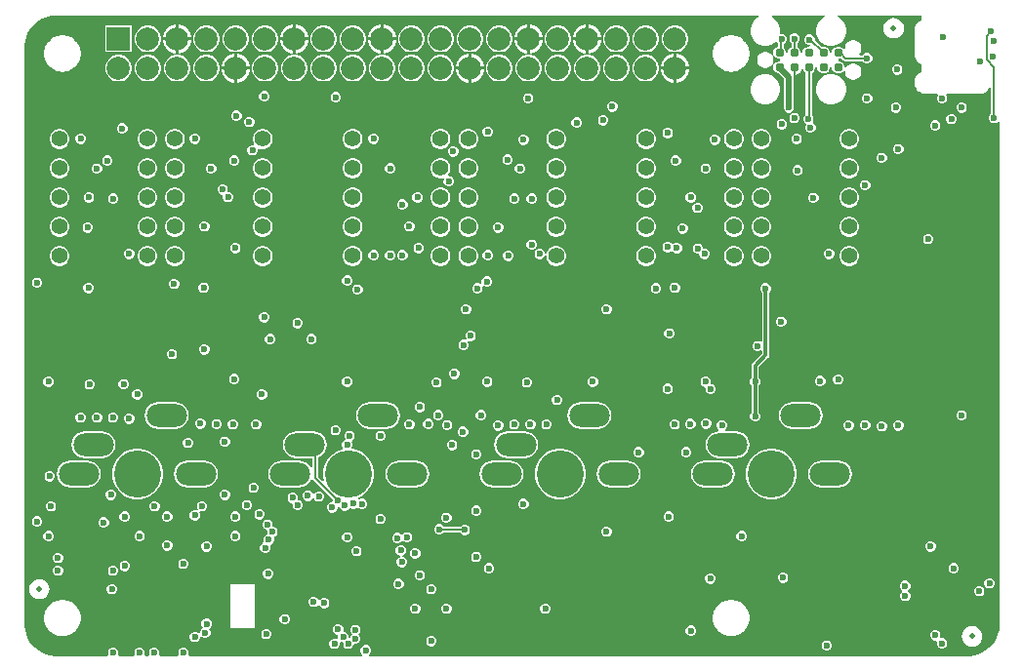
<source format=gtl>
G04*
G04 #@! TF.GenerationSoftware,Altium Limited,Altium Designer,23.9.2 (47)*
G04*
G04 Layer_Physical_Order=1*
G04 Layer_Color=255*
%FSLAX44Y44*%
%MOMM*%
G71*
G04*
G04 #@! TF.SameCoordinates,77EFA038-BFC7-4AA8-AC78-54DD78BCB62B*
G04*
G04*
G04 #@! TF.FilePolarity,Positive*
G04*
G01*
G75*
%ADD10C,0.5000*%
%ADD13O,3.5000X2.0000*%
%ADD18C,0.7900*%
%ADD19C,0.3000*%
%ADD20C,0.2000*%
%ADD21C,0.5000*%
%ADD22C,4.0894*%
%ADD23R,2.0000X2.0000*%
%ADD24C,2.0000*%
%ADD25C,1.4000*%
%ADD26C,0.6000*%
G36*
X638942Y557961D02*
X639282Y556691D01*
X636618Y555153D01*
X634197Y552732D01*
X632486Y549768D01*
X631600Y546461D01*
Y543038D01*
X632486Y539732D01*
X634197Y536768D01*
X636618Y534347D01*
X639582Y532636D01*
X642888Y531750D01*
X646311D01*
X649618Y532636D01*
X652582Y534347D01*
X653698Y535463D01*
X654943Y535215D01*
X655051Y534956D01*
X655551Y534455D01*
Y530875D01*
X654213Y530320D01*
X652680Y528787D01*
X651850Y526784D01*
Y524616D01*
X652680Y522613D01*
X654213Y521080D01*
X656216Y520250D01*
X657300D01*
Y518450D01*
X656216D01*
X654213Y517620D01*
X652680Y516087D01*
X651850Y514084D01*
Y511916D01*
X652680Y509913D01*
X654213Y508380D01*
X656185Y507563D01*
X660922Y502826D01*
Y479913D01*
X660500Y478895D01*
Y477105D01*
X661185Y475451D01*
X662451Y474185D01*
X664105Y473500D01*
X665895D01*
X666888Y473911D01*
X667451Y472815D01*
X667070Y472434D01*
X666185Y471549D01*
X665500Y469895D01*
Y468105D01*
X666185Y466451D01*
X667451Y465185D01*
X669105Y464500D01*
X670895D01*
X672549Y465185D01*
X673815Y466451D01*
X674500Y468105D01*
Y469895D01*
X673815Y471549D01*
X672549Y472815D01*
X670895Y473500D01*
X669105D01*
X668112Y473089D01*
X667549Y474185D01*
X667930Y474566D01*
X668815Y475451D01*
X669500Y477105D01*
Y478895D01*
X669078Y479913D01*
Y504515D01*
X668923Y505297D01*
X668934Y505358D01*
X669889Y506510D01*
X670854D01*
X672505Y506952D01*
X673985Y507807D01*
X675193Y509015D01*
X676048Y510495D01*
X676211Y511105D01*
X677550Y511193D01*
X678080Y509913D01*
X679613Y508380D01*
X679801Y508302D01*
Y471960D01*
X679451Y471815D01*
X678185Y470549D01*
X677500Y468895D01*
Y467105D01*
X678185Y465451D01*
X679451Y464185D01*
X679856Y464017D01*
X680004Y463273D01*
X679319Y461619D01*
Y459829D01*
X680004Y458175D01*
X681270Y456909D01*
X682924Y456224D01*
X684714D01*
X686368Y456909D01*
X687634Y458175D01*
X688319Y459829D01*
Y461619D01*
X687634Y463273D01*
X686368Y464539D01*
X685963Y464707D01*
X685815Y465451D01*
X686500Y467105D01*
Y468895D01*
X685815Y470549D01*
X684899Y471465D01*
Y508012D01*
X685787Y508380D01*
X687320Y509913D01*
X688150Y511916D01*
Y513000D01*
X689950D01*
Y511916D01*
X690780Y509913D01*
X692313Y508380D01*
X694316Y507550D01*
X696484D01*
X698487Y508380D01*
X700020Y509913D01*
X700850Y511916D01*
Y513000D01*
X702650D01*
Y511916D01*
X703480Y509913D01*
X705013Y508380D01*
X707016Y507550D01*
X709184D01*
X711187Y508380D01*
X712530Y509723D01*
X713430Y509532D01*
X713800Y509333D01*
Y508268D01*
X714277Y506488D01*
X715199Y504892D01*
X716502Y503589D01*
X718098Y502667D01*
X719878Y502190D01*
X721722D01*
X723502Y502667D01*
X725098Y503589D01*
X726401Y504892D01*
X727323Y506488D01*
X727800Y508268D01*
Y510112D01*
X727323Y511892D01*
X726401Y513488D01*
X725098Y514791D01*
X723502Y515713D01*
X721722Y516190D01*
X719878D01*
X718098Y515713D01*
X716502Y514791D01*
X715199Y513488D01*
X714820Y512832D01*
X713550Y513173D01*
Y514084D01*
X712720Y516087D01*
X711187Y517620D01*
X709184Y518450D01*
X708100D01*
Y520250D01*
X709184D01*
X710747Y520897D01*
X712446Y519198D01*
X713273Y518645D01*
X714249Y518451D01*
X729185D01*
X729185Y518451D01*
X730451Y517185D01*
X732105Y516500D01*
X733895D01*
X735549Y517185D01*
X736815Y518451D01*
X737500Y520105D01*
Y521895D01*
X736815Y523549D01*
X735549Y524815D01*
X733895Y525500D01*
X732105D01*
X730451Y524815D01*
X729185Y523549D01*
X729185Y523549D01*
X726535D01*
X726009Y524819D01*
X726401Y525212D01*
X727323Y526808D01*
X727800Y528588D01*
Y530432D01*
X727323Y532212D01*
X726401Y533808D01*
X725098Y535111D01*
X723502Y536033D01*
X721722Y536510D01*
X719878D01*
X718098Y536033D01*
X716502Y535111D01*
X715199Y533808D01*
X714277Y532212D01*
X713800Y530432D01*
Y529367D01*
X713430Y529168D01*
X712530Y528978D01*
X711187Y530320D01*
X709184Y531150D01*
X707016D01*
X705013Y530320D01*
X703480Y528787D01*
X702650Y526784D01*
Y525700D01*
X700850D01*
Y526784D01*
X700020Y528787D01*
X698487Y530320D01*
X696484Y531150D01*
X694316D01*
X693389Y530766D01*
X687500Y536655D01*
Y537895D01*
X686815Y539549D01*
X685549Y540815D01*
X683895Y541500D01*
X682105D01*
X680451Y540815D01*
X679185Y539549D01*
X678500Y537895D01*
Y536105D01*
X679185Y534451D01*
X680451Y533185D01*
X682105Y532500D01*
X683627D01*
X683692Y532420D01*
X683091Y531162D01*
X683072Y531150D01*
X681616D01*
X679613Y530320D01*
X678080Y528787D01*
X677250Y526784D01*
Y525700D01*
X675450D01*
Y526784D01*
X674620Y528787D01*
X673087Y530320D01*
X672549Y530543D01*
Y534185D01*
X672549Y534185D01*
X673815Y535451D01*
X674500Y537105D01*
Y538895D01*
X673815Y540549D01*
X672549Y541815D01*
X670895Y542500D01*
X669105D01*
X667451Y541815D01*
X666185Y540549D01*
X665500Y538895D01*
Y537105D01*
X666185Y535451D01*
X667451Y534185D01*
X667451Y534185D01*
Y530543D01*
X666913Y530320D01*
X665380Y528787D01*
X664550Y526784D01*
Y525700D01*
X662750D01*
Y526784D01*
X661920Y528787D01*
X660649Y530058D01*
Y533373D01*
X661415Y533690D01*
X662681Y534956D01*
X663366Y536610D01*
Y538400D01*
X662681Y540054D01*
X661415Y541320D01*
X659761Y542005D01*
X658638D01*
X657664Y542975D01*
X657600Y543178D01*
Y546461D01*
X656714Y549768D01*
X655003Y552732D01*
X652582Y555153D01*
X649918Y556691D01*
X650258Y557961D01*
X696092D01*
X696432Y556691D01*
X693768Y555153D01*
X691347Y552732D01*
X689636Y549768D01*
X688750Y546461D01*
Y543038D01*
X689636Y539732D01*
X691347Y536768D01*
X693768Y534347D01*
X696732Y532636D01*
X700039Y531750D01*
X703462D01*
X706768Y532636D01*
X709732Y534347D01*
X712153Y536768D01*
X713864Y539732D01*
X714750Y543038D01*
Y546461D01*
X713864Y549768D01*
X712153Y552732D01*
X709732Y555153D01*
X707068Y556691D01*
X707408Y557961D01*
X780000D01*
Y554261D01*
X779891Y554224D01*
X778066Y553171D01*
X777865Y552995D01*
X777644Y552846D01*
X776153Y551356D01*
X776005Y551134D01*
X775829Y550934D01*
X774776Y549109D01*
X774690Y548856D01*
X774572Y548617D01*
X774026Y546581D01*
X774009Y546315D01*
X773957Y546054D01*
Y523946D01*
X774009Y523685D01*
X774026Y523419D01*
X774572Y521383D01*
X774690Y521144D01*
X774776Y520891D01*
X775829Y519066D01*
X776005Y518865D01*
X776153Y518644D01*
X777644Y517153D01*
X777865Y517005D01*
X778066Y516829D01*
X779891Y515776D01*
X780000Y515739D01*
Y509261D01*
X779891Y509224D01*
X778066Y508171D01*
X777865Y507995D01*
X777644Y507846D01*
X776153Y506356D01*
X776005Y506134D01*
X775829Y505934D01*
X774776Y504109D01*
X774690Y503856D01*
X774572Y503617D01*
X774026Y501581D01*
X774009Y501315D01*
X773957Y501054D01*
Y498946D01*
X774009Y498685D01*
X774026Y498419D01*
X774572Y496383D01*
X774690Y496144D01*
X774776Y495891D01*
X775829Y494066D01*
X776005Y493865D01*
X776153Y493644D01*
X777644Y492153D01*
X777865Y492005D01*
X778066Y491829D01*
X779891Y490776D01*
X780144Y490690D01*
X780383Y490572D01*
X782419Y490027D01*
X782685Y490009D01*
X782946Y489957D01*
X793797D01*
X794323Y488687D01*
X794185Y488549D01*
X793500Y486895D01*
Y485105D01*
X794185Y483451D01*
X795451Y482185D01*
X797105Y481500D01*
X798895D01*
X800549Y482185D01*
X801815Y483451D01*
X802500Y485105D01*
Y486895D01*
X801815Y488549D01*
X801677Y488687D01*
X802203Y489957D01*
X830788D01*
X830985Y489996D01*
X831186D01*
X832732Y490304D01*
X832918Y490381D01*
X833115Y490420D01*
X834572Y491023D01*
X834739Y491135D01*
X834924Y491212D01*
X836235Y492088D01*
X836377Y492230D01*
X836544Y492341D01*
X837659Y493456D01*
X837770Y493623D01*
X837912Y493765D01*
X838788Y495076D01*
X838865Y495261D01*
X838977Y495428D01*
X839181Y495921D01*
X840451Y495669D01*
Y472815D01*
X840451Y472815D01*
X839185Y471549D01*
X838500Y469895D01*
Y468105D01*
X839185Y466451D01*
X840451Y465185D01*
X842105Y464500D01*
X843895D01*
X845549Y465185D01*
X846691Y466327D01*
X847270Y466247D01*
X847961Y465938D01*
X847961Y30000D01*
X847961Y28167D01*
X847483Y24533D01*
X846534Y20993D01*
X845131Y17607D01*
X843298Y14432D01*
X841067Y11525D01*
X838475Y8933D01*
X835567Y6701D01*
X832393Y4869D01*
X829007Y3466D01*
X825467Y2517D01*
X821833Y2039D01*
X820000D01*
X301062Y2039D01*
X300752Y2731D01*
X300673Y3309D01*
X301815Y4451D01*
X302500Y6105D01*
Y7895D01*
X301815Y9549D01*
X300549Y10815D01*
X298895Y11500D01*
X297105D01*
X295451Y10815D01*
X294185Y9549D01*
X293500Y7895D01*
Y6105D01*
X294185Y4451D01*
X295327Y3309D01*
X295248Y2731D01*
X294938Y2039D01*
X145019Y2039D01*
X144170Y3309D01*
X144500Y4104D01*
Y5895D01*
X143815Y7549D01*
X142549Y8814D01*
X140895Y9499D01*
X139105D01*
X137451Y8814D01*
X136185Y7549D01*
X135500Y5895D01*
Y4104D01*
X135830Y3309D01*
X134981Y2039D01*
X119619D01*
X118770Y3309D01*
X119100Y4104D01*
Y5895D01*
X118415Y7549D01*
X117149Y8814D01*
X115495Y9499D01*
X113705D01*
X112051Y8814D01*
X110785Y7549D01*
X110100Y5895D01*
Y4104D01*
X110430Y3309D01*
X109581Y2039D01*
X106919D01*
X106070Y3309D01*
X106400Y4104D01*
Y5895D01*
X105715Y7549D01*
X104449Y8814D01*
X102795Y9499D01*
X101005D01*
X99351Y8814D01*
X98085Y7549D01*
X97400Y5895D01*
Y4104D01*
X97730Y3309D01*
X96881Y2039D01*
X84019D01*
X83170Y3309D01*
X83500Y4105D01*
Y5895D01*
X82815Y7549D01*
X81549Y8815D01*
X79895Y9500D01*
X78105D01*
X76451Y8815D01*
X75185Y7549D01*
X74500Y5895D01*
Y4105D01*
X74830Y3309D01*
X73981Y2039D01*
X30000Y2039D01*
X28168D01*
X24534Y2517D01*
X20993Y3466D01*
X17607Y4868D01*
X14432Y6701D01*
X11525Y8932D01*
X8933Y11524D01*
X6701Y14432D01*
X4869Y17606D01*
X3466Y20993D01*
X2517Y24533D01*
X2039Y28167D01*
X2039Y30000D01*
X2039Y530000D01*
X2039Y531832D01*
X2517Y535466D01*
X3466Y539007D01*
X4868Y542393D01*
X6701Y545567D01*
X8932Y548475D01*
X11524Y551067D01*
X14432Y553298D01*
X17606Y555131D01*
X20993Y556534D01*
X24533Y557482D01*
X28167Y557961D01*
X30000Y557961D01*
X638942Y557961D01*
D02*
G37*
%LPC*%
G36*
X491751Y550240D02*
X491370D01*
Y538970D01*
X502640D01*
Y539351D01*
X501785Y542540D01*
X500135Y545400D01*
X497800Y547734D01*
X494940Y549385D01*
X491751Y550240D01*
D02*
G37*
G36*
X488830D02*
X488449D01*
X485260Y549385D01*
X482400Y547734D01*
X480065Y545400D01*
X478415Y542540D01*
X477560Y539351D01*
Y538970D01*
X488830D01*
Y550240D01*
D02*
G37*
G36*
X440951D02*
X440570D01*
Y538970D01*
X451840D01*
Y539351D01*
X450985Y542540D01*
X449334Y545400D01*
X447000Y547734D01*
X444140Y549385D01*
X440951Y550240D01*
D02*
G37*
G36*
X438030D02*
X437649D01*
X434460Y549385D01*
X431600Y547734D01*
X429266Y545400D01*
X427615Y542540D01*
X426760Y539351D01*
Y538970D01*
X438030D01*
Y550240D01*
D02*
G37*
G36*
X313951D02*
X313570D01*
Y538970D01*
X324840D01*
Y539351D01*
X323985Y542540D01*
X322335Y545400D01*
X320000Y547734D01*
X317140Y549385D01*
X313951Y550240D01*
D02*
G37*
G36*
X311030D02*
X310649D01*
X307460Y549385D01*
X304600Y547734D01*
X302265Y545400D01*
X300615Y542540D01*
X299760Y539351D01*
Y538970D01*
X311030D01*
Y550240D01*
D02*
G37*
G36*
X237751D02*
X237370D01*
Y538970D01*
X248640D01*
Y539351D01*
X247785Y542540D01*
X246134Y545400D01*
X243800Y547734D01*
X240940Y549385D01*
X237751Y550240D01*
D02*
G37*
G36*
X234830D02*
X234449D01*
X231260Y549385D01*
X228400Y547734D01*
X226066Y545400D01*
X224415Y542540D01*
X223560Y539351D01*
Y538970D01*
X234830D01*
Y550240D01*
D02*
G37*
G36*
X136151D02*
X135770D01*
Y538970D01*
X147040D01*
Y539351D01*
X146185Y542540D01*
X144535Y545400D01*
X142200Y547734D01*
X139340Y549385D01*
X136151Y550240D01*
D02*
G37*
G36*
X133230D02*
X132849D01*
X129660Y549385D01*
X126800Y547734D01*
X124466Y545400D01*
X122815Y542540D01*
X121960Y539351D01*
Y538970D01*
X133230D01*
Y550240D01*
D02*
G37*
G36*
X756000Y555826D02*
X753716Y555525D01*
X751587Y554643D01*
X749760Y553241D01*
X748357Y551413D01*
X747475Y549284D01*
X747175Y547000D01*
X747475Y544716D01*
X748357Y542587D01*
X749760Y540759D01*
X751587Y539357D01*
X753716Y538475D01*
X756000Y538175D01*
X758284Y538475D01*
X760413Y539357D01*
X762241Y540759D01*
X763643Y542587D01*
X764525Y544716D01*
X764826Y547000D01*
X764525Y549284D01*
X763643Y551413D01*
X762241Y553241D01*
X760413Y554643D01*
X758284Y555525D01*
X756000Y555826D01*
D02*
G37*
G36*
X567814Y549200D02*
X564786D01*
X561861Y548416D01*
X559239Y546902D01*
X557098Y544761D01*
X555584Y542139D01*
X554800Y539214D01*
Y536186D01*
X555584Y533261D01*
X557098Y530639D01*
X559239Y528498D01*
X561861Y526984D01*
X564786Y526200D01*
X567814D01*
X570739Y526984D01*
X573361Y528498D01*
X575502Y530639D01*
X577016Y533261D01*
X577800Y536186D01*
Y539214D01*
X577016Y542139D01*
X575502Y544761D01*
X573361Y546902D01*
X570739Y548416D01*
X567814Y549200D01*
D02*
G37*
G36*
X542414D02*
X539386D01*
X536461Y548416D01*
X533839Y546902D01*
X531698Y544761D01*
X530184Y542139D01*
X529400Y539214D01*
Y536186D01*
X530184Y533261D01*
X531698Y530639D01*
X533839Y528498D01*
X536461Y526984D01*
X539386Y526200D01*
X542414D01*
X545339Y526984D01*
X547961Y528498D01*
X550102Y530639D01*
X551616Y533261D01*
X552400Y536186D01*
Y539214D01*
X551616Y542139D01*
X550102Y544761D01*
X547961Y546902D01*
X545339Y548416D01*
X542414Y549200D01*
D02*
G37*
G36*
X517014D02*
X513986D01*
X511061Y548416D01*
X508439Y546902D01*
X506298Y544761D01*
X504784Y542139D01*
X504000Y539214D01*
Y536186D01*
X504784Y533261D01*
X506298Y530639D01*
X508439Y528498D01*
X511061Y526984D01*
X513986Y526200D01*
X517014D01*
X519939Y526984D01*
X522561Y528498D01*
X524702Y530639D01*
X526216Y533261D01*
X527000Y536186D01*
Y539214D01*
X526216Y542139D01*
X524702Y544761D01*
X522561Y546902D01*
X519939Y548416D01*
X517014Y549200D01*
D02*
G37*
G36*
X466214D02*
X463186D01*
X460261Y548416D01*
X457639Y546902D01*
X455498Y544761D01*
X453984Y542139D01*
X453200Y539214D01*
Y536186D01*
X453984Y533261D01*
X455498Y530639D01*
X457639Y528498D01*
X460261Y526984D01*
X463186Y526200D01*
X466214D01*
X469139Y526984D01*
X471761Y528498D01*
X473902Y530639D01*
X475416Y533261D01*
X476200Y536186D01*
Y539214D01*
X475416Y542139D01*
X473902Y544761D01*
X471761Y546902D01*
X469139Y548416D01*
X466214Y549200D01*
D02*
G37*
G36*
X415414D02*
X412386D01*
X409461Y548416D01*
X406839Y546902D01*
X404698Y544761D01*
X403184Y542139D01*
X402400Y539214D01*
Y536186D01*
X403184Y533261D01*
X404698Y530639D01*
X406839Y528498D01*
X409461Y526984D01*
X412386Y526200D01*
X415414D01*
X418339Y526984D01*
X420961Y528498D01*
X423102Y530639D01*
X424616Y533261D01*
X425400Y536186D01*
Y539214D01*
X424616Y542139D01*
X423102Y544761D01*
X420961Y546902D01*
X418339Y548416D01*
X415414Y549200D01*
D02*
G37*
G36*
X390014D02*
X386986D01*
X384061Y548416D01*
X381439Y546902D01*
X379298Y544761D01*
X377784Y542139D01*
X377000Y539214D01*
Y536186D01*
X377784Y533261D01*
X379298Y530639D01*
X381439Y528498D01*
X384061Y526984D01*
X386986Y526200D01*
X390014D01*
X392939Y526984D01*
X395561Y528498D01*
X397702Y530639D01*
X399216Y533261D01*
X400000Y536186D01*
Y539214D01*
X399216Y542139D01*
X397702Y544761D01*
X395561Y546902D01*
X392939Y548416D01*
X390014Y549200D01*
D02*
G37*
G36*
X364614D02*
X361586D01*
X358661Y548416D01*
X356039Y546902D01*
X353898Y544761D01*
X352384Y542139D01*
X351600Y539214D01*
Y536186D01*
X352384Y533261D01*
X353898Y530639D01*
X356039Y528498D01*
X358661Y526984D01*
X361586Y526200D01*
X364614D01*
X367539Y526984D01*
X370161Y528498D01*
X372302Y530639D01*
X373816Y533261D01*
X374600Y536186D01*
Y539214D01*
X373816Y542139D01*
X372302Y544761D01*
X370161Y546902D01*
X367539Y548416D01*
X364614Y549200D01*
D02*
G37*
G36*
X339214D02*
X336186D01*
X333261Y548416D01*
X330639Y546902D01*
X328498Y544761D01*
X326984Y542139D01*
X326200Y539214D01*
Y536186D01*
X326984Y533261D01*
X328498Y530639D01*
X330639Y528498D01*
X333261Y526984D01*
X336186Y526200D01*
X339214D01*
X342139Y526984D01*
X344761Y528498D01*
X346902Y530639D01*
X348416Y533261D01*
X349200Y536186D01*
Y539214D01*
X348416Y542139D01*
X346902Y544761D01*
X344761Y546902D01*
X342139Y548416D01*
X339214Y549200D01*
D02*
G37*
G36*
X288414D02*
X285386D01*
X282461Y548416D01*
X279839Y546902D01*
X277698Y544761D01*
X276184Y542139D01*
X275400Y539214D01*
Y536186D01*
X276184Y533261D01*
X277698Y530639D01*
X279839Y528498D01*
X282461Y526984D01*
X285386Y526200D01*
X288414D01*
X291339Y526984D01*
X293961Y528498D01*
X296102Y530639D01*
X297616Y533261D01*
X298400Y536186D01*
Y539214D01*
X297616Y542139D01*
X296102Y544761D01*
X293961Y546902D01*
X291339Y548416D01*
X288414Y549200D01*
D02*
G37*
G36*
X263014D02*
X259986D01*
X257061Y548416D01*
X254439Y546902D01*
X252298Y544761D01*
X250784Y542139D01*
X250000Y539214D01*
Y536186D01*
X250784Y533261D01*
X252298Y530639D01*
X254439Y528498D01*
X257061Y526984D01*
X259986Y526200D01*
X263014D01*
X265939Y526984D01*
X268561Y528498D01*
X270702Y530639D01*
X272216Y533261D01*
X273000Y536186D01*
Y539214D01*
X272216Y542139D01*
X270702Y544761D01*
X268561Y546902D01*
X265939Y548416D01*
X263014Y549200D01*
D02*
G37*
G36*
X212214D02*
X209186D01*
X206261Y548416D01*
X203639Y546902D01*
X201498Y544761D01*
X199984Y542139D01*
X199200Y539214D01*
Y536186D01*
X199984Y533261D01*
X201498Y530639D01*
X203639Y528498D01*
X206261Y526984D01*
X209186Y526200D01*
X212214D01*
X215139Y526984D01*
X217761Y528498D01*
X219902Y530639D01*
X221416Y533261D01*
X222200Y536186D01*
Y539214D01*
X221416Y542139D01*
X219902Y544761D01*
X217761Y546902D01*
X215139Y548416D01*
X212214Y549200D01*
D02*
G37*
G36*
X186814D02*
X183786D01*
X180861Y548416D01*
X178239Y546902D01*
X176098Y544761D01*
X174584Y542139D01*
X173800Y539214D01*
Y536186D01*
X174584Y533261D01*
X176098Y530639D01*
X178239Y528498D01*
X180861Y526984D01*
X183786Y526200D01*
X186814D01*
X189739Y526984D01*
X192361Y528498D01*
X194502Y530639D01*
X196016Y533261D01*
X196800Y536186D01*
Y539214D01*
X196016Y542139D01*
X194502Y544761D01*
X192361Y546902D01*
X189739Y548416D01*
X186814Y549200D01*
D02*
G37*
G36*
X161414D02*
X158386D01*
X155461Y548416D01*
X152839Y546902D01*
X150698Y544761D01*
X149184Y542139D01*
X148400Y539214D01*
Y536186D01*
X149184Y533261D01*
X150698Y530639D01*
X152839Y528498D01*
X155461Y526984D01*
X158386Y526200D01*
X161414D01*
X164339Y526984D01*
X166961Y528498D01*
X169102Y530639D01*
X170616Y533261D01*
X171400Y536186D01*
Y539214D01*
X170616Y542139D01*
X169102Y544761D01*
X166961Y546902D01*
X164339Y548416D01*
X161414Y549200D01*
D02*
G37*
G36*
X110614D02*
X107586D01*
X104661Y548416D01*
X102039Y546902D01*
X99898Y544761D01*
X98384Y542139D01*
X97600Y539214D01*
Y536186D01*
X98384Y533261D01*
X99898Y530639D01*
X102039Y528498D01*
X104661Y526984D01*
X107586Y526200D01*
X110614D01*
X113539Y526984D01*
X116161Y528498D01*
X118302Y530639D01*
X119816Y533261D01*
X120600Y536186D01*
Y539214D01*
X119816Y542139D01*
X118302Y544761D01*
X116161Y546902D01*
X113539Y548416D01*
X110614Y549200D01*
D02*
G37*
G36*
X95200D02*
X72200D01*
Y526200D01*
X95200D01*
Y549200D01*
D02*
G37*
G36*
X502640Y536430D02*
X491370D01*
Y525160D01*
X491751D01*
X494940Y526015D01*
X497800Y527665D01*
X500135Y530000D01*
X501785Y532860D01*
X502640Y536049D01*
Y536430D01*
D02*
G37*
G36*
X488830D02*
X477560D01*
Y536049D01*
X478415Y532860D01*
X480065Y530000D01*
X482400Y527665D01*
X485260Y526015D01*
X488449Y525160D01*
X488830D01*
Y536430D01*
D02*
G37*
G36*
X451840D02*
X440570D01*
Y525160D01*
X440951D01*
X444140Y526015D01*
X447000Y527665D01*
X449334Y530000D01*
X450985Y532860D01*
X451840Y536049D01*
Y536430D01*
D02*
G37*
G36*
X438030D02*
X426760D01*
Y536049D01*
X427615Y532860D01*
X429266Y530000D01*
X431600Y527665D01*
X434460Y526015D01*
X437649Y525160D01*
X438030D01*
Y536430D01*
D02*
G37*
G36*
X324840D02*
X313570D01*
Y525160D01*
X313951D01*
X317140Y526015D01*
X320000Y527665D01*
X322335Y530000D01*
X323985Y532860D01*
X324840Y536049D01*
Y536430D01*
D02*
G37*
G36*
X311030D02*
X299760D01*
Y536049D01*
X300615Y532860D01*
X302265Y530000D01*
X304600Y527665D01*
X307460Y526015D01*
X310649Y525160D01*
X311030D01*
Y536430D01*
D02*
G37*
G36*
X248640D02*
X237370D01*
Y525160D01*
X237751D01*
X240940Y526015D01*
X243800Y527665D01*
X246134Y530000D01*
X247785Y532860D01*
X248640Y536049D01*
Y536430D01*
D02*
G37*
G36*
X234830D02*
X223560D01*
Y536049D01*
X224415Y532860D01*
X226066Y530000D01*
X228400Y527665D01*
X231260Y526015D01*
X234449Y525160D01*
X234830D01*
Y536430D01*
D02*
G37*
G36*
X147040D02*
X135770D01*
Y525160D01*
X136151D01*
X139340Y526015D01*
X142200Y527665D01*
X144535Y530000D01*
X146185Y532860D01*
X147040Y536049D01*
Y536430D01*
D02*
G37*
G36*
X133230D02*
X121960D01*
Y536049D01*
X122815Y532860D01*
X124466Y530000D01*
X126800Y527665D01*
X129660Y526015D01*
X132849Y525160D01*
X133230D01*
Y536430D01*
D02*
G37*
G36*
X567951Y524840D02*
X567570D01*
Y513570D01*
X578840D01*
Y513951D01*
X577985Y517140D01*
X576334Y520000D01*
X574000Y522335D01*
X571140Y523985D01*
X567951Y524840D01*
D02*
G37*
G36*
X565030D02*
X564649D01*
X561460Y523985D01*
X558600Y522335D01*
X556265Y520000D01*
X554615Y517140D01*
X553760Y513951D01*
Y513570D01*
X565030D01*
Y524840D01*
D02*
G37*
G36*
X390151D02*
X389770D01*
Y513570D01*
X401040D01*
Y513951D01*
X400185Y517140D01*
X398535Y520000D01*
X396200Y522335D01*
X393340Y523985D01*
X390151Y524840D01*
D02*
G37*
G36*
X387230D02*
X386849D01*
X383660Y523985D01*
X380800Y522335D01*
X378465Y520000D01*
X376815Y517140D01*
X375960Y513951D01*
Y513570D01*
X387230D01*
Y524840D01*
D02*
G37*
G36*
X186951D02*
X186570D01*
Y513570D01*
X197840D01*
Y513951D01*
X196985Y517140D01*
X195334Y520000D01*
X193000Y522335D01*
X190140Y523985D01*
X186951Y524840D01*
D02*
G37*
G36*
X184030D02*
X183649D01*
X180460Y523985D01*
X177600Y522335D01*
X175266Y520000D01*
X173615Y517140D01*
X172760Y513951D01*
Y513570D01*
X184030D01*
Y524840D01*
D02*
G37*
G36*
X645522Y526350D02*
X643678D01*
X641898Y525873D01*
X640302Y524951D01*
X638999Y523648D01*
X638077Y522052D01*
X637600Y520272D01*
Y518428D01*
X638077Y516648D01*
X638999Y515052D01*
X640302Y513749D01*
X641898Y512827D01*
X643678Y512350D01*
X645522D01*
X647302Y512827D01*
X648898Y513749D01*
X650201Y515052D01*
X651123Y516648D01*
X651600Y518428D01*
Y520272D01*
X651123Y522052D01*
X650201Y523648D01*
X648898Y524951D01*
X647302Y525873D01*
X645522Y526350D01*
D02*
G37*
G36*
X616354Y540789D02*
X613646D01*
X613449Y540750D01*
X613248D01*
X610591Y540222D01*
X610406Y540145D01*
X610209Y540106D01*
X607706Y539069D01*
X607539Y538957D01*
X607354Y538881D01*
X605102Y537376D01*
X604960Y537234D01*
X604793Y537122D01*
X602878Y535207D01*
X602766Y535040D01*
X602624Y534898D01*
X601119Y532646D01*
X601043Y532460D01*
X600931Y532293D01*
X599894Y529791D01*
X599855Y529594D01*
X599778Y529408D01*
X599250Y526752D01*
Y526551D01*
X599211Y526354D01*
Y523646D01*
X599250Y523449D01*
Y523248D01*
X599778Y520591D01*
X599855Y520406D01*
X599894Y520209D01*
X600931Y517706D01*
X601043Y517539D01*
X601119Y517354D01*
X602624Y515102D01*
X602766Y514960D01*
X602878Y514793D01*
X604793Y512878D01*
X604960Y512766D01*
X605102Y512624D01*
X607354Y511119D01*
X607540Y511043D01*
X607706Y510931D01*
X610209Y509894D01*
X610406Y509855D01*
X610591Y509778D01*
X613248Y509250D01*
X613449D01*
X613646Y509211D01*
X616354D01*
X616551Y509250D01*
X616752D01*
X619408Y509778D01*
X619594Y509855D01*
X619791Y509894D01*
X622293Y510931D01*
X622460Y511043D01*
X622646Y511119D01*
X624898Y512624D01*
X625040Y512766D01*
X625207Y512878D01*
X627122Y514793D01*
X627234Y514960D01*
X627376Y515102D01*
X628881Y517354D01*
X628957Y517540D01*
X629069Y517706D01*
X630106Y520209D01*
X630145Y520406D01*
X630222Y520591D01*
X630750Y523248D01*
Y523449D01*
X630789Y523646D01*
Y526354D01*
X630750Y526551D01*
Y526752D01*
X630222Y529408D01*
X630145Y529594D01*
X630106Y529791D01*
X629069Y532293D01*
X628957Y532460D01*
X628881Y532646D01*
X627376Y534898D01*
X627234Y535040D01*
X627122Y535207D01*
X625207Y537122D01*
X625040Y537234D01*
X624898Y537376D01*
X622646Y538881D01*
X622460Y538957D01*
X622293Y539069D01*
X619791Y540106D01*
X619594Y540145D01*
X619408Y540222D01*
X616752Y540750D01*
X616551D01*
X616354Y540789D01*
D02*
G37*
G36*
X36354D02*
X33646D01*
X33449Y540750D01*
X33248D01*
X30591Y540222D01*
X30406Y540145D01*
X30209Y540106D01*
X27706Y539069D01*
X27540Y538957D01*
X27354Y538881D01*
X25102Y537376D01*
X24960Y537234D01*
X24793Y537122D01*
X22878Y535207D01*
X22766Y535040D01*
X22624Y534898D01*
X21119Y532646D01*
X21042Y532460D01*
X20931Y532293D01*
X19894Y529791D01*
X19855Y529594D01*
X19778Y529408D01*
X19250Y526752D01*
Y526551D01*
X19211Y526354D01*
Y523646D01*
X19250Y523449D01*
Y523248D01*
X19778Y520591D01*
X19855Y520406D01*
X19894Y520209D01*
X20931Y517706D01*
X21042Y517539D01*
X21119Y517354D01*
X22624Y515102D01*
X22766Y514960D01*
X22878Y514793D01*
X24793Y512878D01*
X24960Y512766D01*
X25102Y512624D01*
X27354Y511119D01*
X27540Y511043D01*
X27706Y510931D01*
X30209Y509894D01*
X30406Y509855D01*
X30591Y509778D01*
X33248Y509250D01*
X33449D01*
X33646Y509211D01*
X36354D01*
X36551Y509250D01*
X36752D01*
X39409Y509778D01*
X39594Y509855D01*
X39791Y509894D01*
X42293Y510931D01*
X42460Y511043D01*
X42646Y511119D01*
X44898Y512624D01*
X45040Y512766D01*
X45207Y512878D01*
X47122Y514793D01*
X47234Y514960D01*
X47376Y515102D01*
X48881Y517354D01*
X48958Y517540D01*
X49069Y517706D01*
X50106Y520209D01*
X50145Y520406D01*
X50222Y520591D01*
X50750Y523248D01*
Y523449D01*
X50789Y523646D01*
Y526354D01*
X50750Y526551D01*
Y526752D01*
X50222Y529408D01*
X50145Y529594D01*
X50106Y529791D01*
X49069Y532293D01*
X48958Y532460D01*
X48881Y532646D01*
X47376Y534898D01*
X47234Y535040D01*
X47122Y535207D01*
X45207Y537122D01*
X45040Y537234D01*
X44898Y537376D01*
X42646Y538881D01*
X42460Y538957D01*
X42293Y539069D01*
X39791Y540106D01*
X39594Y540145D01*
X39409Y540222D01*
X36752Y540750D01*
X36551D01*
X36354Y540789D01*
D02*
G37*
G36*
X759895Y515500D02*
X758105D01*
X756451Y514815D01*
X755185Y513549D01*
X754500Y511895D01*
Y510105D01*
X755185Y508451D01*
X756451Y507185D01*
X758105Y506500D01*
X759895D01*
X761549Y507185D01*
X762815Y508451D01*
X763500Y510105D01*
Y511895D01*
X762815Y513549D01*
X761549Y514815D01*
X759895Y515500D01*
D02*
G37*
G36*
X542414Y523800D02*
X539386D01*
X536461Y523016D01*
X533839Y521502D01*
X531698Y519361D01*
X530184Y516739D01*
X529400Y513814D01*
Y510786D01*
X530184Y507861D01*
X531698Y505239D01*
X533839Y503098D01*
X536461Y501584D01*
X539386Y500800D01*
X542414D01*
X545339Y501584D01*
X547961Y503098D01*
X550102Y505239D01*
X551616Y507861D01*
X552400Y510786D01*
Y513814D01*
X551616Y516739D01*
X550102Y519361D01*
X547961Y521502D01*
X545339Y523016D01*
X542414Y523800D01*
D02*
G37*
G36*
X517014D02*
X513986D01*
X511061Y523016D01*
X508439Y521502D01*
X506298Y519361D01*
X504784Y516739D01*
X504000Y513814D01*
Y510786D01*
X504784Y507861D01*
X506298Y505239D01*
X508439Y503098D01*
X511061Y501584D01*
X513986Y500800D01*
X517014D01*
X519939Y501584D01*
X522561Y503098D01*
X524702Y505239D01*
X526216Y507861D01*
X527000Y510786D01*
Y513814D01*
X526216Y516739D01*
X524702Y519361D01*
X522561Y521502D01*
X519939Y523016D01*
X517014Y523800D01*
D02*
G37*
G36*
X491614D02*
X488586D01*
X485661Y523016D01*
X483039Y521502D01*
X480898Y519361D01*
X479384Y516739D01*
X478600Y513814D01*
Y510786D01*
X479384Y507861D01*
X480898Y505239D01*
X483039Y503098D01*
X485661Y501584D01*
X488586Y500800D01*
X491614D01*
X494539Y501584D01*
X497161Y503098D01*
X499302Y505239D01*
X500816Y507861D01*
X501600Y510786D01*
Y513814D01*
X500816Y516739D01*
X499302Y519361D01*
X497161Y521502D01*
X494539Y523016D01*
X491614Y523800D01*
D02*
G37*
G36*
X466214D02*
X463186D01*
X460261Y523016D01*
X457639Y521502D01*
X455498Y519361D01*
X453984Y516739D01*
X453200Y513814D01*
Y510786D01*
X453984Y507861D01*
X455498Y505239D01*
X457639Y503098D01*
X460261Y501584D01*
X463186Y500800D01*
X466214D01*
X469139Y501584D01*
X471761Y503098D01*
X473902Y505239D01*
X475416Y507861D01*
X476200Y510786D01*
Y513814D01*
X475416Y516739D01*
X473902Y519361D01*
X471761Y521502D01*
X469139Y523016D01*
X466214Y523800D01*
D02*
G37*
G36*
X440814D02*
X437786D01*
X434861Y523016D01*
X432239Y521502D01*
X430098Y519361D01*
X428584Y516739D01*
X427800Y513814D01*
Y510786D01*
X428584Y507861D01*
X430098Y505239D01*
X432239Y503098D01*
X434861Y501584D01*
X437786Y500800D01*
X440814D01*
X443739Y501584D01*
X446361Y503098D01*
X448502Y505239D01*
X450016Y507861D01*
X450800Y510786D01*
Y513814D01*
X450016Y516739D01*
X448502Y519361D01*
X446361Y521502D01*
X443739Y523016D01*
X440814Y523800D01*
D02*
G37*
G36*
X415414D02*
X412386D01*
X409461Y523016D01*
X406839Y521502D01*
X404698Y519361D01*
X403184Y516739D01*
X402400Y513814D01*
Y510786D01*
X403184Y507861D01*
X404698Y505239D01*
X406839Y503098D01*
X409461Y501584D01*
X412386Y500800D01*
X415414D01*
X418339Y501584D01*
X420961Y503098D01*
X423102Y505239D01*
X424616Y507861D01*
X425400Y510786D01*
Y513814D01*
X424616Y516739D01*
X423102Y519361D01*
X420961Y521502D01*
X418339Y523016D01*
X415414Y523800D01*
D02*
G37*
G36*
X364614D02*
X361586D01*
X358661Y523016D01*
X356039Y521502D01*
X353898Y519361D01*
X352384Y516739D01*
X351600Y513814D01*
Y510786D01*
X352384Y507861D01*
X353898Y505239D01*
X356039Y503098D01*
X358661Y501584D01*
X361586Y500800D01*
X364614D01*
X367539Y501584D01*
X370161Y503098D01*
X372302Y505239D01*
X373816Y507861D01*
X374600Y510786D01*
Y513814D01*
X373816Y516739D01*
X372302Y519361D01*
X370161Y521502D01*
X367539Y523016D01*
X364614Y523800D01*
D02*
G37*
G36*
X339214D02*
X336186D01*
X333261Y523016D01*
X330639Y521502D01*
X328498Y519361D01*
X326984Y516739D01*
X326200Y513814D01*
Y510786D01*
X326984Y507861D01*
X328498Y505239D01*
X330639Y503098D01*
X333261Y501584D01*
X336186Y500800D01*
X339214D01*
X342139Y501584D01*
X344761Y503098D01*
X346902Y505239D01*
X348416Y507861D01*
X349200Y510786D01*
Y513814D01*
X348416Y516739D01*
X346902Y519361D01*
X344761Y521502D01*
X342139Y523016D01*
X339214Y523800D01*
D02*
G37*
G36*
X313814D02*
X310786D01*
X307861Y523016D01*
X305239Y521502D01*
X303098Y519361D01*
X301584Y516739D01*
X300800Y513814D01*
Y510786D01*
X301584Y507861D01*
X303098Y505239D01*
X305239Y503098D01*
X307861Y501584D01*
X310786Y500800D01*
X313814D01*
X316739Y501584D01*
X319361Y503098D01*
X321502Y505239D01*
X323016Y507861D01*
X323800Y510786D01*
Y513814D01*
X323016Y516739D01*
X321502Y519361D01*
X319361Y521502D01*
X316739Y523016D01*
X313814Y523800D01*
D02*
G37*
G36*
X288414D02*
X285386D01*
X282461Y523016D01*
X279839Y521502D01*
X277698Y519361D01*
X276184Y516739D01*
X275400Y513814D01*
Y510786D01*
X276184Y507861D01*
X277698Y505239D01*
X279839Y503098D01*
X282461Y501584D01*
X285386Y500800D01*
X288414D01*
X291339Y501584D01*
X293961Y503098D01*
X296102Y505239D01*
X297616Y507861D01*
X298400Y510786D01*
Y513814D01*
X297616Y516739D01*
X296102Y519361D01*
X293961Y521502D01*
X291339Y523016D01*
X288414Y523800D01*
D02*
G37*
G36*
X263014D02*
X259986D01*
X257061Y523016D01*
X254439Y521502D01*
X252298Y519361D01*
X250784Y516739D01*
X250000Y513814D01*
Y510786D01*
X250784Y507861D01*
X252298Y505239D01*
X254439Y503098D01*
X257061Y501584D01*
X259986Y500800D01*
X263014D01*
X265939Y501584D01*
X268561Y503098D01*
X270702Y505239D01*
X272216Y507861D01*
X273000Y510786D01*
Y513814D01*
X272216Y516739D01*
X270702Y519361D01*
X268561Y521502D01*
X265939Y523016D01*
X263014Y523800D01*
D02*
G37*
G36*
X237614D02*
X234586D01*
X231661Y523016D01*
X229039Y521502D01*
X226898Y519361D01*
X225384Y516739D01*
X224600Y513814D01*
Y510786D01*
X225384Y507861D01*
X226898Y505239D01*
X229039Y503098D01*
X231661Y501584D01*
X234586Y500800D01*
X237614D01*
X240539Y501584D01*
X243161Y503098D01*
X245302Y505239D01*
X246816Y507861D01*
X247600Y510786D01*
Y513814D01*
X246816Y516739D01*
X245302Y519361D01*
X243161Y521502D01*
X240539Y523016D01*
X237614Y523800D01*
D02*
G37*
G36*
X212214D02*
X209186D01*
X206261Y523016D01*
X203639Y521502D01*
X201498Y519361D01*
X199984Y516739D01*
X199200Y513814D01*
Y510786D01*
X199984Y507861D01*
X201498Y505239D01*
X203639Y503098D01*
X206261Y501584D01*
X209186Y500800D01*
X212214D01*
X215139Y501584D01*
X217761Y503098D01*
X219902Y505239D01*
X221416Y507861D01*
X222200Y510786D01*
Y513814D01*
X221416Y516739D01*
X219902Y519361D01*
X217761Y521502D01*
X215139Y523016D01*
X212214Y523800D01*
D02*
G37*
G36*
X161414D02*
X158386D01*
X155461Y523016D01*
X152839Y521502D01*
X150698Y519361D01*
X149184Y516739D01*
X148400Y513814D01*
Y510786D01*
X149184Y507861D01*
X150698Y505239D01*
X152839Y503098D01*
X155461Y501584D01*
X158386Y500800D01*
X161414D01*
X164339Y501584D01*
X166961Y503098D01*
X169102Y505239D01*
X170616Y507861D01*
X171400Y510786D01*
Y513814D01*
X170616Y516739D01*
X169102Y519361D01*
X166961Y521502D01*
X164339Y523016D01*
X161414Y523800D01*
D02*
G37*
G36*
X136014D02*
X132986D01*
X130061Y523016D01*
X127439Y521502D01*
X125298Y519361D01*
X123784Y516739D01*
X123000Y513814D01*
Y510786D01*
X123784Y507861D01*
X125298Y505239D01*
X127439Y503098D01*
X130061Y501584D01*
X132986Y500800D01*
X136014D01*
X138939Y501584D01*
X141561Y503098D01*
X143702Y505239D01*
X145216Y507861D01*
X146000Y510786D01*
Y513814D01*
X145216Y516739D01*
X143702Y519361D01*
X141561Y521502D01*
X138939Y523016D01*
X136014Y523800D01*
D02*
G37*
G36*
X110614D02*
X107586D01*
X104661Y523016D01*
X102039Y521502D01*
X99898Y519361D01*
X98384Y516739D01*
X97600Y513814D01*
Y510786D01*
X98384Y507861D01*
X99898Y505239D01*
X102039Y503098D01*
X104661Y501584D01*
X107586Y500800D01*
X110614D01*
X113539Y501584D01*
X116161Y503098D01*
X118302Y505239D01*
X119816Y507861D01*
X120600Y510786D01*
Y513814D01*
X119816Y516739D01*
X118302Y519361D01*
X116161Y521502D01*
X113539Y523016D01*
X110614Y523800D01*
D02*
G37*
G36*
X85214D02*
X82186D01*
X79261Y523016D01*
X76639Y521502D01*
X74498Y519361D01*
X72984Y516739D01*
X72200Y513814D01*
Y510786D01*
X72984Y507861D01*
X74498Y505239D01*
X76639Y503098D01*
X79261Y501584D01*
X82186Y500800D01*
X85214D01*
X88139Y501584D01*
X90761Y503098D01*
X92902Y505239D01*
X94416Y507861D01*
X95200Y510786D01*
Y513814D01*
X94416Y516739D01*
X92902Y519361D01*
X90761Y521502D01*
X88139Y523016D01*
X85214Y523800D01*
D02*
G37*
G36*
X578840Y511030D02*
X567570D01*
Y499760D01*
X567951D01*
X571140Y500615D01*
X574000Y502266D01*
X576334Y504600D01*
X577985Y507460D01*
X578840Y510649D01*
Y511030D01*
D02*
G37*
G36*
X565030D02*
X553760D01*
Y510649D01*
X554615Y507460D01*
X556265Y504600D01*
X558600Y502266D01*
X561460Y500615D01*
X564649Y499760D01*
X565030D01*
Y511030D01*
D02*
G37*
G36*
X401040D02*
X389770D01*
Y499760D01*
X390151D01*
X393340Y500615D01*
X396200Y502266D01*
X398535Y504600D01*
X400185Y507460D01*
X401040Y510649D01*
Y511030D01*
D02*
G37*
G36*
X387230D02*
X375960D01*
Y510649D01*
X376815Y507460D01*
X378465Y504600D01*
X380800Y502266D01*
X383660Y500615D01*
X386849Y499760D01*
X387230D01*
Y511030D01*
D02*
G37*
G36*
X197840D02*
X186570D01*
Y499760D01*
X186951D01*
X190140Y500615D01*
X193000Y502266D01*
X195334Y504600D01*
X196985Y507460D01*
X197840Y510649D01*
Y511030D01*
D02*
G37*
G36*
X184030D02*
X172760D01*
Y510649D01*
X173615Y507460D01*
X175266Y504600D01*
X177600Y502266D01*
X180460Y500615D01*
X183649Y499760D01*
X184030D01*
Y511030D01*
D02*
G37*
G36*
X210895Y492500D02*
X209105D01*
X207451Y491815D01*
X206185Y490549D01*
X205500Y488895D01*
Y487105D01*
X206185Y485451D01*
X207451Y484185D01*
X209105Y483500D01*
X210895D01*
X212549Y484185D01*
X213815Y485451D01*
X214500Y487105D01*
Y488895D01*
X213815Y490549D01*
X212549Y491815D01*
X210895Y492500D01*
D02*
G37*
G36*
X272880Y491515D02*
X271090D01*
X269436Y490830D01*
X268171Y489564D01*
X267485Y487910D01*
Y486119D01*
X268171Y484465D01*
X269436Y483200D01*
X271090Y482515D01*
X272880D01*
X274534Y483200D01*
X275800Y484465D01*
X276485Y486119D01*
Y487910D01*
X275800Y489564D01*
X274534Y490830D01*
X272880Y491515D01*
D02*
G37*
G36*
X733895Y490500D02*
X732105D01*
X730451Y489815D01*
X729185Y488549D01*
X728500Y486895D01*
Y485105D01*
X729185Y483451D01*
X730451Y482185D01*
X732105Y481500D01*
X733895D01*
X735549Y482185D01*
X736815Y483451D01*
X737500Y485105D01*
Y486895D01*
X736815Y488549D01*
X735549Y489815D01*
X733895Y490500D01*
D02*
G37*
G36*
X439895D02*
X438105D01*
X436451Y489815D01*
X435185Y488549D01*
X434500Y486895D01*
Y485105D01*
X435185Y483451D01*
X436451Y482185D01*
X438105Y481500D01*
X439895D01*
X441549Y482185D01*
X442815Y483451D01*
X443500Y485105D01*
Y486895D01*
X442815Y488549D01*
X441549Y489815D01*
X439895Y490500D01*
D02*
G37*
G36*
X703462Y506950D02*
X700039D01*
X696732Y506064D01*
X693768Y504353D01*
X691347Y501932D01*
X689636Y498968D01*
X688750Y495662D01*
Y492239D01*
X689636Y488932D01*
X691347Y485968D01*
X693768Y483547D01*
X696732Y481836D01*
X700039Y480950D01*
X703462D01*
X706768Y481836D01*
X709732Y483547D01*
X712153Y485968D01*
X713864Y488932D01*
X714750Y492239D01*
Y495662D01*
X713864Y498968D01*
X712153Y501932D01*
X709732Y504353D01*
X706768Y506064D01*
X703462Y506950D01*
D02*
G37*
G36*
X646311D02*
X642888D01*
X639582Y506064D01*
X636618Y504353D01*
X634197Y501932D01*
X632486Y498968D01*
X631600Y495662D01*
Y492239D01*
X632486Y488932D01*
X634197Y485968D01*
X636618Y483547D01*
X639582Y481836D01*
X642888Y480950D01*
X646311D01*
X649618Y481836D01*
X652582Y483547D01*
X655003Y485968D01*
X656714Y488932D01*
X657600Y492239D01*
Y495662D01*
X656714Y498968D01*
X655003Y501932D01*
X652582Y504353D01*
X649618Y506064D01*
X646311Y506950D01*
D02*
G37*
G36*
X512895Y483500D02*
X511105D01*
X509451Y482815D01*
X508185Y481549D01*
X507500Y479895D01*
Y478105D01*
X508185Y476451D01*
X509451Y475185D01*
X511105Y474500D01*
X512895D01*
X514549Y475185D01*
X515815Y476451D01*
X516500Y478105D01*
Y479895D01*
X515815Y481549D01*
X514549Y482815D01*
X512895Y483500D01*
D02*
G37*
G36*
X815895Y482500D02*
X814105D01*
X812451Y481815D01*
X811185Y480549D01*
X810500Y478895D01*
Y477105D01*
X811185Y475451D01*
X812451Y474185D01*
X814105Y473500D01*
X815895D01*
X817549Y474185D01*
X818815Y475451D01*
X819500Y477105D01*
Y478895D01*
X818815Y480549D01*
X817549Y481815D01*
X815895Y482500D01*
D02*
G37*
G36*
X758895D02*
X757105D01*
X755451Y481815D01*
X754185Y480549D01*
X753500Y478895D01*
Y477105D01*
X754185Y475451D01*
X755451Y474185D01*
X757105Y473500D01*
X758895D01*
X760549Y474185D01*
X761815Y475451D01*
X762500Y477105D01*
Y478895D01*
X761815Y480549D01*
X760549Y481815D01*
X758895Y482500D01*
D02*
G37*
G36*
X186895Y475500D02*
X185105D01*
X183451Y474815D01*
X182185Y473549D01*
X181500Y471895D01*
Y470105D01*
X182185Y468451D01*
X183451Y467185D01*
X185105Y466500D01*
X186895D01*
X188549Y467185D01*
X189815Y468451D01*
X190500Y470105D01*
Y471895D01*
X189815Y473549D01*
X188549Y474815D01*
X186895Y475500D01*
D02*
G37*
G36*
X806895Y472500D02*
X805105D01*
X803451Y471815D01*
X802185Y470549D01*
X801500Y468895D01*
Y467105D01*
X802185Y465451D01*
X803451Y464185D01*
X805105Y463500D01*
X806895D01*
X808549Y464185D01*
X809815Y465451D01*
X810500Y467105D01*
Y468895D01*
X809815Y470549D01*
X808549Y471815D01*
X806895Y472500D01*
D02*
G37*
G36*
X504895Y471500D02*
X503105D01*
X501451Y470815D01*
X500185Y469549D01*
X499500Y467895D01*
Y466105D01*
X500185Y464451D01*
X501451Y463185D01*
X503105Y462500D01*
X504895D01*
X506549Y463185D01*
X507815Y464451D01*
X508500Y466105D01*
Y467895D01*
X507815Y469549D01*
X506549Y470815D01*
X504895Y471500D01*
D02*
G37*
G36*
X197895Y470000D02*
X196105D01*
X194451Y469315D01*
X193185Y468049D01*
X192500Y466395D01*
Y464605D01*
X193185Y462951D01*
X194451Y461685D01*
X196105Y461000D01*
X197895D01*
X199549Y461685D01*
X200815Y462951D01*
X201500Y464605D01*
Y466395D01*
X200815Y468049D01*
X199549Y469315D01*
X197895Y470000D01*
D02*
G37*
G36*
X481895Y469500D02*
X480105D01*
X478451Y468815D01*
X477185Y467549D01*
X476500Y465895D01*
Y464105D01*
X477185Y462451D01*
X478451Y461185D01*
X480105Y460500D01*
X481895D01*
X483549Y461185D01*
X484815Y462451D01*
X485500Y464105D01*
Y465895D01*
X484815Y467549D01*
X483549Y468815D01*
X481895Y469500D01*
D02*
G37*
G36*
X659895Y468000D02*
X658105D01*
X656451Y467315D01*
X655185Y466049D01*
X654500Y464395D01*
Y462605D01*
X655185Y460951D01*
X656451Y459685D01*
X658105Y459000D01*
X659895D01*
X661549Y459685D01*
X662815Y460951D01*
X663500Y462605D01*
Y464395D01*
X662815Y466049D01*
X661549Y467315D01*
X659895Y468000D01*
D02*
G37*
G36*
X792895Y467000D02*
X791105D01*
X789451Y466315D01*
X788185Y465049D01*
X787500Y463395D01*
Y461605D01*
X788185Y459951D01*
X789451Y458685D01*
X791105Y458000D01*
X792895D01*
X794549Y458685D01*
X795815Y459951D01*
X796500Y461605D01*
Y463395D01*
X795815Y465049D01*
X794549Y466315D01*
X792895Y467000D01*
D02*
G37*
G36*
X87895Y464500D02*
X86105D01*
X84451Y463815D01*
X83185Y462549D01*
X82500Y460895D01*
Y459105D01*
X83185Y457451D01*
X84451Y456185D01*
X86105Y455500D01*
X87895D01*
X89549Y456185D01*
X90815Y457451D01*
X91500Y459105D01*
Y460895D01*
X90815Y462549D01*
X89549Y463815D01*
X87895Y464500D01*
D02*
G37*
G36*
X404895Y461500D02*
X403105D01*
X401451Y460815D01*
X400185Y459549D01*
X399500Y457895D01*
Y456105D01*
X400185Y454451D01*
X401451Y453185D01*
X403105Y452500D01*
X404895D01*
X406549Y453185D01*
X407815Y454451D01*
X408500Y456105D01*
Y457895D01*
X407815Y459549D01*
X406549Y460815D01*
X404895Y461500D01*
D02*
G37*
G36*
X560895Y460500D02*
X559105D01*
X557451Y459815D01*
X556185Y458549D01*
X555500Y456895D01*
Y455105D01*
X556185Y453451D01*
X557451Y452185D01*
X559105Y451500D01*
X560895D01*
X562549Y452185D01*
X563815Y453451D01*
X564500Y455105D01*
Y456895D01*
X563815Y458549D01*
X562549Y459815D01*
X560895Y460500D01*
D02*
G37*
G36*
X305895Y455500D02*
X304105D01*
X302451Y454815D01*
X301185Y453549D01*
X300500Y451895D01*
Y450105D01*
X301185Y448451D01*
X302451Y447185D01*
X304105Y446500D01*
X305895D01*
X307549Y447185D01*
X308815Y448451D01*
X309500Y450105D01*
Y451895D01*
X308815Y453549D01*
X307549Y454815D01*
X305895Y455500D01*
D02*
G37*
G36*
X150895D02*
X149105D01*
X147451Y454815D01*
X146185Y453549D01*
X145500Y451895D01*
Y450105D01*
X146185Y448451D01*
X147451Y447185D01*
X149105Y446500D01*
X150895D01*
X152549Y447185D01*
X153815Y448451D01*
X154500Y450105D01*
Y451895D01*
X153815Y453549D01*
X152549Y454815D01*
X150895Y455500D01*
D02*
G37*
G36*
X51895D02*
X50105D01*
X48451Y454815D01*
X47185Y453549D01*
X46500Y451895D01*
Y450105D01*
X47185Y448451D01*
X48451Y447185D01*
X50105Y446500D01*
X51895D01*
X53549Y447185D01*
X54815Y448451D01*
X55500Y450105D01*
Y451895D01*
X54815Y453549D01*
X53549Y454815D01*
X51895Y455500D01*
D02*
G37*
G36*
X672695Y455300D02*
X670905D01*
X669251Y454615D01*
X667985Y453349D01*
X667300Y451695D01*
Y449905D01*
X667985Y448251D01*
X669251Y446985D01*
X670905Y446300D01*
X672695D01*
X674349Y446985D01*
X675615Y448251D01*
X676300Y449905D01*
Y451695D01*
X675615Y453349D01*
X674349Y454615D01*
X672695Y455300D01*
D02*
G37*
G36*
X601895Y454500D02*
X600105D01*
X598451Y453815D01*
X597185Y452549D01*
X596500Y450895D01*
Y449105D01*
X597185Y447451D01*
X598451Y446185D01*
X600105Y445500D01*
X601895D01*
X603549Y446185D01*
X604815Y447451D01*
X605500Y449105D01*
Y450895D01*
X604815Y452549D01*
X603549Y453815D01*
X601895Y454500D01*
D02*
G37*
G36*
X435895D02*
X434105D01*
X432451Y453815D01*
X431185Y452549D01*
X430500Y450895D01*
Y449105D01*
X431185Y447451D01*
X432451Y446185D01*
X434105Y445500D01*
X435895D01*
X437549Y446185D01*
X438815Y447451D01*
X439500Y449105D01*
Y450895D01*
X438815Y452549D01*
X437549Y453815D01*
X435895Y454500D01*
D02*
G37*
G36*
X718539Y459300D02*
X716301D01*
X714139Y458721D01*
X712201Y457602D01*
X710618Y456019D01*
X709499Y454081D01*
X708920Y451919D01*
Y449681D01*
X709499Y447519D01*
X710618Y445581D01*
X712201Y443998D01*
X714139Y442879D01*
X716301Y442300D01*
X718539D01*
X720701Y442879D01*
X722639Y443998D01*
X724222Y445581D01*
X725341Y447519D01*
X725920Y449681D01*
Y451919D01*
X725341Y454081D01*
X724222Y456019D01*
X722639Y457602D01*
X720701Y458721D01*
X718539Y459300D01*
D02*
G37*
G36*
X642339D02*
X640101D01*
X637939Y458721D01*
X636001Y457602D01*
X634418Y456019D01*
X633299Y454081D01*
X632720Y451919D01*
Y449681D01*
X633299Y447519D01*
X634418Y445581D01*
X636001Y443998D01*
X637939Y442879D01*
X640101Y442300D01*
X642339D01*
X644501Y442879D01*
X646439Y443998D01*
X648022Y445581D01*
X649141Y447519D01*
X649720Y449681D01*
Y451919D01*
X649141Y454081D01*
X648022Y456019D01*
X646439Y457602D01*
X644501Y458721D01*
X642339Y459300D01*
D02*
G37*
G36*
X618539D02*
X616301D01*
X614139Y458721D01*
X612201Y457602D01*
X610618Y456019D01*
X609499Y454081D01*
X608920Y451919D01*
Y449681D01*
X609499Y447519D01*
X610618Y445581D01*
X612201Y443998D01*
X614139Y442879D01*
X616301Y442300D01*
X618539D01*
X620701Y442879D01*
X622639Y443998D01*
X624222Y445581D01*
X625341Y447519D01*
X625920Y449681D01*
Y451919D01*
X625341Y454081D01*
X624222Y456019D01*
X622639Y457602D01*
X620701Y458721D01*
X618539Y459300D01*
D02*
G37*
G36*
X542339D02*
X540101D01*
X537939Y458721D01*
X536001Y457602D01*
X534418Y456019D01*
X533299Y454081D01*
X532720Y451919D01*
Y449681D01*
X533299Y447519D01*
X534418Y445581D01*
X536001Y443998D01*
X537939Y442879D01*
X540101Y442300D01*
X542339D01*
X544501Y442879D01*
X546439Y443998D01*
X548022Y445581D01*
X549141Y447519D01*
X549720Y449681D01*
Y451919D01*
X549141Y454081D01*
X548022Y456019D01*
X546439Y457602D01*
X544501Y458721D01*
X542339Y459300D01*
D02*
G37*
G36*
X464219D02*
X461981D01*
X459819Y458721D01*
X457881Y457602D01*
X456298Y456019D01*
X455179Y454081D01*
X454600Y451919D01*
Y449681D01*
X455179Y447519D01*
X456298Y445581D01*
X457881Y443998D01*
X459819Y442879D01*
X461981Y442300D01*
X464219D01*
X466381Y442879D01*
X468319Y443998D01*
X469902Y445581D01*
X471021Y447519D01*
X471600Y449681D01*
Y451919D01*
X471021Y454081D01*
X469902Y456019D01*
X468319Y457602D01*
X466381Y458721D01*
X464219Y459300D01*
D02*
G37*
G36*
X388019D02*
X385781D01*
X383619Y458721D01*
X381681Y457602D01*
X380098Y456019D01*
X378979Y454081D01*
X378400Y451919D01*
Y449681D01*
X378979Y447519D01*
X380098Y445581D01*
X381681Y443998D01*
X383619Y442879D01*
X385781Y442300D01*
X388019D01*
X390181Y442879D01*
X392119Y443998D01*
X393702Y445581D01*
X394821Y447519D01*
X395400Y449681D01*
Y451919D01*
X394821Y454081D01*
X393702Y456019D01*
X392119Y457602D01*
X390181Y458721D01*
X388019Y459300D01*
D02*
G37*
G36*
X364219D02*
X361981D01*
X359819Y458721D01*
X357881Y457602D01*
X356298Y456019D01*
X355179Y454081D01*
X354600Y451919D01*
Y449681D01*
X355179Y447519D01*
X356298Y445581D01*
X357881Y443998D01*
X359819Y442879D01*
X361981Y442300D01*
X364219D01*
X366381Y442879D01*
X368319Y443998D01*
X369902Y445581D01*
X371021Y447519D01*
X371600Y449681D01*
Y451919D01*
X371021Y454081D01*
X369902Y456019D01*
X368319Y457602D01*
X366381Y458721D01*
X364219Y459300D01*
D02*
G37*
G36*
X288019D02*
X285781D01*
X283619Y458721D01*
X281681Y457602D01*
X280098Y456019D01*
X278979Y454081D01*
X278400Y451919D01*
Y449681D01*
X278979Y447519D01*
X280098Y445581D01*
X281681Y443998D01*
X283619Y442879D01*
X285781Y442300D01*
X288019D01*
X290181Y442879D01*
X292119Y443998D01*
X293702Y445581D01*
X294821Y447519D01*
X295400Y449681D01*
Y451919D01*
X294821Y454081D01*
X293702Y456019D01*
X292119Y457602D01*
X290181Y458721D01*
X288019Y459300D01*
D02*
G37*
G36*
X209899D02*
X207661D01*
X205499Y458721D01*
X203561Y457602D01*
X201978Y456019D01*
X200859Y454081D01*
X200280Y451919D01*
Y449681D01*
X200859Y447519D01*
X201348Y446673D01*
X201198Y446286D01*
X200558Y445500D01*
X199105D01*
X197451Y444815D01*
X196185Y443549D01*
X195500Y441895D01*
Y440105D01*
X196185Y438451D01*
X197451Y437185D01*
X199105Y436500D01*
X200895D01*
X202549Y437185D01*
X203815Y438451D01*
X204500Y440105D01*
Y441895D01*
X204449Y442019D01*
X205457Y442904D01*
X205499Y442879D01*
X207661Y442300D01*
X209899D01*
X212061Y442879D01*
X213999Y443998D01*
X215582Y445581D01*
X216701Y447519D01*
X217280Y449681D01*
Y451919D01*
X216701Y454081D01*
X215582Y456019D01*
X213999Y457602D01*
X212061Y458721D01*
X209899Y459300D01*
D02*
G37*
G36*
X133699D02*
X131461D01*
X129299Y458721D01*
X127361Y457602D01*
X125778Y456019D01*
X124659Y454081D01*
X124080Y451919D01*
Y449681D01*
X124659Y447519D01*
X125778Y445581D01*
X127361Y443998D01*
X129299Y442879D01*
X131461Y442300D01*
X133699D01*
X135861Y442879D01*
X137799Y443998D01*
X139382Y445581D01*
X140501Y447519D01*
X141080Y449681D01*
Y451919D01*
X140501Y454081D01*
X139382Y456019D01*
X137799Y457602D01*
X135861Y458721D01*
X133699Y459300D01*
D02*
G37*
G36*
X109899D02*
X107661D01*
X105499Y458721D01*
X103561Y457602D01*
X101978Y456019D01*
X100859Y454081D01*
X100280Y451919D01*
Y449681D01*
X100859Y447519D01*
X101978Y445581D01*
X103561Y443998D01*
X105499Y442879D01*
X107661Y442300D01*
X109899D01*
X112061Y442879D01*
X113999Y443998D01*
X115582Y445581D01*
X116701Y447519D01*
X117280Y449681D01*
Y451919D01*
X116701Y454081D01*
X115582Y456019D01*
X113999Y457602D01*
X112061Y458721D01*
X109899Y459300D01*
D02*
G37*
G36*
X33699D02*
X31461D01*
X29299Y458721D01*
X27361Y457602D01*
X25778Y456019D01*
X24659Y454081D01*
X24080Y451919D01*
Y449681D01*
X24659Y447519D01*
X25778Y445581D01*
X27361Y443998D01*
X29299Y442879D01*
X31461Y442300D01*
X33699D01*
X35861Y442879D01*
X37799Y443998D01*
X39382Y445581D01*
X40501Y447519D01*
X41080Y449681D01*
Y451919D01*
X40501Y454081D01*
X39382Y456019D01*
X37799Y457602D01*
X35861Y458721D01*
X33699Y459300D01*
D02*
G37*
G36*
X760895Y446500D02*
X759105D01*
X757451Y445815D01*
X756185Y444549D01*
X755500Y442895D01*
Y441105D01*
X756185Y439451D01*
X757451Y438185D01*
X759105Y437500D01*
X760895D01*
X762549Y438185D01*
X763815Y439451D01*
X764500Y441105D01*
Y442895D01*
X763815Y444549D01*
X762549Y445815D01*
X760895Y446500D01*
D02*
G37*
G36*
X374895Y444500D02*
X373105D01*
X371451Y443815D01*
X370185Y442549D01*
X369500Y440895D01*
Y439105D01*
X370185Y437451D01*
X371451Y436185D01*
X373105Y435500D01*
X374895D01*
X376549Y436185D01*
X377815Y437451D01*
X378500Y439105D01*
Y440895D01*
X377815Y442549D01*
X376549Y443815D01*
X374895Y444500D01*
D02*
G37*
G36*
X746562Y438833D02*
X744771D01*
X743118Y438148D01*
X741852Y436882D01*
X741167Y435229D01*
Y433438D01*
X741852Y431784D01*
X743118Y430518D01*
X744771Y429833D01*
X746562D01*
X748216Y430518D01*
X749482Y431784D01*
X750167Y433438D01*
Y435229D01*
X749482Y436882D01*
X748216Y438148D01*
X746562Y438833D01*
D02*
G37*
G36*
X421895Y437500D02*
X420105D01*
X418451Y436815D01*
X417185Y435549D01*
X416500Y433895D01*
Y432105D01*
X417185Y430451D01*
X418451Y429185D01*
X420105Y428500D01*
X421895D01*
X423549Y429185D01*
X424815Y430451D01*
X425500Y432105D01*
Y433895D01*
X424815Y435549D01*
X423549Y436815D01*
X421895Y437500D01*
D02*
G37*
G36*
X567895Y436500D02*
X566105D01*
X564451Y435815D01*
X563185Y434549D01*
X562500Y432895D01*
Y431105D01*
X563185Y429451D01*
X564451Y428185D01*
X566105Y427500D01*
X567895D01*
X569549Y428185D01*
X570815Y429451D01*
X571500Y431105D01*
Y432895D01*
X570815Y434549D01*
X569549Y435815D01*
X567895Y436500D01*
D02*
G37*
G36*
X184895D02*
X183105D01*
X181451Y435815D01*
X180185Y434549D01*
X179500Y432895D01*
Y431105D01*
X180185Y429451D01*
X181451Y428185D01*
X183105Y427500D01*
X184895D01*
X186549Y428185D01*
X187815Y429451D01*
X188500Y431105D01*
Y432895D01*
X187815Y434549D01*
X186549Y435815D01*
X184895Y436500D01*
D02*
G37*
G36*
X74895D02*
X73105D01*
X71451Y435815D01*
X70185Y434549D01*
X69500Y432895D01*
Y431105D01*
X70185Y429451D01*
X71451Y428185D01*
X73105Y427500D01*
X74895D01*
X76549Y428185D01*
X77815Y429451D01*
X78500Y431105D01*
Y432895D01*
X77815Y434549D01*
X76549Y435815D01*
X74895Y436500D01*
D02*
G37*
G36*
X320228Y429833D02*
X318438D01*
X316784Y429148D01*
X315518Y427882D01*
X314833Y426228D01*
Y424438D01*
X315518Y422784D01*
X316784Y421518D01*
X318438Y420833D01*
X320228D01*
X321882Y421518D01*
X323148Y422784D01*
X323833Y424438D01*
Y426228D01*
X323148Y427882D01*
X321882Y429148D01*
X320228Y429833D01*
D02*
G37*
G36*
X593895Y429500D02*
X592105D01*
X590451Y428815D01*
X589185Y427549D01*
X588500Y425895D01*
Y424105D01*
X589185Y422451D01*
X590451Y421185D01*
X592105Y420500D01*
X593895D01*
X595549Y421185D01*
X596815Y422451D01*
X597500Y424105D01*
Y425895D01*
X596815Y427549D01*
X595549Y428815D01*
X593895Y429500D01*
D02*
G37*
G36*
X432895D02*
X431105D01*
X429451Y428815D01*
X428185Y427549D01*
X427500Y425895D01*
Y424105D01*
X428185Y422451D01*
X429451Y421185D01*
X431105Y420500D01*
X432895D01*
X434549Y421185D01*
X435815Y422451D01*
X436500Y424105D01*
Y425895D01*
X435815Y427549D01*
X434549Y428815D01*
X432895Y429500D01*
D02*
G37*
G36*
X164895D02*
X163105D01*
X161451Y428815D01*
X160185Y427549D01*
X159500Y425895D01*
Y424105D01*
X160185Y422451D01*
X161451Y421185D01*
X163105Y420500D01*
X164895D01*
X166549Y421185D01*
X167815Y422451D01*
X168500Y424105D01*
Y425895D01*
X167815Y427549D01*
X166549Y428815D01*
X164895Y429500D01*
D02*
G37*
G36*
X65895D02*
X64105D01*
X62451Y428815D01*
X61185Y427549D01*
X60500Y425895D01*
Y424105D01*
X61185Y422451D01*
X62451Y421185D01*
X64105Y420500D01*
X65895D01*
X67549Y421185D01*
X68815Y422451D01*
X69500Y424105D01*
Y425895D01*
X68815Y427549D01*
X67549Y428815D01*
X65895Y429500D01*
D02*
G37*
G36*
X673562Y428167D02*
X671772D01*
X670118Y427481D01*
X668852Y426216D01*
X668167Y424562D01*
Y422771D01*
X668852Y421118D01*
X670118Y419852D01*
X671772Y419167D01*
X673562D01*
X675216Y419852D01*
X676482Y421118D01*
X677167Y422771D01*
Y424562D01*
X676482Y426216D01*
X675216Y427481D01*
X673562Y428167D01*
D02*
G37*
G36*
X718539Y433900D02*
X716301D01*
X714139Y433321D01*
X712201Y432202D01*
X710618Y430619D01*
X709499Y428681D01*
X708920Y426519D01*
Y424281D01*
X709499Y422119D01*
X710618Y420181D01*
X712201Y418598D01*
X714139Y417479D01*
X716301Y416900D01*
X718539D01*
X720701Y417479D01*
X722639Y418598D01*
X724222Y420181D01*
X725341Y422119D01*
X725920Y424281D01*
Y426519D01*
X725341Y428681D01*
X724222Y430619D01*
X722639Y432202D01*
X720701Y433321D01*
X718539Y433900D01*
D02*
G37*
G36*
X642339D02*
X640101D01*
X637939Y433321D01*
X636001Y432202D01*
X634418Y430619D01*
X633299Y428681D01*
X632720Y426519D01*
Y424281D01*
X633299Y422119D01*
X634418Y420181D01*
X636001Y418598D01*
X637939Y417479D01*
X640101Y416900D01*
X642339D01*
X644501Y417479D01*
X646439Y418598D01*
X648022Y420181D01*
X649141Y422119D01*
X649720Y424281D01*
Y426519D01*
X649141Y428681D01*
X648022Y430619D01*
X646439Y432202D01*
X644501Y433321D01*
X642339Y433900D01*
D02*
G37*
G36*
X618539D02*
X616301D01*
X614139Y433321D01*
X612201Y432202D01*
X610618Y430619D01*
X609499Y428681D01*
X608920Y426519D01*
Y424281D01*
X609499Y422119D01*
X610618Y420181D01*
X612201Y418598D01*
X614139Y417479D01*
X616301Y416900D01*
X618539D01*
X620701Y417479D01*
X622639Y418598D01*
X624222Y420181D01*
X625341Y422119D01*
X625920Y424281D01*
Y426519D01*
X625341Y428681D01*
X624222Y430619D01*
X622639Y432202D01*
X620701Y433321D01*
X618539Y433900D01*
D02*
G37*
G36*
X542339D02*
X540101D01*
X537939Y433321D01*
X536001Y432202D01*
X534418Y430619D01*
X533299Y428681D01*
X532720Y426519D01*
Y424281D01*
X533299Y422119D01*
X534418Y420181D01*
X536001Y418598D01*
X537939Y417479D01*
X540101Y416900D01*
X542339D01*
X544501Y417479D01*
X546439Y418598D01*
X548022Y420181D01*
X549141Y422119D01*
X549720Y424281D01*
Y426519D01*
X549141Y428681D01*
X548022Y430619D01*
X546439Y432202D01*
X544501Y433321D01*
X542339Y433900D01*
D02*
G37*
G36*
X464219D02*
X461981D01*
X459819Y433321D01*
X457881Y432202D01*
X456298Y430619D01*
X455179Y428681D01*
X454600Y426519D01*
Y424281D01*
X455179Y422119D01*
X456298Y420181D01*
X457881Y418598D01*
X459819Y417479D01*
X461981Y416900D01*
X464219D01*
X466381Y417479D01*
X468319Y418598D01*
X469902Y420181D01*
X471021Y422119D01*
X471600Y424281D01*
Y426519D01*
X471021Y428681D01*
X469902Y430619D01*
X468319Y432202D01*
X466381Y433321D01*
X464219Y433900D01*
D02*
G37*
G36*
X388019D02*
X385781D01*
X383619Y433321D01*
X381681Y432202D01*
X380098Y430619D01*
X378979Y428681D01*
X378400Y426519D01*
Y424281D01*
X378979Y422119D01*
X380098Y420181D01*
X381681Y418598D01*
X383619Y417479D01*
X385781Y416900D01*
X388019D01*
X390181Y417479D01*
X392119Y418598D01*
X393702Y420181D01*
X394821Y422119D01*
X395400Y424281D01*
Y426519D01*
X394821Y428681D01*
X393702Y430619D01*
X392119Y432202D01*
X390181Y433321D01*
X388019Y433900D01*
D02*
G37*
G36*
X288019D02*
X285781D01*
X283619Y433321D01*
X281681Y432202D01*
X280098Y430619D01*
X278979Y428681D01*
X278400Y426519D01*
Y424281D01*
X278979Y422119D01*
X280098Y420181D01*
X281681Y418598D01*
X283619Y417479D01*
X285781Y416900D01*
X288019D01*
X290181Y417479D01*
X292119Y418598D01*
X293702Y420181D01*
X294821Y422119D01*
X295400Y424281D01*
Y426519D01*
X294821Y428681D01*
X293702Y430619D01*
X292119Y432202D01*
X290181Y433321D01*
X288019Y433900D01*
D02*
G37*
G36*
X209899D02*
X207661D01*
X205499Y433321D01*
X203561Y432202D01*
X201978Y430619D01*
X200859Y428681D01*
X200280Y426519D01*
Y424281D01*
X200859Y422119D01*
X201978Y420181D01*
X203561Y418598D01*
X205499Y417479D01*
X207661Y416900D01*
X209899D01*
X212061Y417479D01*
X213999Y418598D01*
X215582Y420181D01*
X216701Y422119D01*
X217280Y424281D01*
Y426519D01*
X216701Y428681D01*
X215582Y430619D01*
X213999Y432202D01*
X212061Y433321D01*
X209899Y433900D01*
D02*
G37*
G36*
X133699D02*
X131461D01*
X129299Y433321D01*
X127361Y432202D01*
X125778Y430619D01*
X124659Y428681D01*
X124080Y426519D01*
Y424281D01*
X124659Y422119D01*
X125778Y420181D01*
X127361Y418598D01*
X129299Y417479D01*
X131461Y416900D01*
X133699D01*
X135861Y417479D01*
X137799Y418598D01*
X139382Y420181D01*
X140501Y422119D01*
X141080Y424281D01*
Y426519D01*
X140501Y428681D01*
X139382Y430619D01*
X137799Y432202D01*
X135861Y433321D01*
X133699Y433900D01*
D02*
G37*
G36*
X109899D02*
X107661D01*
X105499Y433321D01*
X103561Y432202D01*
X101978Y430619D01*
X100859Y428681D01*
X100280Y426519D01*
Y424281D01*
X100859Y422119D01*
X101978Y420181D01*
X103561Y418598D01*
X105499Y417479D01*
X107661Y416900D01*
X109899D01*
X112061Y417479D01*
X113999Y418598D01*
X115582Y420181D01*
X116701Y422119D01*
X117280Y424281D01*
Y426519D01*
X116701Y428681D01*
X115582Y430619D01*
X113999Y432202D01*
X112061Y433321D01*
X109899Y433900D01*
D02*
G37*
G36*
X33699D02*
X31461D01*
X29299Y433321D01*
X27361Y432202D01*
X25778Y430619D01*
X24659Y428681D01*
X24080Y426519D01*
Y424281D01*
X24659Y422119D01*
X25778Y420181D01*
X27361Y418598D01*
X29299Y417479D01*
X31461Y416900D01*
X33699D01*
X35861Y417479D01*
X37799Y418598D01*
X39382Y420181D01*
X40501Y422119D01*
X41080Y424281D01*
Y426519D01*
X40501Y428681D01*
X39382Y430619D01*
X37799Y432202D01*
X35861Y433321D01*
X33699Y433900D01*
D02*
G37*
G36*
X364219D02*
X361981D01*
X359819Y433321D01*
X357881Y432202D01*
X356298Y430619D01*
X355179Y428681D01*
X354600Y426519D01*
Y424281D01*
X355179Y422119D01*
X356298Y420181D01*
X357881Y418598D01*
X359819Y417479D01*
X361981Y416900D01*
X364219D01*
X365117Y417141D01*
X365981Y416057D01*
X365500Y414895D01*
Y413105D01*
X366185Y411451D01*
X367451Y410185D01*
X369105Y409500D01*
X370895D01*
X372549Y410185D01*
X373815Y411451D01*
X374500Y413105D01*
Y414895D01*
X373815Y416549D01*
X372549Y417815D01*
X370895Y418500D01*
X370017D01*
X369491Y419770D01*
X369902Y420181D01*
X371021Y422119D01*
X371600Y424281D01*
Y426519D01*
X371021Y428681D01*
X369902Y430619D01*
X368319Y432202D01*
X366381Y433321D01*
X364219Y433900D01*
D02*
G37*
G36*
X732228Y415167D02*
X730438D01*
X728784Y414482D01*
X727518Y413216D01*
X726833Y411562D01*
Y409772D01*
X727518Y408118D01*
X728784Y406852D01*
X730438Y406167D01*
X732228D01*
X733882Y406852D01*
X735148Y408118D01*
X735833Y409772D01*
Y411562D01*
X735148Y413216D01*
X733882Y414482D01*
X732228Y415167D01*
D02*
G37*
G36*
X174895Y411500D02*
X173105D01*
X171451Y410815D01*
X170185Y409549D01*
X169500Y407895D01*
Y406105D01*
X170185Y404451D01*
X171451Y403185D01*
X173105Y402500D01*
X173550D01*
X174256Y401444D01*
X174167Y401228D01*
Y399438D01*
X174852Y397784D01*
X176118Y396518D01*
X177772Y395833D01*
X179562D01*
X181216Y396518D01*
X182482Y397784D01*
X183167Y399438D01*
Y401228D01*
X182482Y402882D01*
X181216Y404148D01*
X179562Y404833D01*
X179116D01*
X178411Y405889D01*
X178500Y406105D01*
Y407895D01*
X177815Y409549D01*
X176549Y410815D01*
X174895Y411500D01*
D02*
G37*
G36*
X580895Y404500D02*
X579105D01*
X577451Y403815D01*
X576185Y402549D01*
X575500Y400895D01*
Y399105D01*
X576185Y397451D01*
X577451Y396185D01*
X579105Y395500D01*
X580895D01*
X582549Y396185D01*
X583815Y397451D01*
X584500Y399105D01*
Y400895D01*
X583815Y402549D01*
X582549Y403815D01*
X580895Y404500D01*
D02*
G37*
G36*
X343895D02*
X342105D01*
X340451Y403815D01*
X339185Y402549D01*
X338500Y400895D01*
Y399105D01*
X339185Y397451D01*
X340451Y396185D01*
X342105Y395500D01*
X343895D01*
X345549Y396185D01*
X346815Y397451D01*
X347500Y399105D01*
Y400895D01*
X346815Y402549D01*
X345549Y403815D01*
X343895Y404500D01*
D02*
G37*
G36*
X58895D02*
X57105D01*
X55451Y403815D01*
X54185Y402549D01*
X53500Y400895D01*
Y399105D01*
X54185Y397451D01*
X55451Y396185D01*
X57105Y395500D01*
X58895D01*
X60549Y396185D01*
X61815Y397451D01*
X62500Y399105D01*
Y400895D01*
X61815Y402549D01*
X60549Y403815D01*
X58895Y404500D01*
D02*
G37*
G36*
X687228Y404167D02*
X685438D01*
X683784Y403482D01*
X682518Y402216D01*
X681833Y400562D01*
Y398772D01*
X682518Y397118D01*
X683784Y395852D01*
X685438Y395167D01*
X687228D01*
X688882Y395852D01*
X690148Y397118D01*
X690833Y398772D01*
Y400562D01*
X690148Y402216D01*
X688882Y403482D01*
X687228Y404167D01*
D02*
G37*
G36*
X442895Y403500D02*
X441105D01*
X439451Y402815D01*
X438185Y401549D01*
X437500Y399895D01*
Y398105D01*
X438185Y396451D01*
X439451Y395185D01*
X441105Y394500D01*
X442895D01*
X444549Y395185D01*
X445815Y396451D01*
X446500Y398105D01*
Y399895D01*
X445815Y401549D01*
X444549Y402815D01*
X442895Y403500D01*
D02*
G37*
G36*
X427895D02*
X426105D01*
X424451Y402815D01*
X423185Y401549D01*
X422500Y399895D01*
Y398105D01*
X423185Y396451D01*
X424451Y395185D01*
X426105Y394500D01*
X427895D01*
X429549Y395185D01*
X430815Y396451D01*
X431500Y398105D01*
Y399895D01*
X430815Y401549D01*
X429549Y402815D01*
X427895Y403500D01*
D02*
G37*
G36*
X79895D02*
X78105D01*
X76451Y402815D01*
X75185Y401549D01*
X74500Y399895D01*
Y398105D01*
X75185Y396451D01*
X76451Y395185D01*
X78105Y394500D01*
X79895D01*
X81549Y395185D01*
X82815Y396451D01*
X83500Y398105D01*
Y399895D01*
X82815Y401549D01*
X81549Y402815D01*
X79895Y403500D01*
D02*
G37*
G36*
X718539Y408500D02*
X716301D01*
X714139Y407921D01*
X712201Y406802D01*
X710618Y405219D01*
X709499Y403281D01*
X708920Y401119D01*
Y398881D01*
X709499Y396719D01*
X710618Y394781D01*
X712201Y393198D01*
X714139Y392079D01*
X716301Y391500D01*
X718539D01*
X720701Y392079D01*
X722639Y393198D01*
X724222Y394781D01*
X725341Y396719D01*
X725920Y398881D01*
Y401119D01*
X725341Y403281D01*
X724222Y405219D01*
X722639Y406802D01*
X720701Y407921D01*
X718539Y408500D01*
D02*
G37*
G36*
X642339D02*
X640101D01*
X637939Y407921D01*
X636001Y406802D01*
X634418Y405219D01*
X633299Y403281D01*
X632720Y401119D01*
Y398881D01*
X633299Y396719D01*
X634418Y394781D01*
X636001Y393198D01*
X637939Y392079D01*
X640101Y391500D01*
X642339D01*
X644501Y392079D01*
X646439Y393198D01*
X648022Y394781D01*
X649141Y396719D01*
X649720Y398881D01*
Y401119D01*
X649141Y403281D01*
X648022Y405219D01*
X646439Y406802D01*
X644501Y407921D01*
X642339Y408500D01*
D02*
G37*
G36*
X618539D02*
X616301D01*
X614139Y407921D01*
X612201Y406802D01*
X610618Y405219D01*
X609499Y403281D01*
X608920Y401119D01*
Y398881D01*
X609499Y396719D01*
X610618Y394781D01*
X612201Y393198D01*
X614139Y392079D01*
X616301Y391500D01*
X618539D01*
X620701Y392079D01*
X622639Y393198D01*
X624222Y394781D01*
X625341Y396719D01*
X625920Y398881D01*
Y401119D01*
X625341Y403281D01*
X624222Y405219D01*
X622639Y406802D01*
X620701Y407921D01*
X618539Y408500D01*
D02*
G37*
G36*
X542339D02*
X540101D01*
X537939Y407921D01*
X536001Y406802D01*
X534418Y405219D01*
X533299Y403281D01*
X532720Y401119D01*
Y398881D01*
X533299Y396719D01*
X534418Y394781D01*
X536001Y393198D01*
X537939Y392079D01*
X540101Y391500D01*
X542339D01*
X544501Y392079D01*
X546439Y393198D01*
X548022Y394781D01*
X549141Y396719D01*
X549720Y398881D01*
Y401119D01*
X549141Y403281D01*
X548022Y405219D01*
X546439Y406802D01*
X544501Y407921D01*
X542339Y408500D01*
D02*
G37*
G36*
X464219D02*
X461981D01*
X459819Y407921D01*
X457881Y406802D01*
X456298Y405219D01*
X455179Y403281D01*
X454600Y401119D01*
Y398881D01*
X455179Y396719D01*
X456298Y394781D01*
X457881Y393198D01*
X459819Y392079D01*
X461981Y391500D01*
X464219D01*
X466381Y392079D01*
X468319Y393198D01*
X469902Y394781D01*
X471021Y396719D01*
X471600Y398881D01*
Y401119D01*
X471021Y403281D01*
X469902Y405219D01*
X468319Y406802D01*
X466381Y407921D01*
X464219Y408500D01*
D02*
G37*
G36*
X388019D02*
X385781D01*
X383619Y407921D01*
X381681Y406802D01*
X380098Y405219D01*
X378979Y403281D01*
X378400Y401119D01*
Y398881D01*
X378979Y396719D01*
X380098Y394781D01*
X381681Y393198D01*
X383619Y392079D01*
X385781Y391500D01*
X388019D01*
X390181Y392079D01*
X392119Y393198D01*
X393702Y394781D01*
X394821Y396719D01*
X395400Y398881D01*
Y401119D01*
X394821Y403281D01*
X393702Y405219D01*
X392119Y406802D01*
X390181Y407921D01*
X388019Y408500D01*
D02*
G37*
G36*
X364219D02*
X361981D01*
X359819Y407921D01*
X357881Y406802D01*
X356298Y405219D01*
X355179Y403281D01*
X354600Y401119D01*
Y398881D01*
X355179Y396719D01*
X356298Y394781D01*
X357881Y393198D01*
X359819Y392079D01*
X361981Y391500D01*
X364219D01*
X366381Y392079D01*
X368319Y393198D01*
X369902Y394781D01*
X371021Y396719D01*
X371600Y398881D01*
Y401119D01*
X371021Y403281D01*
X369902Y405219D01*
X368319Y406802D01*
X366381Y407921D01*
X364219Y408500D01*
D02*
G37*
G36*
X288019D02*
X285781D01*
X283619Y407921D01*
X281681Y406802D01*
X280098Y405219D01*
X278979Y403281D01*
X278400Y401119D01*
Y398881D01*
X278979Y396719D01*
X280098Y394781D01*
X281681Y393198D01*
X283619Y392079D01*
X285781Y391500D01*
X288019D01*
X290181Y392079D01*
X292119Y393198D01*
X293702Y394781D01*
X294821Y396719D01*
X295400Y398881D01*
Y401119D01*
X294821Y403281D01*
X293702Y405219D01*
X292119Y406802D01*
X290181Y407921D01*
X288019Y408500D01*
D02*
G37*
G36*
X209899D02*
X207661D01*
X205499Y407921D01*
X203561Y406802D01*
X201978Y405219D01*
X200859Y403281D01*
X200280Y401119D01*
Y398881D01*
X200859Y396719D01*
X201978Y394781D01*
X203561Y393198D01*
X205499Y392079D01*
X207661Y391500D01*
X209899D01*
X212061Y392079D01*
X213999Y393198D01*
X215582Y394781D01*
X216701Y396719D01*
X217280Y398881D01*
Y401119D01*
X216701Y403281D01*
X215582Y405219D01*
X213999Y406802D01*
X212061Y407921D01*
X209899Y408500D01*
D02*
G37*
G36*
X133699D02*
X131461D01*
X129299Y407921D01*
X127361Y406802D01*
X125778Y405219D01*
X124659Y403281D01*
X124080Y401119D01*
Y398881D01*
X124659Y396719D01*
X125778Y394781D01*
X127361Y393198D01*
X129299Y392079D01*
X131461Y391500D01*
X133699D01*
X135861Y392079D01*
X137799Y393198D01*
X139382Y394781D01*
X140501Y396719D01*
X141080Y398881D01*
Y401119D01*
X140501Y403281D01*
X139382Y405219D01*
X137799Y406802D01*
X135861Y407921D01*
X133699Y408500D01*
D02*
G37*
G36*
X109899D02*
X107661D01*
X105499Y407921D01*
X103561Y406802D01*
X101978Y405219D01*
X100859Y403281D01*
X100280Y401119D01*
Y398881D01*
X100859Y396719D01*
X101978Y394781D01*
X103561Y393198D01*
X105499Y392079D01*
X107661Y391500D01*
X109899D01*
X112061Y392079D01*
X113999Y393198D01*
X115582Y394781D01*
X116701Y396719D01*
X117280Y398881D01*
Y401119D01*
X116701Y403281D01*
X115582Y405219D01*
X113999Y406802D01*
X112061Y407921D01*
X109899Y408500D01*
D02*
G37*
G36*
X33699D02*
X31461D01*
X29299Y407921D01*
X27361Y406802D01*
X25778Y405219D01*
X24659Y403281D01*
X24080Y401119D01*
Y398881D01*
X24659Y396719D01*
X25778Y394781D01*
X27361Y393198D01*
X29299Y392079D01*
X31461Y391500D01*
X33699D01*
X35861Y392079D01*
X37799Y393198D01*
X39382Y394781D01*
X40501Y396719D01*
X41080Y398881D01*
Y401119D01*
X40501Y403281D01*
X39382Y405219D01*
X37799Y406802D01*
X35861Y407921D01*
X33699Y408500D01*
D02*
G37*
G36*
X330895Y398500D02*
X329105D01*
X327451Y397815D01*
X326185Y396549D01*
X325500Y394895D01*
Y393105D01*
X326185Y391451D01*
X327451Y390185D01*
X329105Y389500D01*
X330895D01*
X332549Y390185D01*
X333815Y391451D01*
X334500Y393105D01*
Y394895D01*
X333815Y396549D01*
X332549Y397815D01*
X330895Y398500D01*
D02*
G37*
G36*
X586895Y395500D02*
X585105D01*
X583451Y394815D01*
X582185Y393549D01*
X581500Y391895D01*
Y390105D01*
X582185Y388451D01*
X583451Y387185D01*
X585105Y386500D01*
X586895D01*
X588549Y387185D01*
X589815Y388451D01*
X590500Y390105D01*
Y391895D01*
X589815Y393549D01*
X588549Y394815D01*
X586895Y395500D01*
D02*
G37*
G36*
X336895Y379500D02*
X335105D01*
X333451Y378815D01*
X332185Y377549D01*
X331500Y375895D01*
Y374105D01*
X332185Y372451D01*
X333451Y371185D01*
X335105Y370500D01*
X336895D01*
X338549Y371185D01*
X339815Y372451D01*
X340500Y374105D01*
Y375895D01*
X339815Y377549D01*
X338549Y378815D01*
X336895Y379500D01*
D02*
G37*
G36*
X158895D02*
X157105D01*
X155451Y378815D01*
X154185Y377549D01*
X153500Y375895D01*
Y374105D01*
X154185Y372451D01*
X155451Y371185D01*
X157105Y370500D01*
X158895D01*
X160549Y371185D01*
X161815Y372451D01*
X162500Y374105D01*
Y375895D01*
X161815Y377549D01*
X160549Y378815D01*
X158895Y379500D01*
D02*
G37*
G36*
X413895Y378500D02*
X412105D01*
X410451Y377815D01*
X409185Y376549D01*
X408500Y374895D01*
Y373105D01*
X409185Y371451D01*
X410451Y370185D01*
X412105Y369500D01*
X413895D01*
X415549Y370185D01*
X416815Y371451D01*
X417500Y373105D01*
Y374895D01*
X416815Y376549D01*
X415549Y377815D01*
X413895Y378500D01*
D02*
G37*
G36*
X57895D02*
X56105D01*
X54451Y377815D01*
X53185Y376549D01*
X52500Y374895D01*
Y373105D01*
X53185Y371451D01*
X54451Y370185D01*
X56105Y369500D01*
X57895D01*
X59549Y370185D01*
X60815Y371451D01*
X61500Y373105D01*
Y374895D01*
X60815Y376549D01*
X59549Y377815D01*
X57895Y378500D01*
D02*
G37*
G36*
X573895Y377500D02*
X572105D01*
X570451Y376815D01*
X569185Y375549D01*
X568500Y373895D01*
Y372105D01*
X569185Y370451D01*
X570451Y369185D01*
X572105Y368500D01*
X573895D01*
X575549Y369185D01*
X576815Y370451D01*
X577500Y372105D01*
Y373895D01*
X576815Y375549D01*
X575549Y376815D01*
X573895Y377500D01*
D02*
G37*
G36*
X718539Y383100D02*
X716301D01*
X714139Y382521D01*
X712201Y381402D01*
X710618Y379819D01*
X709499Y377881D01*
X708920Y375719D01*
Y373481D01*
X709499Y371319D01*
X710618Y369381D01*
X712201Y367798D01*
X714139Y366679D01*
X716301Y366100D01*
X718539D01*
X720701Y366679D01*
X722639Y367798D01*
X724222Y369381D01*
X725341Y371319D01*
X725920Y373481D01*
Y375719D01*
X725341Y377881D01*
X724222Y379819D01*
X722639Y381402D01*
X720701Y382521D01*
X718539Y383100D01*
D02*
G37*
G36*
X642339D02*
X640101D01*
X637939Y382521D01*
X636001Y381402D01*
X634418Y379819D01*
X633299Y377881D01*
X632720Y375719D01*
Y373481D01*
X633299Y371319D01*
X634418Y369381D01*
X636001Y367798D01*
X637939Y366679D01*
X640101Y366100D01*
X642339D01*
X644501Y366679D01*
X646439Y367798D01*
X648022Y369381D01*
X649141Y371319D01*
X649720Y373481D01*
Y375719D01*
X649141Y377881D01*
X648022Y379819D01*
X646439Y381402D01*
X644501Y382521D01*
X642339Y383100D01*
D02*
G37*
G36*
X618539D02*
X616301D01*
X614139Y382521D01*
X612201Y381402D01*
X610618Y379819D01*
X609499Y377881D01*
X608920Y375719D01*
Y373481D01*
X609499Y371319D01*
X610618Y369381D01*
X612201Y367798D01*
X614139Y366679D01*
X616301Y366100D01*
X618539D01*
X620701Y366679D01*
X622639Y367798D01*
X624222Y369381D01*
X625341Y371319D01*
X625920Y373481D01*
Y375719D01*
X625341Y377881D01*
X624222Y379819D01*
X622639Y381402D01*
X620701Y382521D01*
X618539Y383100D01*
D02*
G37*
G36*
X542339D02*
X540101D01*
X537939Y382521D01*
X536001Y381402D01*
X534418Y379819D01*
X533299Y377881D01*
X532720Y375719D01*
Y373481D01*
X533299Y371319D01*
X534418Y369381D01*
X536001Y367798D01*
X537939Y366679D01*
X540101Y366100D01*
X542339D01*
X544501Y366679D01*
X546439Y367798D01*
X548022Y369381D01*
X549141Y371319D01*
X549720Y373481D01*
Y375719D01*
X549141Y377881D01*
X548022Y379819D01*
X546439Y381402D01*
X544501Y382521D01*
X542339Y383100D01*
D02*
G37*
G36*
X464219D02*
X461981D01*
X459819Y382521D01*
X457881Y381402D01*
X456298Y379819D01*
X455179Y377881D01*
X454600Y375719D01*
Y373481D01*
X455179Y371319D01*
X456298Y369381D01*
X457881Y367798D01*
X459819Y366679D01*
X461981Y366100D01*
X464219D01*
X466381Y366679D01*
X468319Y367798D01*
X469902Y369381D01*
X471021Y371319D01*
X471600Y373481D01*
Y375719D01*
X471021Y377881D01*
X469902Y379819D01*
X468319Y381402D01*
X466381Y382521D01*
X464219Y383100D01*
D02*
G37*
G36*
X388019D02*
X385781D01*
X383619Y382521D01*
X381681Y381402D01*
X380098Y379819D01*
X378979Y377881D01*
X378400Y375719D01*
Y373481D01*
X378979Y371319D01*
X380098Y369381D01*
X381681Y367798D01*
X383619Y366679D01*
X385781Y366100D01*
X388019D01*
X390181Y366679D01*
X392119Y367798D01*
X393702Y369381D01*
X394821Y371319D01*
X395400Y373481D01*
Y375719D01*
X394821Y377881D01*
X393702Y379819D01*
X392119Y381402D01*
X390181Y382521D01*
X388019Y383100D01*
D02*
G37*
G36*
X364219D02*
X361981D01*
X359819Y382521D01*
X357881Y381402D01*
X356298Y379819D01*
X355179Y377881D01*
X354600Y375719D01*
Y373481D01*
X355179Y371319D01*
X356298Y369381D01*
X357881Y367798D01*
X359819Y366679D01*
X361981Y366100D01*
X364219D01*
X366381Y366679D01*
X368319Y367798D01*
X369902Y369381D01*
X371021Y371319D01*
X371600Y373481D01*
Y375719D01*
X371021Y377881D01*
X369902Y379819D01*
X368319Y381402D01*
X366381Y382521D01*
X364219Y383100D01*
D02*
G37*
G36*
X288019D02*
X285781D01*
X283619Y382521D01*
X281681Y381402D01*
X280098Y379819D01*
X278979Y377881D01*
X278400Y375719D01*
Y373481D01*
X278979Y371319D01*
X280098Y369381D01*
X281681Y367798D01*
X283619Y366679D01*
X285781Y366100D01*
X288019D01*
X290181Y366679D01*
X292119Y367798D01*
X293702Y369381D01*
X294821Y371319D01*
X295400Y373481D01*
Y375719D01*
X294821Y377881D01*
X293702Y379819D01*
X292119Y381402D01*
X290181Y382521D01*
X288019Y383100D01*
D02*
G37*
G36*
X209899D02*
X207661D01*
X205499Y382521D01*
X203561Y381402D01*
X201978Y379819D01*
X200859Y377881D01*
X200280Y375719D01*
Y373481D01*
X200859Y371319D01*
X201978Y369381D01*
X203561Y367798D01*
X205499Y366679D01*
X207661Y366100D01*
X209899D01*
X212061Y366679D01*
X213999Y367798D01*
X215582Y369381D01*
X216701Y371319D01*
X217280Y373481D01*
Y375719D01*
X216701Y377881D01*
X215582Y379819D01*
X213999Y381402D01*
X212061Y382521D01*
X209899Y383100D01*
D02*
G37*
G36*
X133699D02*
X131461D01*
X129299Y382521D01*
X127361Y381402D01*
X125778Y379819D01*
X124659Y377881D01*
X124080Y375719D01*
Y373481D01*
X124659Y371319D01*
X125778Y369381D01*
X127361Y367798D01*
X129299Y366679D01*
X131461Y366100D01*
X133699D01*
X135861Y366679D01*
X137799Y367798D01*
X139382Y369381D01*
X140501Y371319D01*
X141080Y373481D01*
Y375719D01*
X140501Y377881D01*
X139382Y379819D01*
X137799Y381402D01*
X135861Y382521D01*
X133699Y383100D01*
D02*
G37*
G36*
X109899D02*
X107661D01*
X105499Y382521D01*
X103561Y381402D01*
X101978Y379819D01*
X100859Y377881D01*
X100280Y375719D01*
Y373481D01*
X100859Y371319D01*
X101978Y369381D01*
X103561Y367798D01*
X105499Y366679D01*
X107661Y366100D01*
X109899D01*
X112061Y366679D01*
X113999Y367798D01*
X115582Y369381D01*
X116701Y371319D01*
X117280Y373481D01*
Y375719D01*
X116701Y377881D01*
X115582Y379819D01*
X113999Y381402D01*
X112061Y382521D01*
X109899Y383100D01*
D02*
G37*
G36*
X33699D02*
X31461D01*
X29299Y382521D01*
X27361Y381402D01*
X25778Y379819D01*
X24659Y377881D01*
X24080Y375719D01*
Y373481D01*
X24659Y371319D01*
X25778Y369381D01*
X27361Y367798D01*
X29299Y366679D01*
X31461Y366100D01*
X33699D01*
X35861Y366679D01*
X37799Y367798D01*
X39382Y369381D01*
X40501Y371319D01*
X41080Y373481D01*
Y375719D01*
X40501Y377881D01*
X39382Y379819D01*
X37799Y381402D01*
X35861Y382521D01*
X33699Y383100D01*
D02*
G37*
G36*
X786895Y368500D02*
X785105D01*
X783451Y367815D01*
X782185Y366549D01*
X781500Y364895D01*
Y363105D01*
X782185Y361451D01*
X783451Y360185D01*
X785105Y359500D01*
X786895D01*
X788549Y360185D01*
X789815Y361451D01*
X790500Y363105D01*
Y364895D01*
X789815Y366549D01*
X788549Y367815D01*
X786895Y368500D01*
D02*
G37*
G36*
X442895Y363500D02*
X441105D01*
X439451Y362815D01*
X438185Y361549D01*
X437500Y359895D01*
Y358105D01*
X438185Y356451D01*
X439451Y355185D01*
X441105Y354500D01*
X442895D01*
X444549Y355185D01*
X445815Y356451D01*
X446500Y358105D01*
Y359895D01*
X445815Y361549D01*
X444549Y362815D01*
X442895Y363500D01*
D02*
G37*
G36*
X560895Y361500D02*
X559105D01*
X557451Y360815D01*
X556185Y359549D01*
X555500Y357895D01*
Y356105D01*
X556185Y354451D01*
X557451Y353185D01*
X559105Y352500D01*
X560895D01*
X562549Y353185D01*
X563042Y353678D01*
X564185Y353451D01*
X565451Y352185D01*
X567105Y351500D01*
X568895D01*
X570549Y352185D01*
X571815Y353451D01*
X572500Y355105D01*
Y356895D01*
X571815Y358549D01*
X570549Y359815D01*
X568895Y360500D01*
X567105D01*
X565451Y359815D01*
X564958Y359322D01*
X563815Y359549D01*
X562549Y360815D01*
X560895Y361500D01*
D02*
G37*
G36*
X344895Y360500D02*
X343105D01*
X341451Y359815D01*
X340185Y358549D01*
X339500Y356895D01*
Y355105D01*
X340185Y353451D01*
X341451Y352185D01*
X343105Y351500D01*
X344895D01*
X346549Y352185D01*
X347815Y353451D01*
X348500Y355105D01*
Y356895D01*
X347815Y358549D01*
X346549Y359815D01*
X344895Y360500D01*
D02*
G37*
G36*
X185895D02*
X184105D01*
X182451Y359815D01*
X181185Y358549D01*
X180500Y356895D01*
Y355105D01*
X181185Y353451D01*
X182451Y352185D01*
X184105Y351500D01*
X185895D01*
X187549Y352185D01*
X188815Y353451D01*
X189500Y355105D01*
Y356895D01*
X188815Y358549D01*
X187549Y359815D01*
X185895Y360500D01*
D02*
G37*
G36*
X464219Y357700D02*
X461981D01*
X459819Y357121D01*
X457881Y356002D01*
X456298Y354419D01*
X455179Y352481D01*
X454770Y350953D01*
X453500Y351121D01*
Y351895D01*
X452815Y353549D01*
X451549Y354815D01*
X449895Y355500D01*
X448105D01*
X446451Y354815D01*
X445185Y353549D01*
X444500Y351895D01*
Y350105D01*
X445185Y348451D01*
X446451Y347185D01*
X448105Y346500D01*
X449895D01*
X451549Y347185D01*
X452815Y348451D01*
X453330Y349695D01*
X454600Y349442D01*
Y348081D01*
X455179Y345919D01*
X456298Y343981D01*
X457881Y342398D01*
X459819Y341279D01*
X461981Y340700D01*
X464219D01*
X466381Y341279D01*
X468319Y342398D01*
X469902Y343981D01*
X471021Y345919D01*
X471600Y348081D01*
Y350319D01*
X471021Y352481D01*
X469902Y354419D01*
X468319Y356002D01*
X466381Y357121D01*
X464219Y357700D01*
D02*
G37*
G36*
X93895Y355500D02*
X92105D01*
X90451Y354815D01*
X89185Y353549D01*
X88500Y351895D01*
Y350105D01*
X89185Y348451D01*
X90451Y347185D01*
X92105Y346500D01*
X93895D01*
X95549Y347185D01*
X96815Y348451D01*
X97500Y350105D01*
Y351895D01*
X96815Y353549D01*
X95549Y354815D01*
X93895Y355500D01*
D02*
G37*
G36*
X700895Y355500D02*
X699105D01*
X697451Y354815D01*
X696185Y353549D01*
X695500Y351895D01*
Y350105D01*
X696185Y348451D01*
X697451Y347185D01*
X699105Y346500D01*
X700895D01*
X702549Y347185D01*
X703815Y348451D01*
X704500Y350105D01*
Y351895D01*
X703815Y353549D01*
X702549Y354815D01*
X700895Y355500D01*
D02*
G37*
G36*
X586998Y360134D02*
X585207D01*
X583554Y359449D01*
X582288Y358183D01*
X581603Y356529D01*
Y354739D01*
X582288Y353085D01*
X583554Y351819D01*
X585207Y351134D01*
X586998D01*
X587500Y350798D01*
Y350105D01*
X588185Y348451D01*
X589451Y347185D01*
X591105Y346500D01*
X592895D01*
X594549Y347185D01*
X595815Y348451D01*
X596500Y350105D01*
Y351895D01*
X595815Y353549D01*
X594549Y354815D01*
X592895Y355500D01*
X591105D01*
X590603Y355836D01*
Y356529D01*
X589917Y358183D01*
X588652Y359449D01*
X586998Y360134D01*
D02*
G37*
G36*
X404895Y354500D02*
X403105D01*
X401451Y353815D01*
X400185Y352549D01*
X399500Y350895D01*
Y349105D01*
X400185Y347451D01*
X401451Y346185D01*
X403105Y345500D01*
X404895D01*
X406549Y346185D01*
X407815Y347451D01*
X408500Y349105D01*
Y350895D01*
X407815Y352549D01*
X406549Y353815D01*
X404895Y354500D01*
D02*
G37*
G36*
X330895D02*
X329105D01*
X327451Y353815D01*
X326185Y352549D01*
X325500Y350895D01*
Y349105D01*
X326185Y347451D01*
X327451Y346185D01*
X329105Y345500D01*
X330895D01*
X332549Y346185D01*
X333815Y347451D01*
X334500Y349105D01*
Y350895D01*
X333815Y352549D01*
X332549Y353815D01*
X330895Y354500D01*
D02*
G37*
G36*
X305895D02*
X304105D01*
X302451Y353815D01*
X301185Y352549D01*
X300500Y350895D01*
Y349105D01*
X301185Y347451D01*
X302451Y346185D01*
X304105Y345500D01*
X305895D01*
X307549Y346185D01*
X308815Y347451D01*
X309500Y349105D01*
Y350895D01*
X308815Y352549D01*
X307549Y353815D01*
X305895Y354500D01*
D02*
G37*
G36*
X320228Y354167D02*
X318438D01*
X316784Y353482D01*
X315518Y352216D01*
X314833Y350562D01*
Y348772D01*
X315518Y347118D01*
X316784Y345852D01*
X318438Y345167D01*
X320228D01*
X321882Y345852D01*
X323148Y347118D01*
X323833Y348772D01*
Y350562D01*
X323148Y352216D01*
X321882Y353482D01*
X320228Y354167D01*
D02*
G37*
G36*
X422562Y353833D02*
X420771D01*
X419118Y353148D01*
X417852Y351882D01*
X417167Y350229D01*
Y348438D01*
X417852Y346784D01*
X419118Y345518D01*
X420771Y344833D01*
X422562D01*
X424216Y345518D01*
X425481Y346784D01*
X426167Y348438D01*
Y350229D01*
X425481Y351882D01*
X424216Y353148D01*
X422562Y353833D01*
D02*
G37*
G36*
X718539Y357700D02*
X716301D01*
X714139Y357121D01*
X712201Y356002D01*
X710618Y354419D01*
X709499Y352481D01*
X708920Y350319D01*
Y348081D01*
X709499Y345919D01*
X710618Y343981D01*
X712201Y342398D01*
X714139Y341279D01*
X716301Y340700D01*
X718539D01*
X720701Y341279D01*
X722639Y342398D01*
X724222Y343981D01*
X725341Y345919D01*
X725920Y348081D01*
Y350319D01*
X725341Y352481D01*
X724222Y354419D01*
X722639Y356002D01*
X720701Y357121D01*
X718539Y357700D01*
D02*
G37*
G36*
X642339D02*
X640101D01*
X637939Y357121D01*
X636001Y356002D01*
X634418Y354419D01*
X633299Y352481D01*
X632720Y350319D01*
Y348081D01*
X633299Y345919D01*
X634418Y343981D01*
X636001Y342398D01*
X637939Y341279D01*
X640101Y340700D01*
X642339D01*
X644501Y341279D01*
X646439Y342398D01*
X648022Y343981D01*
X649141Y345919D01*
X649720Y348081D01*
Y350319D01*
X649141Y352481D01*
X648022Y354419D01*
X646439Y356002D01*
X644501Y357121D01*
X642339Y357700D01*
D02*
G37*
G36*
X618539D02*
X616301D01*
X614139Y357121D01*
X612201Y356002D01*
X610618Y354419D01*
X609499Y352481D01*
X608920Y350319D01*
Y348081D01*
X609499Y345919D01*
X610618Y343981D01*
X612201Y342398D01*
X614139Y341279D01*
X616301Y340700D01*
X618539D01*
X620701Y341279D01*
X622639Y342398D01*
X624222Y343981D01*
X625341Y345919D01*
X625920Y348081D01*
Y350319D01*
X625341Y352481D01*
X624222Y354419D01*
X622639Y356002D01*
X620701Y357121D01*
X618539Y357700D01*
D02*
G37*
G36*
X542339D02*
X540101D01*
X537939Y357121D01*
X536001Y356002D01*
X534418Y354419D01*
X533299Y352481D01*
X532720Y350319D01*
Y348081D01*
X533299Y345919D01*
X534418Y343981D01*
X536001Y342398D01*
X537939Y341279D01*
X540101Y340700D01*
X542339D01*
X544501Y341279D01*
X546439Y342398D01*
X548022Y343981D01*
X549141Y345919D01*
X549720Y348081D01*
Y350319D01*
X549141Y352481D01*
X548022Y354419D01*
X546439Y356002D01*
X544501Y357121D01*
X542339Y357700D01*
D02*
G37*
G36*
X388019D02*
X385781D01*
X383619Y357121D01*
X381681Y356002D01*
X380098Y354419D01*
X378979Y352481D01*
X378400Y350319D01*
Y348081D01*
X378979Y345919D01*
X380098Y343981D01*
X381681Y342398D01*
X383619Y341279D01*
X385781Y340700D01*
X388019D01*
X390181Y341279D01*
X392119Y342398D01*
X393702Y343981D01*
X394821Y345919D01*
X395400Y348081D01*
Y350319D01*
X394821Y352481D01*
X393702Y354419D01*
X392119Y356002D01*
X390181Y357121D01*
X388019Y357700D01*
D02*
G37*
G36*
X364219D02*
X361981D01*
X359819Y357121D01*
X357881Y356002D01*
X356298Y354419D01*
X355179Y352481D01*
X354600Y350319D01*
Y348081D01*
X355179Y345919D01*
X356298Y343981D01*
X357881Y342398D01*
X359819Y341279D01*
X361981Y340700D01*
X364219D01*
X366381Y341279D01*
X368319Y342398D01*
X369902Y343981D01*
X371021Y345919D01*
X371600Y348081D01*
Y350319D01*
X371021Y352481D01*
X369902Y354419D01*
X368319Y356002D01*
X366381Y357121D01*
X364219Y357700D01*
D02*
G37*
G36*
X288019D02*
X285781D01*
X283619Y357121D01*
X281681Y356002D01*
X280098Y354419D01*
X278979Y352481D01*
X278400Y350319D01*
Y348081D01*
X278979Y345919D01*
X280098Y343981D01*
X281681Y342398D01*
X283619Y341279D01*
X285781Y340700D01*
X288019D01*
X290181Y341279D01*
X292119Y342398D01*
X293702Y343981D01*
X294821Y345919D01*
X295400Y348081D01*
Y350319D01*
X294821Y352481D01*
X293702Y354419D01*
X292119Y356002D01*
X290181Y357121D01*
X288019Y357700D01*
D02*
G37*
G36*
X209899D02*
X207661D01*
X205499Y357121D01*
X203561Y356002D01*
X201978Y354419D01*
X200859Y352481D01*
X200280Y350319D01*
Y348081D01*
X200859Y345919D01*
X201978Y343981D01*
X203561Y342398D01*
X205499Y341279D01*
X207661Y340700D01*
X209899D01*
X212061Y341279D01*
X213999Y342398D01*
X215582Y343981D01*
X216701Y345919D01*
X217280Y348081D01*
Y350319D01*
X216701Y352481D01*
X215582Y354419D01*
X213999Y356002D01*
X212061Y357121D01*
X209899Y357700D01*
D02*
G37*
G36*
X133699D02*
X131461D01*
X129299Y357121D01*
X127361Y356002D01*
X125778Y354419D01*
X124659Y352481D01*
X124080Y350319D01*
Y348081D01*
X124659Y345919D01*
X125778Y343981D01*
X127361Y342398D01*
X129299Y341279D01*
X131461Y340700D01*
X133699D01*
X135861Y341279D01*
X137799Y342398D01*
X139382Y343981D01*
X140501Y345919D01*
X141080Y348081D01*
Y350319D01*
X140501Y352481D01*
X139382Y354419D01*
X137799Y356002D01*
X135861Y357121D01*
X133699Y357700D01*
D02*
G37*
G36*
X109899D02*
X107661D01*
X105499Y357121D01*
X103561Y356002D01*
X101978Y354419D01*
X100859Y352481D01*
X100280Y350319D01*
Y348081D01*
X100859Y345919D01*
X101978Y343981D01*
X103561Y342398D01*
X105499Y341279D01*
X107661Y340700D01*
X109899D01*
X112061Y341279D01*
X113999Y342398D01*
X115582Y343981D01*
X116701Y345919D01*
X117280Y348081D01*
Y350319D01*
X116701Y352481D01*
X115582Y354419D01*
X113999Y356002D01*
X112061Y357121D01*
X109899Y357700D01*
D02*
G37*
G36*
X33699D02*
X31461D01*
X29299Y357121D01*
X27361Y356002D01*
X25778Y354419D01*
X24659Y352481D01*
X24080Y350319D01*
Y348081D01*
X24659Y345919D01*
X25778Y343981D01*
X27361Y342398D01*
X29299Y341279D01*
X31461Y340700D01*
X33699D01*
X35861Y341279D01*
X37799Y342398D01*
X39382Y343981D01*
X40501Y345919D01*
X41080Y348081D01*
Y350319D01*
X40501Y352481D01*
X39382Y354419D01*
X37799Y356002D01*
X35861Y357121D01*
X33699Y357700D01*
D02*
G37*
G36*
X403895Y331500D02*
X402105D01*
X400451Y330815D01*
X399185Y329549D01*
X398500Y327895D01*
Y326105D01*
X398815Y325345D01*
X397738Y324626D01*
X397549Y324815D01*
X395895Y325500D01*
X394105D01*
X392451Y324815D01*
X391185Y323549D01*
X390500Y321895D01*
Y320105D01*
X391185Y318451D01*
X392451Y317185D01*
X394105Y316500D01*
X395895D01*
X397549Y317185D01*
X398815Y318451D01*
X399500Y320105D01*
Y321895D01*
X399185Y322655D01*
X400262Y323374D01*
X400451Y323185D01*
X402105Y322500D01*
X403895D01*
X405549Y323185D01*
X406815Y324451D01*
X407500Y326105D01*
Y327895D01*
X406815Y329549D01*
X405549Y330815D01*
X403895Y331500D01*
D02*
G37*
G36*
X282895Y332500D02*
X281105D01*
X279451Y331815D01*
X278185Y330549D01*
X277500Y328895D01*
Y327105D01*
X278185Y325451D01*
X279451Y324185D01*
X281105Y323500D01*
X282895D01*
X284549Y324185D01*
X285815Y325451D01*
X286500Y327105D01*
Y328895D01*
X285815Y330549D01*
X284549Y331815D01*
X282895Y332500D01*
D02*
G37*
G36*
X13895Y330500D02*
X12105D01*
X10451Y329815D01*
X9185Y328549D01*
X8500Y326895D01*
Y325105D01*
X9185Y323451D01*
X10451Y322185D01*
X12105Y321500D01*
X13895D01*
X15549Y322185D01*
X16815Y323451D01*
X17500Y325105D01*
Y326895D01*
X16815Y328549D01*
X15549Y329815D01*
X13895Y330500D01*
D02*
G37*
G36*
X132895Y329500D02*
X131105D01*
X129451Y328815D01*
X128185Y327549D01*
X127500Y325895D01*
Y324105D01*
X128185Y322451D01*
X129451Y321185D01*
X131105Y320500D01*
X132895D01*
X134549Y321185D01*
X135815Y322451D01*
X136500Y324105D01*
Y325895D01*
X135815Y327549D01*
X134549Y328815D01*
X132895Y329500D01*
D02*
G37*
G36*
X567215Y326180D02*
X565425D01*
X563771Y325495D01*
X562505Y324229D01*
X561820Y322575D01*
Y320785D01*
X562505Y319131D01*
X563771Y317865D01*
X565425Y317180D01*
X567215D01*
X568869Y317865D01*
X570135Y319131D01*
X570820Y320785D01*
Y322575D01*
X570135Y324229D01*
X568869Y325495D01*
X567215Y326180D01*
D02*
G37*
G36*
X158575D02*
X156785D01*
X155131Y325495D01*
X153865Y324229D01*
X153180Y322575D01*
Y320785D01*
X153865Y319131D01*
X155131Y317865D01*
X156785Y317180D01*
X158575D01*
X160229Y317865D01*
X161495Y319131D01*
X162180Y320785D01*
Y322575D01*
X161495Y324229D01*
X160229Y325495D01*
X158575Y326180D01*
D02*
G37*
G36*
X58575Y325820D02*
X56785D01*
X55131Y325135D01*
X53865Y323869D01*
X53180Y322215D01*
Y320425D01*
X53865Y318771D01*
X55131Y317505D01*
X56785Y316820D01*
X58575D01*
X60229Y317505D01*
X61495Y318771D01*
X62180Y320425D01*
Y322215D01*
X61495Y323869D01*
X60229Y325135D01*
X58575Y325820D01*
D02*
G37*
G36*
X550662Y325733D02*
X548871D01*
X547217Y325048D01*
X545952Y323783D01*
X545266Y322129D01*
Y320338D01*
X545952Y318685D01*
X547217Y317419D01*
X548871Y316733D01*
X550662D01*
X552315Y317419D01*
X553581Y318685D01*
X554267Y320338D01*
Y322129D01*
X553581Y323783D01*
X552315Y325048D01*
X550662Y325733D01*
D02*
G37*
G36*
X291895Y324500D02*
X290105D01*
X288451Y323815D01*
X287185Y322549D01*
X286500Y320895D01*
Y319105D01*
X287185Y317451D01*
X288451Y316185D01*
X290105Y315500D01*
X291895D01*
X293549Y316185D01*
X294815Y317451D01*
X295500Y319105D01*
Y320895D01*
X294815Y322549D01*
X293549Y323815D01*
X291895Y324500D01*
D02*
G37*
G36*
X507895Y307500D02*
X506105D01*
X504451Y306815D01*
X503185Y305549D01*
X502500Y303895D01*
Y302105D01*
X503185Y300451D01*
X504451Y299185D01*
X506105Y298500D01*
X507895D01*
X509549Y299185D01*
X510815Y300451D01*
X511500Y302105D01*
Y303895D01*
X510815Y305549D01*
X509549Y306815D01*
X507895Y307500D01*
D02*
G37*
G36*
X385895D02*
X384105D01*
X382451Y306815D01*
X381185Y305549D01*
X380500Y303895D01*
Y302105D01*
X381185Y300451D01*
X382451Y299185D01*
X384105Y298500D01*
X385895D01*
X387549Y299185D01*
X388815Y300451D01*
X389500Y302105D01*
Y303895D01*
X388815Y305549D01*
X387549Y306815D01*
X385895Y307500D01*
D02*
G37*
G36*
X210895Y300500D02*
X209105D01*
X207451Y299815D01*
X206185Y298549D01*
X205500Y296895D01*
Y295105D01*
X206185Y293451D01*
X207451Y292185D01*
X209105Y291500D01*
X210895D01*
X212549Y292185D01*
X213815Y293451D01*
X214500Y295105D01*
Y296895D01*
X213815Y298549D01*
X212549Y299815D01*
X210895Y300500D01*
D02*
G37*
G36*
X659471Y296561D02*
X657680D01*
X656026Y295876D01*
X654761Y294610D01*
X654075Y292956D01*
Y291166D01*
X654761Y289512D01*
X656026Y288246D01*
X657680Y287561D01*
X659471D01*
X661124Y288246D01*
X662390Y289512D01*
X663075Y291166D01*
Y292956D01*
X662390Y294610D01*
X661124Y295876D01*
X659471Y296561D01*
D02*
G37*
G36*
X239895Y295500D02*
X238105D01*
X236451Y294815D01*
X235185Y293549D01*
X234500Y291895D01*
Y290105D01*
X235185Y288451D01*
X236451Y287185D01*
X238105Y286500D01*
X239895D01*
X241549Y287185D01*
X242815Y288451D01*
X243500Y290105D01*
Y291895D01*
X242815Y293549D01*
X241549Y294815D01*
X239895Y295500D01*
D02*
G37*
G36*
X562395Y286500D02*
X560605D01*
X558951Y285815D01*
X557685Y284549D01*
X557000Y282895D01*
Y281105D01*
X557685Y279451D01*
X558951Y278185D01*
X560605Y277500D01*
X562395D01*
X564049Y278185D01*
X565315Y279451D01*
X566000Y281105D01*
Y282895D01*
X565315Y284549D01*
X564049Y285815D01*
X562395Y286500D01*
D02*
G37*
G36*
X389895Y284500D02*
X388105D01*
X386451Y283815D01*
X385185Y282549D01*
X384500Y280895D01*
Y279105D01*
X385185Y277451D01*
X385374Y277262D01*
X384655Y276185D01*
X383895Y276500D01*
X382105D01*
X380451Y275815D01*
X379185Y274549D01*
X378500Y272895D01*
Y271105D01*
X379185Y269451D01*
X380451Y268185D01*
X382105Y267500D01*
X383895D01*
X385549Y268185D01*
X386815Y269451D01*
X387500Y271105D01*
Y272895D01*
X386815Y274549D01*
X386626Y274738D01*
X387345Y275815D01*
X388105Y275500D01*
X389895D01*
X391549Y276185D01*
X392815Y277451D01*
X393500Y279105D01*
Y280895D01*
X392815Y282549D01*
X391549Y283815D01*
X389895Y284500D01*
D02*
G37*
G36*
X645895Y325500D02*
X644105D01*
X642451Y324815D01*
X641185Y323549D01*
X640500Y321895D01*
Y320105D01*
X641185Y318451D01*
X641941Y317695D01*
Y275219D01*
X640671Y274693D01*
X640549Y274815D01*
X638895Y275500D01*
X637105D01*
X635451Y274815D01*
X634185Y273549D01*
X633500Y271895D01*
Y270105D01*
X634185Y268451D01*
X635451Y267185D01*
X637105Y266500D01*
X638895D01*
X640549Y267185D01*
X640671Y267307D01*
X641941Y266781D01*
Y264267D01*
X633837Y256163D01*
X633174Y255170D01*
X632941Y254000D01*
X632941Y254000D01*
Y243305D01*
X632185Y242549D01*
X631500Y240895D01*
Y239105D01*
X632185Y237451D01*
X632941Y236695D01*
Y213305D01*
X632185Y212549D01*
X631500Y210895D01*
Y209105D01*
X632185Y207451D01*
X633451Y206185D01*
X635105Y205500D01*
X636895D01*
X638549Y206185D01*
X639815Y207451D01*
X640500Y209105D01*
Y210895D01*
X639815Y212549D01*
X639059Y213305D01*
Y236695D01*
X639815Y237451D01*
X640500Y239105D01*
Y240895D01*
X639815Y242549D01*
X639059Y243305D01*
Y252733D01*
X647163Y260837D01*
X647163Y260837D01*
X647826Y261829D01*
X648059Y263000D01*
X648059Y263000D01*
Y317695D01*
X648815Y318451D01*
X649500Y320105D01*
Y321895D01*
X648815Y323549D01*
X647549Y324815D01*
X645895Y325500D01*
D02*
G37*
G36*
X251895Y281500D02*
X250105D01*
X248451Y280815D01*
X247185Y279549D01*
X246500Y277895D01*
Y276105D01*
X247185Y274451D01*
X248451Y273185D01*
X250105Y272500D01*
X251895D01*
X253549Y273185D01*
X254815Y274451D01*
X255500Y276105D01*
Y277895D01*
X254815Y279549D01*
X253549Y280815D01*
X251895Y281500D01*
D02*
G37*
G36*
X215895D02*
X214105D01*
X212451Y280815D01*
X211185Y279549D01*
X210500Y277895D01*
Y276105D01*
X211185Y274451D01*
X212451Y273185D01*
X214105Y272500D01*
X215895D01*
X217549Y273185D01*
X218815Y274451D01*
X219500Y276105D01*
Y277895D01*
X218815Y279549D01*
X217549Y280815D01*
X215895Y281500D01*
D02*
G37*
G36*
X158895Y272500D02*
X157105D01*
X155451Y271815D01*
X154185Y270549D01*
X153500Y268895D01*
Y267105D01*
X154185Y265451D01*
X155451Y264185D01*
X157105Y263500D01*
X158895D01*
X160549Y264185D01*
X161815Y265451D01*
X162500Y267105D01*
Y268895D01*
X161815Y270549D01*
X160549Y271815D01*
X158895Y272500D01*
D02*
G37*
G36*
X130895Y268500D02*
X129105D01*
X127451Y267815D01*
X126185Y266549D01*
X125500Y264895D01*
Y263105D01*
X126185Y261451D01*
X127451Y260185D01*
X129105Y259500D01*
X130895D01*
X132549Y260185D01*
X133815Y261451D01*
X134500Y263105D01*
Y264895D01*
X133815Y266549D01*
X132549Y267815D01*
X130895Y268500D01*
D02*
G37*
G36*
X375895Y251500D02*
X374105D01*
X372451Y250815D01*
X371185Y249549D01*
X370500Y247895D01*
Y246105D01*
X371185Y244451D01*
X372451Y243185D01*
X374105Y242500D01*
X375895D01*
X377549Y243185D01*
X378815Y244451D01*
X379500Y246105D01*
Y247895D01*
X378815Y249549D01*
X377549Y250815D01*
X375895Y251500D01*
D02*
G37*
G36*
X184905Y246907D02*
X183115D01*
X181461Y246221D01*
X180195Y244956D01*
X179510Y243302D01*
Y241511D01*
X180195Y239858D01*
X181461Y238592D01*
X183115Y237906D01*
X184905D01*
X186559Y238592D01*
X187825Y239858D01*
X188510Y241511D01*
Y243302D01*
X187825Y244956D01*
X186559Y246221D01*
X184905Y246907D01*
D02*
G37*
G36*
X708895Y246500D02*
X707105D01*
X705451Y245815D01*
X704185Y244549D01*
X703500Y242895D01*
Y241105D01*
X704185Y239451D01*
X705451Y238185D01*
X707105Y237500D01*
X708895D01*
X710549Y238185D01*
X711815Y239451D01*
X712500Y241105D01*
Y242895D01*
X711815Y244549D01*
X710549Y245815D01*
X708895Y246500D01*
D02*
G37*
G36*
X693215Y245250D02*
X691425D01*
X689771Y244565D01*
X688505Y243299D01*
X687820Y241645D01*
Y239855D01*
X688505Y238201D01*
X689771Y236935D01*
X691425Y236250D01*
X693215D01*
X694869Y236935D01*
X696135Y238201D01*
X696820Y239855D01*
Y241645D01*
X696135Y243299D01*
X694869Y244565D01*
X693215Y245250D01*
D02*
G37*
G36*
X495895Y244500D02*
X494105D01*
X492451Y243815D01*
X491185Y242549D01*
X490500Y240895D01*
Y239105D01*
X491185Y237451D01*
X492451Y236185D01*
X494105Y235500D01*
X495895D01*
X497549Y236185D01*
X498815Y237451D01*
X499500Y239105D01*
Y240895D01*
X498815Y242549D01*
X497549Y243815D01*
X495895Y244500D01*
D02*
G37*
G36*
X404388D02*
X402598D01*
X400943Y243815D01*
X399678Y242549D01*
X398993Y240895D01*
Y239105D01*
X399678Y237451D01*
X400943Y236185D01*
X402598Y235500D01*
X404388D01*
X406042Y236185D01*
X407308Y237451D01*
X407993Y239105D01*
Y240895D01*
X407308Y242549D01*
X406042Y243815D01*
X404388Y244500D01*
D02*
G37*
G36*
X282895D02*
X281105D01*
X279451Y243815D01*
X278185Y242549D01*
X277500Y240895D01*
Y239105D01*
X278185Y237451D01*
X279451Y236185D01*
X281105Y235500D01*
X282895D01*
X284549Y236185D01*
X285815Y237451D01*
X286500Y239105D01*
Y240895D01*
X285815Y242549D01*
X284549Y243815D01*
X282895Y244500D01*
D02*
G37*
G36*
X23895D02*
X22105D01*
X20451Y243815D01*
X19185Y242549D01*
X18500Y240895D01*
Y239105D01*
X19185Y237451D01*
X20451Y236185D01*
X22105Y235500D01*
X23895D01*
X25549Y236185D01*
X26815Y237451D01*
X27500Y239105D01*
Y240895D01*
X26815Y242549D01*
X25549Y243815D01*
X23895Y244500D01*
D02*
G37*
G36*
X438895Y244000D02*
X437105D01*
X435451Y243315D01*
X434185Y242049D01*
X433500Y240395D01*
Y238605D01*
X434185Y236951D01*
X435451Y235685D01*
X437105Y235000D01*
X438895D01*
X440549Y235685D01*
X441815Y236951D01*
X442500Y238605D01*
Y240395D01*
X441815Y242049D01*
X440549Y243315D01*
X438895Y244000D01*
D02*
G37*
G36*
X360395D02*
X358605D01*
X356951Y243315D01*
X355685Y242049D01*
X355000Y240395D01*
Y238605D01*
X355685Y236951D01*
X356951Y235685D01*
X358605Y235000D01*
X360395D01*
X362049Y235685D01*
X363315Y236951D01*
X364000Y238605D01*
Y240395D01*
X363315Y242049D01*
X362049Y243315D01*
X360395Y244000D01*
D02*
G37*
G36*
X88895Y242500D02*
X87105D01*
X85451Y241815D01*
X84185Y240549D01*
X83500Y238895D01*
Y237105D01*
X84185Y235451D01*
X85451Y234185D01*
X87105Y233500D01*
X88895D01*
X90549Y234185D01*
X91815Y235451D01*
X92500Y237105D01*
Y238895D01*
X91815Y240549D01*
X90549Y241815D01*
X88895Y242500D01*
D02*
G37*
G36*
X59607Y242218D02*
X57817D01*
X56163Y241533D01*
X54897Y240267D01*
X54212Y238613D01*
Y236823D01*
X54897Y235169D01*
X56163Y233903D01*
X57817Y233218D01*
X59607D01*
X61261Y233903D01*
X62527Y235169D01*
X63212Y236823D01*
Y238613D01*
X62527Y240267D01*
X61261Y241533D01*
X59607Y242218D01*
D02*
G37*
G36*
X560895Y238500D02*
X559105D01*
X557451Y237815D01*
X556185Y236549D01*
X555500Y234895D01*
Y233105D01*
X556185Y231451D01*
X557451Y230185D01*
X559105Y229500D01*
X560895D01*
X562549Y230185D01*
X563815Y231451D01*
X564500Y233105D01*
Y234895D01*
X563815Y236549D01*
X562549Y237815D01*
X560895Y238500D01*
D02*
G37*
G36*
X593895Y244500D02*
X592105D01*
X590451Y243815D01*
X589185Y242549D01*
X588500Y240895D01*
Y239105D01*
X589185Y237451D01*
X590451Y236185D01*
X591907Y235582D01*
X592646Y234645D01*
Y232855D01*
X593331Y231201D01*
X594597Y229935D01*
X596250Y229250D01*
X598041D01*
X599695Y229935D01*
X600961Y231201D01*
X601646Y232855D01*
Y234645D01*
X600961Y236299D01*
X599695Y237565D01*
X598239Y238168D01*
X597500Y239105D01*
Y240895D01*
X596815Y242549D01*
X595549Y243815D01*
X593895Y244500D01*
D02*
G37*
G36*
X208895Y233500D02*
X207105D01*
X205451Y232815D01*
X204185Y231549D01*
X203500Y229895D01*
Y228105D01*
X204185Y226451D01*
X205451Y225185D01*
X207105Y224500D01*
X208895D01*
X210549Y225185D01*
X211815Y226451D01*
X212500Y228105D01*
Y229895D01*
X211815Y231549D01*
X210549Y232815D01*
X208895Y233500D01*
D02*
G37*
G36*
X100895D02*
X99105D01*
X97451Y232815D01*
X96185Y231549D01*
X95500Y229895D01*
Y228105D01*
X96185Y226451D01*
X97451Y225185D01*
X99105Y224500D01*
X100895D01*
X102549Y225185D01*
X103815Y226451D01*
X104500Y228105D01*
Y229895D01*
X103815Y231549D01*
X102549Y232815D01*
X100895Y233500D01*
D02*
G37*
G36*
X464947Y228807D02*
X463157D01*
X461503Y228122D01*
X460237Y226856D01*
X459552Y225202D01*
Y223412D01*
X460237Y221758D01*
X461503Y220492D01*
X463157Y219807D01*
X464947D01*
X466601Y220492D01*
X467867Y221758D01*
X468552Y223412D01*
Y225202D01*
X467867Y226856D01*
X466601Y228122D01*
X464947Y228807D01*
D02*
G37*
G36*
X345895Y222500D02*
X344105D01*
X342451Y221815D01*
X341185Y220549D01*
X340500Y218895D01*
Y217105D01*
X341185Y215451D01*
X342451Y214185D01*
X344105Y213500D01*
X345895D01*
X347549Y214185D01*
X348815Y215451D01*
X349500Y217105D01*
Y218895D01*
X348815Y220549D01*
X347549Y221815D01*
X345895Y222500D01*
D02*
G37*
G36*
X398895Y215500D02*
X397105D01*
X395451Y214815D01*
X394185Y213549D01*
X393500Y211895D01*
Y210105D01*
X394185Y208451D01*
X395451Y207185D01*
X397105Y206500D01*
X398895D01*
X400549Y207185D01*
X401815Y208451D01*
X402500Y210105D01*
Y211895D01*
X401815Y213549D01*
X400549Y214815D01*
X398895Y215500D01*
D02*
G37*
G36*
X361895D02*
X360105D01*
X358451Y214815D01*
X357185Y213549D01*
X356500Y211895D01*
Y210105D01*
X357185Y208451D01*
X358451Y207185D01*
X360105Y206500D01*
X361895D01*
X363549Y207185D01*
X364815Y208451D01*
X365500Y210105D01*
Y211895D01*
X364815Y213549D01*
X363549Y214815D01*
X361895Y215500D01*
D02*
G37*
G36*
X815837Y215300D02*
X814047D01*
X812393Y214615D01*
X811127Y213349D01*
X810442Y211695D01*
Y209905D01*
X811127Y208251D01*
X812393Y206985D01*
X814047Y206300D01*
X815837D01*
X817491Y206985D01*
X818757Y208251D01*
X819442Y209905D01*
Y211695D01*
X818757Y213349D01*
X817491Y214615D01*
X815837Y215300D01*
D02*
G37*
G36*
X79895Y213500D02*
X78105D01*
X76451Y212815D01*
X75185Y211549D01*
X74500Y209895D01*
Y208105D01*
X75185Y206451D01*
X76451Y205185D01*
X78105Y204500D01*
X79895D01*
X81549Y205185D01*
X82815Y206451D01*
X83500Y208105D01*
Y209895D01*
X82815Y211549D01*
X81549Y212815D01*
X79895Y213500D01*
D02*
G37*
G36*
X65895D02*
X64105D01*
X62451Y212815D01*
X61185Y211549D01*
X60500Y209895D01*
Y208105D01*
X61185Y206451D01*
X62451Y205185D01*
X64105Y204500D01*
X65895D01*
X67549Y205185D01*
X68815Y206451D01*
X69500Y208105D01*
Y209895D01*
X68815Y211549D01*
X67549Y212815D01*
X65895Y213500D01*
D02*
G37*
G36*
X51895D02*
X50105D01*
X48451Y212815D01*
X47185Y211549D01*
X46500Y209895D01*
Y208105D01*
X47185Y206451D01*
X48451Y205185D01*
X50105Y204500D01*
X51895D01*
X53549Y205185D01*
X54815Y206451D01*
X55500Y208105D01*
Y209895D01*
X54815Y211549D01*
X53549Y212815D01*
X51895Y213500D01*
D02*
G37*
G36*
X93895Y212500D02*
X92105D01*
X90451Y211815D01*
X89185Y210549D01*
X88500Y208895D01*
Y207105D01*
X89185Y205451D01*
X90451Y204185D01*
X92105Y203500D01*
X93895D01*
X95549Y204185D01*
X96815Y205451D01*
X97500Y207105D01*
Y208895D01*
X96815Y210549D01*
X95549Y211815D01*
X93895Y212500D01*
D02*
G37*
G36*
X155506Y208235D02*
X153715D01*
X152062Y207550D01*
X150796Y206285D01*
X150111Y204631D01*
Y202840D01*
X150796Y201187D01*
X152062Y199921D01*
X153715Y199235D01*
X155506D01*
X157160Y199921D01*
X158426Y201187D01*
X159111Y202840D01*
Y204631D01*
X158426Y206285D01*
X157160Y207550D01*
X155506Y208235D01*
D02*
G37*
G36*
X682900Y222399D02*
X667900D01*
X664898Y222004D01*
X662100Y220845D01*
X659698Y219002D01*
X657855Y216600D01*
X656696Y213802D01*
X656301Y210800D01*
X656696Y207798D01*
X657855Y205000D01*
X659698Y202598D01*
X662100Y200755D01*
X664898Y199596D01*
X667900Y199201D01*
X682900D01*
X685902Y199596D01*
X688699Y200755D01*
X691102Y202598D01*
X692945Y205000D01*
X694104Y207798D01*
X694499Y210800D01*
X694104Y213802D01*
X692945Y216600D01*
X691102Y219002D01*
X688699Y220845D01*
X685902Y222004D01*
X682900Y222399D01*
D02*
G37*
G36*
X499567D02*
X484567D01*
X481564Y222004D01*
X478767Y220845D01*
X476365Y219002D01*
X474521Y216600D01*
X473363Y213802D01*
X472967Y210800D01*
X473363Y207798D01*
X474521Y205000D01*
X476365Y202598D01*
X478767Y200755D01*
X481564Y199596D01*
X484567Y199201D01*
X499567D01*
X502569Y199596D01*
X505366Y200755D01*
X507769Y202598D01*
X509612Y205000D01*
X510771Y207798D01*
X511166Y210800D01*
X510771Y213802D01*
X509612Y216600D01*
X507769Y219002D01*
X505366Y220845D01*
X502569Y222004D01*
X499567Y222399D01*
D02*
G37*
G36*
X316233D02*
X301233D01*
X298231Y222004D01*
X295434Y220845D01*
X293031Y219002D01*
X291188Y216600D01*
X290029Y213802D01*
X289634Y210800D01*
X290029Y207798D01*
X291188Y205000D01*
X293031Y202598D01*
X295434Y200755D01*
X298231Y199596D01*
X301233Y199201D01*
X316233D01*
X319235Y199596D01*
X322033Y200755D01*
X324435Y202598D01*
X326278Y205000D01*
X327437Y207798D01*
X327832Y210800D01*
X327437Y213802D01*
X326278Y216600D01*
X324435Y219002D01*
X322033Y220845D01*
X319235Y222004D01*
X316233Y222399D01*
D02*
G37*
G36*
X132900D02*
X117900D01*
X114898Y222004D01*
X112100Y220845D01*
X109698Y219002D01*
X107855Y216600D01*
X106696Y213802D01*
X106301Y210800D01*
X106696Y207798D01*
X107855Y205000D01*
X109698Y202598D01*
X112100Y200755D01*
X114898Y199596D01*
X117900Y199201D01*
X132900D01*
X135902Y199596D01*
X138700Y200755D01*
X141102Y202598D01*
X142945Y205000D01*
X144104Y207798D01*
X144499Y210800D01*
X144104Y213802D01*
X142945Y216600D01*
X141102Y219002D01*
X138700Y220845D01*
X135902Y222004D01*
X132900Y222399D01*
D02*
G37*
G36*
X594228Y208167D02*
X592438D01*
X590784Y207482D01*
X589518Y206216D01*
X588833Y204562D01*
Y202772D01*
X589518Y201118D01*
X590784Y199852D01*
X592438Y199167D01*
X594228D01*
X595882Y199852D01*
X597148Y201118D01*
X597833Y202772D01*
Y204562D01*
X597148Y206216D01*
X595882Y207482D01*
X594228Y208167D01*
D02*
G37*
G36*
X580562Y207833D02*
X578772D01*
X577118Y207148D01*
X575852Y205882D01*
X575167Y204228D01*
Y202438D01*
X575852Y200784D01*
X577118Y199518D01*
X578772Y198833D01*
X580562D01*
X582216Y199518D01*
X583482Y200784D01*
X584167Y202438D01*
Y204228D01*
X583482Y205882D01*
X582216Y207148D01*
X580562Y207833D01*
D02*
G37*
G36*
X353228Y207833D02*
X351438D01*
X349784Y207148D01*
X348518Y205882D01*
X347833Y204228D01*
Y202438D01*
X348518Y200784D01*
X349784Y199518D01*
X351438Y198833D01*
X353228D01*
X354882Y199518D01*
X356148Y200784D01*
X356833Y202438D01*
Y204228D01*
X356148Y205882D01*
X354882Y207148D01*
X353228Y207833D01*
D02*
G37*
G36*
X169706Y207689D02*
X167916D01*
X166262Y207004D01*
X164996Y205738D01*
X164311Y204084D01*
Y202294D01*
X164996Y200640D01*
X166262Y199374D01*
X167916Y198689D01*
X169706D01*
X171360Y199374D01*
X172626Y200640D01*
X173311Y202294D01*
Y204084D01*
X172626Y205738D01*
X171360Y207004D01*
X169706Y207689D01*
D02*
G37*
G36*
X566895Y207500D02*
X565105D01*
X563451Y206815D01*
X562185Y205549D01*
X561500Y203895D01*
Y202105D01*
X562185Y200451D01*
X563451Y199185D01*
X565105Y198500D01*
X566895D01*
X568549Y199185D01*
X569815Y200451D01*
X570500Y202105D01*
Y203895D01*
X569815Y205549D01*
X568549Y206815D01*
X566895Y207500D01*
D02*
G37*
G36*
X455895D02*
X454105D01*
X452451Y206815D01*
X451185Y205549D01*
X450500Y203895D01*
Y202105D01*
X451185Y200451D01*
X452451Y199185D01*
X454105Y198500D01*
X455895D01*
X457549Y199185D01*
X458815Y200451D01*
X459500Y202105D01*
Y203895D01*
X458815Y205549D01*
X457549Y206815D01*
X455895Y207500D01*
D02*
G37*
G36*
X441895D02*
X440105D01*
X438451Y206815D01*
X437185Y205549D01*
X436500Y203895D01*
Y202105D01*
X437185Y200451D01*
X438451Y199185D01*
X440105Y198500D01*
X441895D01*
X443549Y199185D01*
X444815Y200451D01*
X445500Y202105D01*
Y203895D01*
X444815Y205549D01*
X443549Y206815D01*
X441895Y207500D01*
D02*
G37*
G36*
X427895D02*
X426105D01*
X424451Y206815D01*
X423185Y205549D01*
X422500Y203895D01*
Y202105D01*
X423185Y200451D01*
X424451Y199185D01*
X426105Y198500D01*
X427895D01*
X429549Y199185D01*
X430815Y200451D01*
X431500Y202105D01*
Y203895D01*
X430815Y205549D01*
X429549Y206815D01*
X427895Y207500D01*
D02*
G37*
G36*
X336895D02*
X335105D01*
X333451Y206815D01*
X332185Y205549D01*
X331500Y203895D01*
Y202105D01*
X332185Y200451D01*
X333451Y199185D01*
X335105Y198500D01*
X336895D01*
X338549Y199185D01*
X339815Y200451D01*
X340500Y202105D01*
Y203895D01*
X339815Y205549D01*
X338549Y206815D01*
X336895Y207500D01*
D02*
G37*
G36*
X203895D02*
X202105D01*
X200451Y206815D01*
X199185Y205549D01*
X198500Y203895D01*
Y202105D01*
X199185Y200451D01*
X200451Y199185D01*
X202105Y198500D01*
X203895D01*
X205549Y199185D01*
X206815Y200451D01*
X207500Y202105D01*
Y203895D01*
X206815Y205549D01*
X205549Y206815D01*
X203895Y207500D01*
D02*
G37*
G36*
X183895D02*
X182105D01*
X180451Y206815D01*
X179185Y205549D01*
X178500Y203895D01*
Y202105D01*
X179185Y200451D01*
X180451Y199185D01*
X182105Y198500D01*
X183895D01*
X185549Y199185D01*
X186815Y200451D01*
X187500Y202105D01*
Y203895D01*
X186815Y205549D01*
X185549Y206815D01*
X183895Y207500D01*
D02*
G37*
G36*
X369562Y206833D02*
X367771D01*
X366118Y206148D01*
X364852Y204882D01*
X364167Y203228D01*
Y201438D01*
X364852Y199784D01*
X366118Y198519D01*
X367771Y197833D01*
X369562D01*
X371216Y198519D01*
X372481Y199784D01*
X373167Y201438D01*
Y203228D01*
X372481Y204882D01*
X371216Y206148D01*
X369562Y206833D01*
D02*
G37*
G36*
X732228Y206833D02*
X730438D01*
X728784Y206148D01*
X727518Y204882D01*
X726833Y203228D01*
Y201438D01*
X727518Y199784D01*
X728784Y198518D01*
X730438Y197833D01*
X732228D01*
X733882Y198518D01*
X735148Y199784D01*
X735833Y201438D01*
Y203228D01*
X735148Y204882D01*
X733882Y206148D01*
X732228Y206833D01*
D02*
G37*
G36*
X717895Y206500D02*
X716105D01*
X714451Y205815D01*
X713185Y204549D01*
X712500Y202895D01*
Y201105D01*
X713185Y199451D01*
X714451Y198185D01*
X716105Y197500D01*
X717895D01*
X719549Y198185D01*
X720815Y199451D01*
X721500Y201105D01*
Y202895D01*
X720815Y204549D01*
X719549Y205815D01*
X717895Y206500D01*
D02*
G37*
G36*
X413895D02*
X412105D01*
X410451Y205815D01*
X409185Y204549D01*
X408500Y202895D01*
Y201105D01*
X409185Y199451D01*
X410451Y198185D01*
X412105Y197500D01*
X413895D01*
X415549Y198185D01*
X416815Y199451D01*
X417500Y201105D01*
Y202895D01*
X416815Y204549D01*
X415549Y205815D01*
X413895Y206500D01*
D02*
G37*
G36*
X760895Y206500D02*
X759105D01*
X757451Y205815D01*
X756185Y204549D01*
X755500Y202895D01*
Y201105D01*
X756185Y199451D01*
X757451Y198185D01*
X759105Y197500D01*
X760895D01*
X762549Y198185D01*
X763815Y199451D01*
X764500Y201105D01*
Y202895D01*
X763815Y204549D01*
X762549Y205815D01*
X760895Y206500D01*
D02*
G37*
G36*
X746562Y205833D02*
X744771D01*
X743118Y205148D01*
X741852Y203882D01*
X741167Y202229D01*
Y200438D01*
X741852Y198784D01*
X743118Y197519D01*
X744771Y196833D01*
X746562D01*
X748216Y197519D01*
X749482Y198784D01*
X750167Y200438D01*
Y202229D01*
X749482Y203882D01*
X748216Y205148D01*
X746562Y205833D01*
D02*
G37*
G36*
X272880Y202500D02*
X271090D01*
X269436Y201815D01*
X268171Y200549D01*
X267485Y198895D01*
Y197105D01*
X268171Y195451D01*
X269436Y194185D01*
X271090Y193500D01*
X272880D01*
X274534Y194185D01*
X275800Y195451D01*
X276485Y197105D01*
Y198895D01*
X275800Y200549D01*
X274534Y201815D01*
X272880Y202500D01*
D02*
G37*
G36*
X383491Y201081D02*
X381701D01*
X380047Y200396D01*
X378781Y199130D01*
X378096Y197476D01*
Y195686D01*
X378781Y194032D01*
X380047Y192766D01*
X381701Y192081D01*
X383491D01*
X385145Y192766D01*
X386411Y194032D01*
X387096Y195686D01*
Y197476D01*
X386411Y199130D01*
X385145Y200396D01*
X383491Y201081D01*
D02*
G37*
G36*
X311895Y197500D02*
X310105D01*
X308451Y196815D01*
X307185Y195549D01*
X306500Y193895D01*
Y192105D01*
X307185Y190451D01*
X308451Y189185D01*
X310105Y188500D01*
X311895D01*
X313549Y189185D01*
X314815Y190451D01*
X315500Y192105D01*
Y193895D01*
X314815Y195549D01*
X313549Y196815D01*
X311895Y197500D01*
D02*
G37*
G36*
X176895Y192500D02*
X175105D01*
X173451Y191815D01*
X172185Y190549D01*
X171500Y188895D01*
Y187105D01*
X172185Y185451D01*
X173451Y184185D01*
X175105Y183500D01*
X176895D01*
X178549Y184185D01*
X179815Y185451D01*
X180500Y187105D01*
Y188895D01*
X179815Y190549D01*
X178549Y191815D01*
X176895Y192500D01*
D02*
G37*
G36*
X144895Y191500D02*
X143105D01*
X141451Y190815D01*
X140185Y189549D01*
X139500Y187895D01*
Y186105D01*
X140185Y184451D01*
X141451Y183185D01*
X143105Y182500D01*
X144895D01*
X146549Y183185D01*
X147815Y184451D01*
X148500Y186105D01*
Y187895D01*
X147815Y189549D01*
X146549Y190815D01*
X144895Y191500D01*
D02*
G37*
G36*
X373895Y189500D02*
X372105D01*
X370451Y188815D01*
X369185Y187549D01*
X368500Y185895D01*
Y184105D01*
X369185Y182451D01*
X370451Y181185D01*
X372105Y180500D01*
X373895D01*
X375549Y181185D01*
X376815Y182451D01*
X377500Y184105D01*
Y185895D01*
X376815Y187549D01*
X375549Y188815D01*
X373895Y189500D01*
D02*
G37*
G36*
X576895Y183500D02*
X575105D01*
X573451Y182815D01*
X572185Y181549D01*
X571500Y179895D01*
Y178105D01*
X572185Y176451D01*
X573451Y175185D01*
X575105Y174500D01*
X576895D01*
X578549Y175185D01*
X579815Y176451D01*
X580500Y178105D01*
Y179895D01*
X579815Y181549D01*
X578549Y182815D01*
X576895Y183500D01*
D02*
G37*
G36*
X535895D02*
X534105D01*
X532451Y182815D01*
X531185Y181549D01*
X530500Y179895D01*
Y178105D01*
X531185Y176451D01*
X532451Y175185D01*
X534105Y174500D01*
X535895D01*
X537549Y175185D01*
X538815Y176451D01*
X539500Y178105D01*
Y179895D01*
X538815Y181549D01*
X537549Y182815D01*
X535895Y183500D01*
D02*
G37*
G36*
X607895Y206500D02*
X606105D01*
X604451Y205815D01*
X603185Y204549D01*
X602500Y202895D01*
Y201105D01*
X603185Y199451D01*
X604376Y198260D01*
X604382Y197950D01*
X604093Y196959D01*
X601398Y196604D01*
X598600Y195445D01*
X596198Y193602D01*
X594355Y191200D01*
X593196Y188402D01*
X592801Y185400D01*
X593196Y182398D01*
X594355Y179600D01*
X596198Y177198D01*
X598600Y175355D01*
X601398Y174196D01*
X604400Y173801D01*
X619400D01*
X622402Y174196D01*
X625200Y175355D01*
X627602Y177198D01*
X629445Y179600D01*
X630604Y182398D01*
X630999Y185400D01*
X630604Y188402D01*
X629445Y191200D01*
X627602Y193602D01*
X625200Y195445D01*
X622402Y196604D01*
X619400Y196999D01*
X610005D01*
X609671Y197869D01*
X609633Y198269D01*
X610815Y199451D01*
X611500Y201105D01*
Y202895D01*
X610815Y204549D01*
X609549Y205815D01*
X607895Y206500D01*
D02*
G37*
G36*
X436067Y196999D02*
X421067D01*
X418064Y196604D01*
X415267Y195445D01*
X412865Y193602D01*
X411021Y191200D01*
X409863Y188402D01*
X409467Y185400D01*
X409863Y182398D01*
X411021Y179600D01*
X412865Y177198D01*
X415267Y175355D01*
X418064Y174196D01*
X421067Y173801D01*
X436067D01*
X439069Y174196D01*
X441866Y175355D01*
X444268Y177198D01*
X446112Y179600D01*
X447271Y182398D01*
X447666Y185400D01*
X447271Y188402D01*
X446112Y191200D01*
X444268Y193602D01*
X441866Y195445D01*
X439069Y196604D01*
X436067Y196999D01*
D02*
G37*
G36*
X69400D02*
X54400D01*
X51398Y196604D01*
X48600Y195445D01*
X46198Y193602D01*
X44355Y191200D01*
X43196Y188402D01*
X42801Y185400D01*
X43196Y182398D01*
X44355Y179600D01*
X46198Y177198D01*
X48600Y175355D01*
X51398Y174196D01*
X54400Y173801D01*
X69400D01*
X72402Y174196D01*
X75200Y175355D01*
X77602Y177198D01*
X79445Y179600D01*
X80604Y182398D01*
X80999Y185400D01*
X80604Y188402D01*
X79445Y191200D01*
X77602Y193602D01*
X75200Y195445D01*
X72402Y196604D01*
X69400Y196999D01*
D02*
G37*
G36*
X394895Y181500D02*
X393105D01*
X391451Y180815D01*
X390185Y179549D01*
X389500Y177895D01*
Y176105D01*
X390185Y174451D01*
X391451Y173185D01*
X393105Y172500D01*
X394895D01*
X396549Y173185D01*
X397815Y174451D01*
X398500Y176105D01*
Y177895D01*
X397815Y179549D01*
X396549Y180815D01*
X394895Y181500D01*
D02*
G37*
G36*
X284895Y197500D02*
X283105D01*
X281451Y196815D01*
X280185Y195549D01*
X279500Y193895D01*
Y192105D01*
X280185Y190451D01*
X279857Y188983D01*
X279451Y188815D01*
X278185Y187549D01*
X277500Y185895D01*
Y184105D01*
X278110Y182633D01*
X277807Y181278D01*
X276932Y181104D01*
X272938Y179449D01*
X269343Y177047D01*
X266286Y173990D01*
X263884Y170396D01*
X262230Y166402D01*
X261386Y162162D01*
Y157838D01*
X261955Y154979D01*
X260938Y153581D01*
X260615Y153544D01*
X256549Y157610D01*
Y174533D01*
X258533Y175355D01*
X260935Y177198D01*
X262778Y179600D01*
X263937Y182398D01*
X264333Y185400D01*
X263937Y188402D01*
X262778Y191200D01*
X260935Y193602D01*
X258533Y195445D01*
X255735Y196604D01*
X252733Y196999D01*
X237733D01*
X234731Y196604D01*
X231934Y195445D01*
X229531Y193602D01*
X227688Y191200D01*
X226529Y188402D01*
X226134Y185400D01*
X226529Y182398D01*
X227688Y179600D01*
X229531Y177198D01*
X231934Y175355D01*
X234731Y174196D01*
X237733Y173801D01*
X251451D01*
Y165805D01*
X250181Y165552D01*
X250079Y165800D01*
X248235Y168202D01*
X245833Y170045D01*
X243035Y171204D01*
X240033Y171599D01*
X225033D01*
X222031Y171204D01*
X219234Y170045D01*
X216831Y168202D01*
X214988Y165800D01*
X213829Y163002D01*
X213434Y160000D01*
X213829Y156998D01*
X214988Y154200D01*
X216831Y151798D01*
X219234Y149955D01*
X222031Y148796D01*
X225033Y148401D01*
X240033D01*
X243035Y148796D01*
X245833Y149955D01*
X248235Y151798D01*
X250079Y154200D01*
X250490Y155195D01*
X250654Y155249D01*
X251879Y155228D01*
X252198Y154752D01*
X269249Y137700D01*
X269249Y137700D01*
Y135910D01*
X268127Y135506D01*
X268105Y135500D01*
X268105D01*
X266451Y134815D01*
X265185Y133549D01*
X264500Y131895D01*
Y130105D01*
X265185Y128451D01*
X266451Y127185D01*
X268105Y126500D01*
X269895D01*
X271549Y127185D01*
X272815Y128451D01*
X273500Y130105D01*
Y131895D01*
X274622Y132298D01*
X274644Y132305D01*
X274644D01*
X275670Y131355D01*
X276185Y130111D01*
X277451Y128845D01*
X279105Y128160D01*
X280895D01*
X282549Y128845D01*
X283815Y130111D01*
X285124Y130438D01*
X286398Y129910D01*
X288188D01*
X289842Y130595D01*
X289993Y130747D01*
X291735Y130693D01*
X292233Y130195D01*
X293887Y129510D01*
X295677D01*
X297331Y130195D01*
X298597Y131461D01*
X299282Y133115D01*
Y134905D01*
X298597Y136559D01*
X297331Y137825D01*
X295677Y138510D01*
X293887D01*
X292233Y137825D01*
X291231Y138230D01*
X291579Y139660D01*
X293729Y140551D01*
X297324Y142953D01*
X300381Y146010D01*
X302782Y149604D01*
X304437Y153598D01*
X305280Y157838D01*
Y162162D01*
X304437Y166402D01*
X302782Y170396D01*
X300381Y173990D01*
X297324Y177047D01*
X293729Y179449D01*
X289735Y181104D01*
X286771Y181693D01*
X286707Y181744D01*
X286093Y183123D01*
X286500Y184105D01*
Y185895D01*
X285815Y187549D01*
X286143Y189017D01*
X286549Y189185D01*
X287815Y190451D01*
X288500Y192105D01*
Y193895D01*
X287815Y195549D01*
X286549Y196815D01*
X284895Y197500D01*
D02*
G37*
G36*
X24895Y162500D02*
X23105D01*
X21451Y161815D01*
X20185Y160549D01*
X19500Y158895D01*
Y157105D01*
X20185Y155451D01*
X21451Y154185D01*
X23105Y153500D01*
X24895D01*
X26549Y154185D01*
X27815Y155451D01*
X28500Y157105D01*
Y158895D01*
X27815Y160549D01*
X26549Y161815D01*
X24895Y162500D01*
D02*
G37*
G36*
X708300Y171599D02*
X693300D01*
X690298Y171204D01*
X687500Y170045D01*
X685098Y168202D01*
X683255Y165800D01*
X682096Y163002D01*
X681701Y160000D01*
X682096Y156998D01*
X683255Y154200D01*
X685098Y151798D01*
X687500Y149955D01*
X690298Y148796D01*
X693300Y148401D01*
X708300D01*
X711302Y148796D01*
X714100Y149955D01*
X716502Y151798D01*
X718345Y154200D01*
X719504Y156998D01*
X719899Y160000D01*
X719504Y163002D01*
X718345Y165800D01*
X716502Y168202D01*
X714100Y170045D01*
X711302Y171204D01*
X708300Y171599D01*
D02*
G37*
G36*
X606700D02*
X591700D01*
X588698Y171204D01*
X585900Y170045D01*
X583498Y168202D01*
X581655Y165800D01*
X580496Y163002D01*
X580101Y160000D01*
X580496Y156998D01*
X581655Y154200D01*
X583498Y151798D01*
X585900Y149955D01*
X588698Y148796D01*
X591700Y148401D01*
X606700D01*
X609702Y148796D01*
X612500Y149955D01*
X614902Y151798D01*
X616745Y154200D01*
X617904Y156998D01*
X618299Y160000D01*
X617904Y163002D01*
X616745Y165800D01*
X614902Y168202D01*
X612500Y170045D01*
X609702Y171204D01*
X606700Y171599D01*
D02*
G37*
G36*
X524967D02*
X509967D01*
X506964Y171204D01*
X504167Y170045D01*
X501765Y168202D01*
X499921Y165800D01*
X498763Y163002D01*
X498367Y160000D01*
X498763Y156998D01*
X499921Y154200D01*
X501765Y151798D01*
X504167Y149955D01*
X506964Y148796D01*
X509967Y148401D01*
X524967D01*
X527969Y148796D01*
X530766Y149955D01*
X533168Y151798D01*
X535012Y154200D01*
X536171Y156998D01*
X536566Y160000D01*
X536171Y163002D01*
X535012Y165800D01*
X533168Y168202D01*
X530766Y170045D01*
X527969Y171204D01*
X524967Y171599D01*
D02*
G37*
G36*
X423367D02*
X408367D01*
X405364Y171204D01*
X402567Y170045D01*
X400165Y168202D01*
X398321Y165800D01*
X397163Y163002D01*
X396767Y160000D01*
X397163Y156998D01*
X398321Y154200D01*
X400165Y151798D01*
X402567Y149955D01*
X405364Y148796D01*
X408367Y148401D01*
X423367D01*
X426369Y148796D01*
X429166Y149955D01*
X431568Y151798D01*
X433412Y154200D01*
X434571Y156998D01*
X434966Y160000D01*
X434571Y163002D01*
X433412Y165800D01*
X431568Y168202D01*
X429166Y170045D01*
X426369Y171204D01*
X423367Y171599D01*
D02*
G37*
G36*
X341633D02*
X326633D01*
X323631Y171204D01*
X320834Y170045D01*
X318431Y168202D01*
X316588Y165800D01*
X315429Y163002D01*
X315034Y160000D01*
X315429Y156998D01*
X316588Y154200D01*
X318431Y151798D01*
X320834Y149955D01*
X323631Y148796D01*
X326633Y148401D01*
X341633D01*
X344635Y148796D01*
X347433Y149955D01*
X349835Y151798D01*
X351679Y154200D01*
X352837Y156998D01*
X353232Y160000D01*
X352837Y163002D01*
X351679Y165800D01*
X349835Y168202D01*
X347433Y170045D01*
X344635Y171204D01*
X341633Y171599D01*
D02*
G37*
G36*
X158300D02*
X143300D01*
X140298Y171204D01*
X137500Y170045D01*
X135098Y168202D01*
X133255Y165800D01*
X132096Y163002D01*
X131701Y160000D01*
X132096Y156998D01*
X133255Y154200D01*
X135098Y151798D01*
X137500Y149955D01*
X140298Y148796D01*
X143300Y148401D01*
X158300D01*
X161302Y148796D01*
X164100Y149955D01*
X166502Y151798D01*
X168345Y154200D01*
X169504Y156998D01*
X169899Y160000D01*
X169504Y163002D01*
X168345Y165800D01*
X166502Y168202D01*
X164100Y170045D01*
X161302Y171204D01*
X158300Y171599D01*
D02*
G37*
G36*
X56700D02*
X41700D01*
X38698Y171204D01*
X35900Y170045D01*
X33498Y168202D01*
X31655Y165800D01*
X30496Y163002D01*
X30101Y160000D01*
X30496Y156998D01*
X31655Y154200D01*
X33498Y151798D01*
X35900Y149955D01*
X38698Y148796D01*
X41700Y148401D01*
X56700D01*
X59702Y148796D01*
X62500Y149955D01*
X64902Y151798D01*
X66745Y154200D01*
X67904Y156998D01*
X68299Y160000D01*
X67904Y163002D01*
X66745Y165800D01*
X64902Y168202D01*
X62500Y170045D01*
X59702Y171204D01*
X56700Y171599D01*
D02*
G37*
G36*
X201895Y152500D02*
X200105D01*
X198451Y151815D01*
X197185Y150549D01*
X196500Y148895D01*
Y147105D01*
X197185Y145451D01*
X198451Y144185D01*
X200105Y143500D01*
X201895D01*
X203549Y144185D01*
X204815Y145451D01*
X205500Y147105D01*
Y148895D01*
X204815Y150549D01*
X203549Y151815D01*
X201895Y152500D01*
D02*
G37*
G36*
X652161Y181947D02*
X647838D01*
X643598Y181104D01*
X639604Y179449D01*
X636009Y177047D01*
X632953Y173990D01*
X630551Y170396D01*
X628896Y166402D01*
X628053Y162162D01*
Y157838D01*
X628896Y153598D01*
X630551Y149604D01*
X632953Y146010D01*
X636009Y142953D01*
X639604Y140551D01*
X643598Y138896D01*
X647838Y138053D01*
X652161D01*
X656402Y138896D01*
X660396Y140551D01*
X663990Y142953D01*
X667047Y146010D01*
X669449Y149604D01*
X671104Y153598D01*
X671947Y157838D01*
Y162162D01*
X671104Y166402D01*
X669449Y170396D01*
X667047Y173990D01*
X663990Y177047D01*
X660396Y179449D01*
X656402Y181104D01*
X652161Y181947D01*
D02*
G37*
G36*
X468828D02*
X464505D01*
X460265Y181104D01*
X456271Y179449D01*
X452676Y177047D01*
X449619Y173990D01*
X447217Y170396D01*
X445563Y166402D01*
X444720Y162162D01*
Y157838D01*
X445563Y153598D01*
X447217Y149604D01*
X449619Y146010D01*
X452676Y142953D01*
X456271Y140551D01*
X460265Y138896D01*
X464505Y138053D01*
X468828D01*
X473068Y138896D01*
X477062Y140551D01*
X480657Y142953D01*
X483714Y146010D01*
X486116Y149604D01*
X487770Y153598D01*
X488614Y157838D01*
Y162162D01*
X487770Y166402D01*
X486116Y170396D01*
X483714Y173990D01*
X480657Y177047D01*
X477062Y179449D01*
X473068Y181104D01*
X468828Y181947D01*
D02*
G37*
G36*
X102162D02*
X97838D01*
X93598Y181104D01*
X89604Y179449D01*
X86010Y177047D01*
X82953Y173990D01*
X80551Y170396D01*
X78896Y166402D01*
X78053Y162162D01*
Y157838D01*
X78896Y153598D01*
X80551Y149604D01*
X82953Y146010D01*
X86010Y142953D01*
X89604Y140551D01*
X93598Y138896D01*
X97838Y138053D01*
X102162D01*
X106402Y138896D01*
X110396Y140551D01*
X113990Y142953D01*
X117047Y146010D01*
X119449Y149604D01*
X121104Y153598D01*
X121947Y157838D01*
Y162162D01*
X121104Y166402D01*
X119449Y170396D01*
X117047Y173990D01*
X113990Y177047D01*
X110396Y179449D01*
X106402Y181104D01*
X102162Y181947D01*
D02*
G37*
G36*
X176895Y146500D02*
X175105D01*
X173451Y145815D01*
X172185Y144549D01*
X171500Y142895D01*
Y141105D01*
X172185Y139451D01*
X173451Y138185D01*
X175105Y137500D01*
X176895D01*
X178549Y138185D01*
X179815Y139451D01*
X180500Y141105D01*
Y142895D01*
X179815Y144549D01*
X178549Y145815D01*
X176895Y146500D01*
D02*
G37*
G36*
X77895D02*
X76105D01*
X74451Y145815D01*
X73185Y144549D01*
X72500Y142895D01*
Y141105D01*
X73185Y139451D01*
X74451Y138185D01*
X76105Y137500D01*
X77895D01*
X79549Y138185D01*
X80815Y139451D01*
X81500Y141105D01*
Y142895D01*
X80815Y144549D01*
X79549Y145815D01*
X77895Y146500D01*
D02*
G37*
G36*
X248895Y145500D02*
X247105D01*
X245451Y144815D01*
X244185Y143549D01*
X243500Y141895D01*
Y140105D01*
X244185Y138451D01*
X245451Y137185D01*
X247105Y136500D01*
X248895D01*
X250549Y137185D01*
X251815Y138451D01*
X251892Y138638D01*
X253267D01*
X253585Y137870D01*
X254851Y136604D01*
X256505Y135919D01*
X258295D01*
X259949Y136604D01*
X261215Y137870D01*
X261900Y139524D01*
Y141314D01*
X261215Y142968D01*
X259949Y144234D01*
X258295Y144919D01*
X256505D01*
X254851Y144234D01*
X253585Y142968D01*
X253508Y142781D01*
X252133D01*
X251815Y143549D01*
X250549Y144815D01*
X248895Y145500D01*
D02*
G37*
G36*
X435895Y138500D02*
X434105D01*
X432451Y137815D01*
X431185Y136549D01*
X430500Y134895D01*
Y133105D01*
X431185Y131451D01*
X432451Y130185D01*
X434105Y129500D01*
X435895D01*
X437549Y130185D01*
X438815Y131451D01*
X439500Y133105D01*
Y134895D01*
X438815Y136549D01*
X437549Y137815D01*
X435895Y138500D01*
D02*
G37*
G36*
X235656Y143743D02*
X233866D01*
X232212Y143057D01*
X230946Y141792D01*
X230261Y140138D01*
Y138348D01*
X230946Y136694D01*
X232212Y135428D01*
X233533Y134881D01*
X234500Y133895D01*
Y132105D01*
X235185Y130451D01*
X236451Y129185D01*
X238105Y128500D01*
X239895D01*
X241549Y129185D01*
X242815Y130451D01*
X243500Y132105D01*
Y133895D01*
X242815Y135549D01*
X241549Y136815D01*
X240228Y137362D01*
X239261Y138348D01*
Y140138D01*
X238576Y141792D01*
X237310Y143057D01*
X235656Y143743D01*
D02*
G37*
G36*
X195895Y137500D02*
X194105D01*
X192451Y136815D01*
X191185Y135549D01*
X190500Y133895D01*
Y132105D01*
X191185Y130451D01*
X192451Y129185D01*
X194105Y128500D01*
X195895D01*
X197549Y129185D01*
X198815Y130451D01*
X199500Y132105D01*
Y133895D01*
X198815Y135549D01*
X197549Y136815D01*
X195895Y137500D01*
D02*
G37*
G36*
X156895Y136500D02*
X155105D01*
X153451Y135815D01*
X152185Y134549D01*
X151500Y132895D01*
Y131105D01*
X152185Y129451D01*
X152374Y129262D01*
X151655Y128185D01*
X150895Y128500D01*
X149105D01*
X147451Y127815D01*
X146185Y126549D01*
X145500Y124895D01*
Y123105D01*
X146185Y121451D01*
X147451Y120185D01*
X149105Y119500D01*
X150895D01*
X152549Y120185D01*
X153815Y121451D01*
X154500Y123105D01*
Y124895D01*
X153815Y126549D01*
X153626Y126738D01*
X154345Y127815D01*
X155105Y127500D01*
X156895D01*
X158549Y128185D01*
X159815Y129451D01*
X160500Y131105D01*
Y132895D01*
X159815Y134549D01*
X158549Y135815D01*
X156895Y136500D01*
D02*
G37*
G36*
X115895D02*
X114105D01*
X112451Y135815D01*
X111185Y134549D01*
X110500Y132895D01*
Y131105D01*
X111185Y129451D01*
X112451Y128185D01*
X114105Y127500D01*
X115895D01*
X117549Y128185D01*
X118815Y129451D01*
X119500Y131105D01*
Y132895D01*
X118815Y134549D01*
X117549Y135815D01*
X115895Y136500D01*
D02*
G37*
G36*
X25895D02*
X24105D01*
X22451Y135815D01*
X21185Y134549D01*
X20500Y132895D01*
Y131105D01*
X21185Y129451D01*
X22451Y128185D01*
X24105Y127500D01*
X25895D01*
X27549Y128185D01*
X28815Y129451D01*
X29500Y131105D01*
Y132895D01*
X28815Y134549D01*
X27549Y135815D01*
X25895Y136500D01*
D02*
G37*
G36*
X394895Y132500D02*
X393105D01*
X391451Y131815D01*
X390185Y130549D01*
X389500Y128895D01*
Y127105D01*
X390185Y125451D01*
X391451Y124185D01*
X393105Y123500D01*
X394895D01*
X396549Y124185D01*
X397815Y125451D01*
X398500Y127105D01*
Y128895D01*
X397815Y130549D01*
X396549Y131815D01*
X394895Y132500D01*
D02*
G37*
G36*
X206895Y129500D02*
X205105D01*
X203451Y128815D01*
X202185Y127549D01*
X201500Y125895D01*
Y124105D01*
X202185Y122451D01*
X203451Y121185D01*
X205105Y120500D01*
X206895D01*
X208549Y121185D01*
X209815Y122451D01*
X210500Y124105D01*
Y125895D01*
X209815Y127549D01*
X208549Y128815D01*
X206895Y129500D01*
D02*
G37*
G36*
X561895Y127500D02*
X560105D01*
X558451Y126815D01*
X557185Y125549D01*
X556500Y123895D01*
Y122105D01*
X557185Y120451D01*
X558451Y119185D01*
X560105Y118500D01*
X561895D01*
X563549Y119185D01*
X564815Y120451D01*
X565500Y122105D01*
Y123895D01*
X564815Y125549D01*
X563549Y126815D01*
X561895Y127500D01*
D02*
G37*
G36*
X185895D02*
X184105D01*
X182451Y126815D01*
X181185Y125549D01*
X180500Y123895D01*
Y122105D01*
X181185Y120451D01*
X182451Y119185D01*
X184105Y118500D01*
X185895D01*
X187549Y119185D01*
X188815Y120451D01*
X189500Y122105D01*
Y123895D01*
X188815Y125549D01*
X187549Y126815D01*
X185895Y127500D01*
D02*
G37*
G36*
X126895D02*
X125105D01*
X123451Y126815D01*
X122185Y125549D01*
X121500Y123895D01*
Y122105D01*
X122185Y120451D01*
X123451Y119185D01*
X125105Y118500D01*
X126895D01*
X128549Y119185D01*
X129815Y120451D01*
X130500Y122105D01*
Y123895D01*
X129815Y125549D01*
X128549Y126815D01*
X126895Y127500D01*
D02*
G37*
G36*
X89895D02*
X88105D01*
X86451Y126815D01*
X85185Y125549D01*
X84500Y123895D01*
Y122105D01*
X85185Y120451D01*
X86451Y119185D01*
X88105Y118500D01*
X89895D01*
X91549Y119185D01*
X92815Y120451D01*
X93500Y122105D01*
Y123895D01*
X92815Y125549D01*
X91549Y126815D01*
X89895Y127500D01*
D02*
G37*
G36*
X368895Y126500D02*
X367105D01*
X365451Y125815D01*
X364185Y124549D01*
X363500Y122895D01*
Y121105D01*
X364185Y119451D01*
X365451Y118185D01*
X367105Y117500D01*
X368895D01*
X370549Y118185D01*
X371815Y119451D01*
X372500Y121105D01*
Y122895D01*
X371815Y124549D01*
X370549Y125815D01*
X368895Y126500D01*
D02*
G37*
G36*
X311895Y125500D02*
X310105D01*
X308451Y124815D01*
X307185Y123549D01*
X306500Y121895D01*
Y120105D01*
X307185Y118451D01*
X308451Y117185D01*
X310105Y116500D01*
X311895D01*
X313549Y117185D01*
X314815Y118451D01*
X315500Y120105D01*
Y121895D01*
X314815Y123549D01*
X313549Y124815D01*
X311895Y125500D01*
D02*
G37*
G36*
X13895Y123156D02*
X12105D01*
X10451Y122471D01*
X9185Y121205D01*
X8500Y119551D01*
Y117761D01*
X9185Y116107D01*
X10451Y114841D01*
X12105Y114156D01*
X13895D01*
X15549Y114841D01*
X16815Y116107D01*
X17500Y117761D01*
Y119551D01*
X16815Y121205D01*
X15549Y122471D01*
X13895Y123156D01*
D02*
G37*
G36*
X71895Y122500D02*
X70105D01*
X68451Y121815D01*
X67185Y120549D01*
X66500Y118895D01*
Y117105D01*
X67185Y115451D01*
X68451Y114185D01*
X70105Y113500D01*
X71895D01*
X73549Y114185D01*
X74815Y115451D01*
X75500Y117105D01*
Y118895D01*
X74815Y120549D01*
X73549Y121815D01*
X71895Y122500D01*
D02*
G37*
G36*
X334895Y109500D02*
X333105D01*
X331451Y108815D01*
X330330Y107694D01*
X330102Y107549D01*
X328812Y107552D01*
X328049Y108315D01*
X326395Y109000D01*
X324605D01*
X322951Y108315D01*
X321685Y107049D01*
X321000Y105395D01*
Y103605D01*
X321685Y101951D01*
X322951Y100685D01*
X324605Y100000D01*
X326395D01*
X328049Y100685D01*
X329170Y101806D01*
X329398Y101951D01*
X330688Y101948D01*
X331451Y101185D01*
X333105Y100500D01*
X334895D01*
X336549Y101185D01*
X337815Y102451D01*
X338500Y104105D01*
Y105895D01*
X337815Y107549D01*
X336549Y108815D01*
X334895Y109500D01*
D02*
G37*
G36*
X362895Y116500D02*
X361105D01*
X359451Y115815D01*
X358185Y114549D01*
X357500Y112895D01*
Y111105D01*
X358185Y109451D01*
X359451Y108185D01*
X361105Y107500D01*
X362895D01*
X364549Y108185D01*
X365479Y109115D01*
X380046D01*
X380185Y108779D01*
X381451Y107513D01*
X383105Y106828D01*
X384895D01*
X386549Y107513D01*
X387815Y108779D01*
X388500Y110433D01*
Y112223D01*
X387815Y113877D01*
X386549Y115143D01*
X384895Y115828D01*
X383105D01*
X381451Y115143D01*
X380521Y114213D01*
X365954D01*
X365815Y114549D01*
X364549Y115815D01*
X362895Y116500D01*
D02*
G37*
G36*
X507895Y114500D02*
X506105D01*
X504451Y113815D01*
X503185Y112549D01*
X502500Y110895D01*
Y109105D01*
X503185Y107451D01*
X504451Y106185D01*
X506105Y105500D01*
X507895D01*
X509549Y106185D01*
X510815Y107451D01*
X511500Y109105D01*
Y110895D01*
X510815Y112549D01*
X509549Y113815D01*
X507895Y114500D01*
D02*
G37*
G36*
X624895Y110500D02*
X623105D01*
X621451Y109815D01*
X620185Y108549D01*
X619500Y106895D01*
Y105105D01*
X620185Y103451D01*
X621451Y102185D01*
X623105Y101500D01*
X624895D01*
X626549Y102185D01*
X627815Y103451D01*
X628500Y105105D01*
Y106895D01*
X627815Y108549D01*
X626549Y109815D01*
X624895Y110500D01*
D02*
G37*
G36*
X185895D02*
X184105D01*
X182451Y109815D01*
X181185Y108549D01*
X180500Y106895D01*
Y105105D01*
X181185Y103451D01*
X182451Y102185D01*
X184105Y101500D01*
X185895D01*
X187549Y102185D01*
X188815Y103451D01*
X189500Y105105D01*
Y106895D01*
X188815Y108549D01*
X187549Y109815D01*
X185895Y110500D01*
D02*
G37*
G36*
X102895D02*
X101105D01*
X99451Y109815D01*
X98185Y108549D01*
X97500Y106895D01*
Y105105D01*
X98185Y103451D01*
X99451Y102185D01*
X101105Y101500D01*
X102895D01*
X104549Y102185D01*
X105815Y103451D01*
X106500Y105105D01*
Y106895D01*
X105815Y108549D01*
X104549Y109815D01*
X102895Y110500D01*
D02*
G37*
G36*
X23895D02*
X22105D01*
X20451Y109815D01*
X19185Y108549D01*
X18500Y106895D01*
Y105105D01*
X19185Y103451D01*
X20451Y102185D01*
X22105Y101500D01*
X23895D01*
X25549Y102185D01*
X26815Y103451D01*
X27500Y105105D01*
Y106895D01*
X26815Y108549D01*
X25549Y109815D01*
X23895Y110500D01*
D02*
G37*
G36*
X282895Y109500D02*
X281105D01*
X279451Y108815D01*
X278185Y107549D01*
X277500Y105895D01*
Y104105D01*
X278185Y102451D01*
X279451Y101185D01*
X281105Y100500D01*
X282895D01*
X284549Y101185D01*
X285815Y102451D01*
X286500Y104105D01*
Y105895D01*
X285815Y107549D01*
X284549Y108815D01*
X282895Y109500D01*
D02*
G37*
G36*
X126895Y102500D02*
X125105D01*
X123451Y101815D01*
X122185Y100549D01*
X121500Y98895D01*
Y97105D01*
X122185Y95451D01*
X123451Y94185D01*
X125105Y93500D01*
X126895D01*
X128549Y94185D01*
X129815Y95451D01*
X130500Y97105D01*
Y98895D01*
X129815Y100549D01*
X128549Y101815D01*
X126895Y102500D01*
D02*
G37*
G36*
X788895Y101500D02*
X787105D01*
X785451Y100815D01*
X784185Y99549D01*
X783500Y97895D01*
Y96105D01*
X784185Y94451D01*
X785451Y93185D01*
X787105Y92500D01*
X788895D01*
X790549Y93185D01*
X791815Y94451D01*
X792500Y96105D01*
Y97895D01*
X791815Y99549D01*
X790549Y100815D01*
X788895Y101500D01*
D02*
G37*
G36*
X160895D02*
X159105D01*
X157451Y100815D01*
X156185Y99549D01*
X155500Y97895D01*
Y96105D01*
X156185Y94451D01*
X157451Y93185D01*
X159105Y92500D01*
X160895D01*
X162549Y93185D01*
X163815Y94451D01*
X164500Y96105D01*
Y97895D01*
X163815Y99549D01*
X162549Y100815D01*
X160895Y101500D01*
D02*
G37*
G36*
X213895Y120500D02*
X212105D01*
X210451Y119815D01*
X209185Y118549D01*
X208500Y116895D01*
Y115105D01*
X209185Y113451D01*
X210451Y112185D01*
X212105Y111500D01*
X212149D01*
X212697Y110680D01*
Y108889D01*
X212787Y108673D01*
X212075Y107073D01*
X211451Y106815D01*
X210185Y105549D01*
X209500Y103895D01*
Y102105D01*
X209679Y101673D01*
X208983Y100035D01*
X208451Y99815D01*
X207185Y98549D01*
X206500Y96895D01*
Y95105D01*
X207185Y93451D01*
X208451Y92185D01*
X210105Y91500D01*
X211895D01*
X213549Y92185D01*
X214815Y93451D01*
X215500Y95105D01*
Y96895D01*
X215321Y97327D01*
X216017Y98965D01*
X216549Y99185D01*
X217815Y100451D01*
X218500Y102105D01*
Y103895D01*
X218410Y104111D01*
X219122Y105711D01*
X219746Y105969D01*
X221012Y107235D01*
X221697Y108889D01*
Y110680D01*
X221012Y112333D01*
X219746Y113599D01*
X218092Y114284D01*
X218048D01*
X217500Y115105D01*
Y116895D01*
X216815Y118549D01*
X215549Y119815D01*
X213895Y120500D01*
D02*
G37*
G36*
X290895Y97500D02*
X289105D01*
X287451Y96815D01*
X286185Y95549D01*
X285500Y93895D01*
Y92105D01*
X286185Y90451D01*
X287451Y89185D01*
X289105Y88500D01*
X290895D01*
X292549Y89185D01*
X293815Y90451D01*
X294500Y92105D01*
Y93895D01*
X293815Y95549D01*
X292549Y96815D01*
X290895Y97500D01*
D02*
G37*
G36*
X341895Y95500D02*
X340105D01*
X338451Y94815D01*
X337185Y93549D01*
X336500Y91895D01*
Y90105D01*
X337185Y88451D01*
X338451Y87185D01*
X340105Y86500D01*
X341895D01*
X343549Y87185D01*
X344815Y88451D01*
X345500Y90105D01*
Y91895D01*
X344815Y93549D01*
X343549Y94815D01*
X341895Y95500D01*
D02*
G37*
G36*
X394895Y92500D02*
X393105D01*
X391451Y91815D01*
X390185Y90549D01*
X389500Y88895D01*
Y87105D01*
X390185Y85451D01*
X391451Y84185D01*
X393105Y83500D01*
X394895D01*
X396549Y84185D01*
X397815Y85451D01*
X398500Y87105D01*
Y88895D01*
X397815Y90549D01*
X396549Y91815D01*
X394895Y92500D01*
D02*
G37*
G36*
X31895Y91500D02*
X30105D01*
X28451Y90815D01*
X27185Y89549D01*
X26500Y87895D01*
Y86105D01*
X27185Y84451D01*
X28451Y83185D01*
X30105Y82500D01*
X31895D01*
X33549Y83185D01*
X34815Y84451D01*
X35500Y86105D01*
Y87895D01*
X34815Y89549D01*
X33549Y90815D01*
X31895Y91500D01*
D02*
G37*
G36*
X329502Y98034D02*
X327712D01*
X326058Y97348D01*
X324793Y96083D01*
X324107Y94429D01*
Y92639D01*
X324793Y90985D01*
X326058Y89719D01*
X327712Y89034D01*
X327782D01*
X328034Y87764D01*
X326951Y87315D01*
X325685Y86049D01*
X325000Y84395D01*
Y82605D01*
X325685Y80951D01*
X326951Y79685D01*
X328605Y79000D01*
X330395D01*
X332049Y79685D01*
X333315Y80951D01*
X334000Y82605D01*
Y84395D01*
X333315Y86049D01*
X332049Y87315D01*
X330395Y88000D01*
X330326D01*
X330073Y89270D01*
X331156Y89719D01*
X332422Y90985D01*
X333107Y92639D01*
Y94429D01*
X332422Y96083D01*
X331156Y97348D01*
X329502Y98034D01*
D02*
G37*
G36*
X140895Y86500D02*
X139105D01*
X137451Y85815D01*
X136185Y84549D01*
X135500Y82895D01*
Y81105D01*
X136185Y79451D01*
X137451Y78185D01*
X139105Y77500D01*
X140895D01*
X142549Y78185D01*
X143815Y79451D01*
X144500Y81105D01*
Y82895D01*
X143815Y84549D01*
X142549Y85815D01*
X140895Y86500D01*
D02*
G37*
G36*
X90095Y84700D02*
X88305D01*
X86651Y84015D01*
X85385Y82749D01*
X84700Y81095D01*
Y79305D01*
X85385Y77651D01*
X86651Y76385D01*
X88305Y75700D01*
X90095D01*
X91749Y76385D01*
X93015Y77651D01*
X93700Y79305D01*
Y81095D01*
X93015Y82749D01*
X91749Y84015D01*
X90095Y84700D01*
D02*
G37*
G36*
X808895Y82500D02*
X807105D01*
X805451Y81815D01*
X804185Y80549D01*
X803500Y78895D01*
Y77105D01*
X804185Y75451D01*
X805451Y74185D01*
X807105Y73500D01*
X808895D01*
X810549Y74185D01*
X811815Y75451D01*
X812500Y77105D01*
Y78895D01*
X811815Y80549D01*
X810549Y81815D01*
X808895Y82500D01*
D02*
G37*
G36*
X405895D02*
X404105D01*
X402451Y81815D01*
X401185Y80549D01*
X400500Y78895D01*
Y77105D01*
X401185Y75451D01*
X402451Y74185D01*
X404105Y73500D01*
X405895D01*
X407549Y74185D01*
X408815Y75451D01*
X409500Y77105D01*
Y78895D01*
X408815Y80549D01*
X407549Y81815D01*
X405895Y82500D01*
D02*
G37*
G36*
X79895Y80500D02*
X78105D01*
X76451Y79815D01*
X75185Y78549D01*
X74500Y76895D01*
Y75105D01*
X75185Y73451D01*
X76451Y72185D01*
X78105Y71500D01*
X79895D01*
X81549Y72185D01*
X82815Y73451D01*
X83500Y75105D01*
Y76895D01*
X82815Y78549D01*
X81549Y79815D01*
X79895Y80500D01*
D02*
G37*
G36*
X31895D02*
X30105D01*
X28451Y79815D01*
X27185Y78549D01*
X26500Y76895D01*
Y75105D01*
X27185Y73451D01*
X28451Y72185D01*
X30105Y71500D01*
X31895D01*
X33549Y72185D01*
X34815Y73451D01*
X35500Y75105D01*
Y76895D01*
X34815Y78549D01*
X33549Y79815D01*
X31895Y80500D01*
D02*
G37*
G36*
X214306Y77934D02*
X212516D01*
X210862Y77249D01*
X209596Y75984D01*
X208911Y74330D01*
Y72539D01*
X209596Y70885D01*
X210862Y69620D01*
X212516Y68934D01*
X214306D01*
X215960Y69620D01*
X217226Y70885D01*
X217911Y72539D01*
Y74330D01*
X217226Y75984D01*
X215960Y77249D01*
X214306Y77934D01*
D02*
G37*
G36*
X345895Y76500D02*
X344105D01*
X342451Y75815D01*
X341185Y74549D01*
X340500Y72895D01*
Y71105D01*
X341185Y69451D01*
X342451Y68185D01*
X344105Y67500D01*
X345895D01*
X347549Y68185D01*
X348815Y69451D01*
X349500Y71105D01*
Y72895D01*
X348815Y74549D01*
X347549Y75815D01*
X345895Y76500D01*
D02*
G37*
G36*
X660895Y74500D02*
X659105D01*
X657451Y73815D01*
X656185Y72549D01*
X655500Y70895D01*
Y69105D01*
X656185Y67451D01*
X657451Y66185D01*
X659105Y65500D01*
X660895D01*
X662549Y66185D01*
X663815Y67451D01*
X664500Y69105D01*
Y70895D01*
X663815Y72549D01*
X662549Y73815D01*
X660895Y74500D01*
D02*
G37*
G36*
X597895Y73500D02*
X596105D01*
X594451Y72815D01*
X593185Y71549D01*
X592500Y69895D01*
Y68105D01*
X593185Y66451D01*
X594451Y65185D01*
X596105Y64500D01*
X597895D01*
X599549Y65185D01*
X600815Y66451D01*
X601500Y68105D01*
Y69895D01*
X600815Y71549D01*
X599549Y72815D01*
X597895Y73500D01*
D02*
G37*
G36*
X839895Y69500D02*
X838105D01*
X836451Y68815D01*
X835185Y67549D01*
X834500Y65895D01*
Y64105D01*
X835185Y62451D01*
X836451Y61185D01*
X838105Y60500D01*
X839895D01*
X841549Y61185D01*
X842815Y62451D01*
X843500Y64105D01*
Y65895D01*
X842815Y67549D01*
X841549Y68815D01*
X839895Y69500D01*
D02*
G37*
G36*
X327395Y69000D02*
X325605D01*
X323951Y68315D01*
X322685Y67049D01*
X322000Y65395D01*
Y63605D01*
X322685Y61951D01*
X323951Y60685D01*
X325605Y60000D01*
X327395D01*
X329049Y60685D01*
X330315Y61951D01*
X331000Y63605D01*
Y65395D01*
X330315Y67049D01*
X329049Y68315D01*
X327395Y69000D01*
D02*
G37*
G36*
X355895Y64500D02*
X354105D01*
X352451Y63815D01*
X351185Y62549D01*
X350500Y60895D01*
Y59105D01*
X351185Y57451D01*
X352451Y56185D01*
X354105Y55500D01*
X355895D01*
X357549Y56185D01*
X358815Y57451D01*
X359500Y59105D01*
Y60895D01*
X358815Y62549D01*
X357549Y63815D01*
X355895Y64500D01*
D02*
G37*
G36*
X78895D02*
X77105D01*
X75451Y63815D01*
X74185Y62549D01*
X73500Y60895D01*
Y59105D01*
X74185Y57451D01*
X75451Y56185D01*
X77105Y55500D01*
X78895D01*
X80549Y56185D01*
X81815Y57451D01*
X82500Y59105D01*
Y60895D01*
X81815Y62549D01*
X80549Y63815D01*
X78895Y64500D01*
D02*
G37*
G36*
X831116Y62829D02*
X829325D01*
X827672Y62144D01*
X826406Y60878D01*
X825721Y59224D01*
Y57434D01*
X826406Y55780D01*
X827672Y54514D01*
X829325Y53829D01*
X831116D01*
X832770Y54514D01*
X834035Y55780D01*
X834721Y57434D01*
Y59224D01*
X834035Y60878D01*
X832770Y62144D01*
X831116Y62829D01*
D02*
G37*
G36*
X15000Y68825D02*
X12716Y68525D01*
X10587Y67643D01*
X8759Y66241D01*
X7357Y64413D01*
X6475Y62284D01*
X6174Y60000D01*
X6475Y57716D01*
X7357Y55587D01*
X8759Y53759D01*
X10587Y52357D01*
X12716Y51475D01*
X15000Y51175D01*
X17284Y51475D01*
X19413Y52357D01*
X21241Y53759D01*
X22643Y55587D01*
X23525Y57716D01*
X23826Y60000D01*
X23525Y62284D01*
X22643Y64413D01*
X21241Y66241D01*
X19413Y67643D01*
X17284Y68525D01*
X15000Y68825D01*
D02*
G37*
G36*
X766895Y67500D02*
X765105D01*
X763451Y66815D01*
X762185Y65549D01*
X761500Y63895D01*
Y62105D01*
X762185Y60451D01*
X763451Y59185D01*
Y57815D01*
X762185Y56549D01*
X761500Y54895D01*
Y53105D01*
X762185Y51451D01*
X763451Y50185D01*
X765105Y49500D01*
X766895D01*
X768549Y50185D01*
X769815Y51451D01*
X770500Y53105D01*
Y54895D01*
X769815Y56549D01*
X768549Y57815D01*
Y59185D01*
X769815Y60451D01*
X770500Y62105D01*
Y63895D01*
X769815Y65549D01*
X768549Y66815D01*
X766895Y67500D01*
D02*
G37*
G36*
X253895Y53500D02*
X252105D01*
X250451Y52815D01*
X249185Y51549D01*
X248500Y49895D01*
Y48105D01*
X249185Y46451D01*
X250451Y45185D01*
X252105Y44500D01*
X253895D01*
X255549Y45185D01*
X256519Y46155D01*
X257664Y46087D01*
X257977Y45954D01*
X258185Y45451D01*
X259451Y44185D01*
X261105Y43500D01*
X262895D01*
X264549Y44185D01*
X265815Y45451D01*
X266500Y47105D01*
Y48895D01*
X265815Y50549D01*
X264549Y51815D01*
X262895Y52500D01*
X261105D01*
X259451Y51815D01*
X258481Y50845D01*
X257336Y50913D01*
X257023Y51046D01*
X256815Y51549D01*
X255549Y52815D01*
X253895Y53500D01*
D02*
G37*
G36*
X454895Y47500D02*
X453105D01*
X451451Y46815D01*
X450185Y45549D01*
X449500Y43895D01*
Y42105D01*
X450185Y40451D01*
X451451Y39185D01*
X453105Y38500D01*
X454895D01*
X456549Y39185D01*
X457815Y40451D01*
X458500Y42105D01*
Y43895D01*
X457815Y45549D01*
X456549Y46815D01*
X454895Y47500D01*
D02*
G37*
G36*
X368895D02*
X367105D01*
X365451Y46815D01*
X364185Y45549D01*
X363500Y43895D01*
Y42105D01*
X364185Y40451D01*
X365451Y39185D01*
X367105Y38500D01*
X368895D01*
X370549Y39185D01*
X371815Y40451D01*
X372500Y42105D01*
Y43895D01*
X371815Y45549D01*
X370549Y46815D01*
X368895Y47500D01*
D02*
G37*
G36*
X341895D02*
X340105D01*
X338451Y46815D01*
X337185Y45549D01*
X336500Y43895D01*
Y42105D01*
X337185Y40451D01*
X338451Y39185D01*
X340105Y38500D01*
X341895D01*
X343549Y39185D01*
X344815Y40451D01*
X345500Y42105D01*
Y43895D01*
X344815Y45549D01*
X343549Y46815D01*
X341895Y47500D01*
D02*
G37*
G36*
X228788Y38393D02*
X226997D01*
X225343Y37707D01*
X224078Y36442D01*
X223393Y34788D01*
Y32997D01*
X224078Y31343D01*
X225343Y30078D01*
X226997Y29392D01*
X228788D01*
X230441Y30078D01*
X231707Y31343D01*
X232392Y32997D01*
Y34788D01*
X231707Y36442D01*
X230441Y37707D01*
X228788Y38393D01*
D02*
G37*
G36*
X201500Y64000D02*
X180500D01*
Y26000D01*
X201500D01*
Y64000D01*
D02*
G37*
G36*
X160895Y34500D02*
X159105D01*
X157451Y33815D01*
X156185Y32549D01*
X155500Y30895D01*
Y29105D01*
X156185Y27451D01*
X156678Y26958D01*
X156451Y25815D01*
X155185Y24549D01*
X154500Y22895D01*
Y22160D01*
X153230Y21634D01*
X152549Y22315D01*
X150895Y23000D01*
X149105D01*
X147451Y22315D01*
X146185Y21049D01*
X145500Y19395D01*
Y17605D01*
X146185Y15951D01*
X147451Y14685D01*
X149105Y14000D01*
X150895D01*
X152549Y14685D01*
X153815Y15951D01*
X154500Y17605D01*
Y18340D01*
X155770Y18866D01*
X156451Y18185D01*
X158105Y17500D01*
X159895D01*
X161549Y18185D01*
X162815Y19451D01*
X163500Y21105D01*
Y22895D01*
X162815Y24549D01*
X162322Y25042D01*
X162549Y26185D01*
X163815Y27451D01*
X164500Y29105D01*
Y30895D01*
X163815Y32549D01*
X162549Y33815D01*
X160895Y34500D01*
D02*
G37*
G36*
X580895Y28500D02*
X579105D01*
X577451Y27815D01*
X576185Y26549D01*
X575500Y24895D01*
Y23105D01*
X576185Y21451D01*
X577451Y20185D01*
X579105Y19500D01*
X580895D01*
X582549Y20185D01*
X583815Y21451D01*
X584500Y23105D01*
Y24895D01*
X583815Y26549D01*
X582549Y27815D01*
X580895Y28500D01*
D02*
G37*
G36*
X616354Y50789D02*
X613646D01*
X613449Y50750D01*
X613248D01*
X610591Y50222D01*
X610406Y50145D01*
X610209Y50106D01*
X607706Y49069D01*
X607539Y48958D01*
X607354Y48881D01*
X605102Y47376D01*
X604960Y47234D01*
X604793Y47122D01*
X602878Y45207D01*
X602766Y45040D01*
X602624Y44898D01*
X601119Y42646D01*
X601043Y42460D01*
X600931Y42293D01*
X599894Y39791D01*
X599855Y39594D01*
X599778Y39409D01*
X599250Y36752D01*
Y36551D01*
X599211Y36354D01*
Y33646D01*
X599250Y33449D01*
Y33248D01*
X599778Y30591D01*
X599855Y30406D01*
X599894Y30209D01*
X600931Y27706D01*
X601043Y27540D01*
X601119Y27354D01*
X602624Y25102D01*
X602766Y24960D01*
X602878Y24793D01*
X604793Y22878D01*
X604960Y22766D01*
X605102Y22624D01*
X607354Y21119D01*
X607540Y21042D01*
X607706Y20931D01*
X610209Y19894D01*
X610406Y19855D01*
X610591Y19778D01*
X613248Y19250D01*
X613449D01*
X613646Y19211D01*
X616354D01*
X616551Y19250D01*
X616752D01*
X619408Y19778D01*
X619594Y19855D01*
X619791Y19894D01*
X622293Y20931D01*
X622460Y21042D01*
X622646Y21119D01*
X624898Y22624D01*
X625040Y22766D01*
X625207Y22878D01*
X627122Y24793D01*
X627234Y24960D01*
X627376Y25102D01*
X628881Y27354D01*
X628957Y27540D01*
X629069Y27706D01*
X630106Y30209D01*
X630145Y30406D01*
X630222Y30591D01*
X630750Y33248D01*
Y33449D01*
X630789Y33646D01*
Y36354D01*
X630750Y36551D01*
Y36752D01*
X630222Y39409D01*
X630145Y39594D01*
X630106Y39791D01*
X629069Y42293D01*
X628957Y42460D01*
X628881Y42646D01*
X627376Y44898D01*
X627234Y45040D01*
X627122Y45207D01*
X625207Y47122D01*
X625040Y47234D01*
X624898Y47376D01*
X622646Y48881D01*
X622460Y48958D01*
X622293Y49069D01*
X619791Y50106D01*
X619594Y50145D01*
X619408Y50222D01*
X616752Y50750D01*
X616551D01*
X616354Y50789D01*
D02*
G37*
G36*
X36354D02*
X33646D01*
X33449Y50750D01*
X33248D01*
X30591Y50222D01*
X30406Y50145D01*
X30209Y50106D01*
X27706Y49069D01*
X27540Y48958D01*
X27354Y48881D01*
X25102Y47376D01*
X24960Y47234D01*
X24793Y47122D01*
X22878Y45207D01*
X22766Y45040D01*
X22624Y44898D01*
X21119Y42646D01*
X21042Y42460D01*
X20931Y42293D01*
X19894Y39791D01*
X19855Y39594D01*
X19778Y39409D01*
X19250Y36752D01*
Y36551D01*
X19211Y36354D01*
Y33646D01*
X19250Y33449D01*
Y33248D01*
X19778Y30591D01*
X19855Y30406D01*
X19894Y30209D01*
X20931Y27706D01*
X21042Y27540D01*
X21119Y27354D01*
X22624Y25102D01*
X22766Y24960D01*
X22878Y24793D01*
X24793Y22878D01*
X24960Y22766D01*
X25102Y22624D01*
X27354Y21119D01*
X27540Y21042D01*
X27706Y20931D01*
X30209Y19894D01*
X30406Y19855D01*
X30591Y19778D01*
X33248Y19250D01*
X33449D01*
X33646Y19211D01*
X36354D01*
X36551Y19250D01*
X36752D01*
X39409Y19778D01*
X39594Y19855D01*
X39791Y19894D01*
X42293Y20931D01*
X42460Y21042D01*
X42646Y21119D01*
X44898Y22624D01*
X45040Y22766D01*
X45207Y22878D01*
X47122Y24793D01*
X47234Y24960D01*
X47376Y25102D01*
X48881Y27354D01*
X48958Y27540D01*
X49069Y27706D01*
X50106Y30209D01*
X50145Y30406D01*
X50222Y30591D01*
X50750Y33248D01*
Y33449D01*
X50789Y33646D01*
Y36354D01*
X50750Y36551D01*
Y36752D01*
X50222Y39409D01*
X50145Y39594D01*
X50106Y39791D01*
X49069Y42293D01*
X48958Y42460D01*
X48881Y42646D01*
X47376Y44898D01*
X47234Y45040D01*
X47122Y45207D01*
X45207Y47122D01*
X45040Y47234D01*
X44898Y47376D01*
X42646Y48881D01*
X42460Y48958D01*
X42293Y49069D01*
X39791Y50106D01*
X39594Y50145D01*
X39409Y50222D01*
X36752Y50750D01*
X36551D01*
X36354Y50789D01*
D02*
G37*
G36*
X212895Y25500D02*
X211105D01*
X209451Y24815D01*
X208185Y23549D01*
X207500Y21895D01*
Y20105D01*
X208185Y18451D01*
X209451Y17185D01*
X211105Y16500D01*
X212895D01*
X214549Y17185D01*
X215815Y18451D01*
X216500Y20105D01*
Y21895D01*
X215815Y23549D01*
X214549Y24815D01*
X212895Y25500D01*
D02*
G37*
G36*
X274895Y29438D02*
X273105D01*
X271451Y28753D01*
X270185Y27487D01*
X269500Y25833D01*
Y24043D01*
X270185Y22389D01*
X271451Y21123D01*
X273064Y20455D01*
X273411Y20276D01*
X274000Y19395D01*
Y17605D01*
X274125Y17303D01*
X274093Y17257D01*
X273101Y16458D01*
X271791Y17000D01*
X270001D01*
X268347Y16315D01*
X267081Y15049D01*
X266396Y13395D01*
Y11605D01*
X267081Y9951D01*
X268347Y8685D01*
X270001Y8000D01*
X271791D01*
X273445Y8685D01*
X274711Y9951D01*
X275396Y11605D01*
Y13395D01*
X275271Y13697D01*
X275303Y13743D01*
X276295Y14542D01*
X277605Y14000D01*
X278096D01*
X278500Y13395D01*
Y11605D01*
X279185Y9951D01*
X280451Y8685D01*
X282105Y8000D01*
X283895D01*
X285549Y8685D01*
X286815Y9951D01*
X287500Y11605D01*
Y12096D01*
X288105Y12500D01*
X289895D01*
X291549Y13185D01*
X292815Y14451D01*
X293500Y16105D01*
Y17895D01*
X292815Y19549D01*
X291659Y20705D01*
X291664Y20727D01*
X292930Y21993D01*
X293615Y23647D01*
Y25437D01*
X292930Y27091D01*
X291664Y28357D01*
X290010Y29042D01*
X288220D01*
X286566Y28357D01*
X285300Y27091D01*
X284615Y25437D01*
Y23647D01*
X285300Y21993D01*
X286455Y20838D01*
X286451Y20815D01*
X285185Y19549D01*
X284625Y18196D01*
X283618Y17711D01*
X283518Y17691D01*
X283000Y18022D01*
Y19395D01*
X282315Y21049D01*
X281049Y22315D01*
X279436Y22983D01*
X279089Y23162D01*
X278500Y24043D01*
Y25833D01*
X277815Y27487D01*
X276549Y28753D01*
X274895Y29438D01*
D02*
G37*
G36*
X355895Y19500D02*
X354105D01*
X352451Y18815D01*
X351185Y17549D01*
X350500Y15895D01*
Y14105D01*
X351185Y12451D01*
X352451Y11185D01*
X354105Y10500D01*
X355895D01*
X357549Y11185D01*
X358815Y12451D01*
X359500Y14105D01*
Y15895D01*
X358815Y17549D01*
X357549Y18815D01*
X355895Y19500D01*
D02*
G37*
G36*
X824000Y27826D02*
X821716Y27525D01*
X819587Y26643D01*
X817759Y25240D01*
X816357Y23413D01*
X815475Y21284D01*
X815174Y19000D01*
X815475Y16716D01*
X816357Y14587D01*
X817759Y12759D01*
X819587Y11357D01*
X821716Y10475D01*
X824000Y10174D01*
X826284Y10475D01*
X828413Y11357D01*
X830241Y12759D01*
X831643Y14587D01*
X832525Y16716D01*
X832825Y19000D01*
X832525Y21284D01*
X831643Y23413D01*
X830241Y25240D01*
X828413Y26643D01*
X826284Y27525D01*
X824000Y27826D01*
D02*
G37*
G36*
X792895Y24500D02*
X791105D01*
X789451Y23815D01*
X788185Y22549D01*
X787500Y20895D01*
Y19105D01*
X788185Y17451D01*
X789451Y16185D01*
X791105Y15500D01*
X792790D01*
X793193Y15139D01*
X793740Y14476D01*
X793500Y13895D01*
Y12105D01*
X794185Y10451D01*
X795451Y9185D01*
X797105Y8500D01*
X798895D01*
X800549Y9185D01*
X801815Y10451D01*
X802500Y12105D01*
Y13895D01*
X801815Y15549D01*
X800549Y16815D01*
X798895Y17500D01*
X797210D01*
X796807Y17860D01*
X796260Y18525D01*
X796500Y19105D01*
Y20895D01*
X795815Y22549D01*
X794549Y23815D01*
X792895Y24500D01*
D02*
G37*
G36*
X698895Y15500D02*
X697105D01*
X695451Y14815D01*
X694185Y13549D01*
X693500Y11895D01*
Y10105D01*
X694185Y8451D01*
X695451Y7185D01*
X697105Y6500D01*
X698895D01*
X700549Y7185D01*
X701815Y8451D01*
X702500Y10105D01*
Y11895D01*
X701815Y13549D01*
X700549Y14815D01*
X698895Y15500D01*
D02*
G37*
%LPD*%
D10*
X756000Y547000D02*
D03*
X824000Y19000D02*
D03*
X15000Y60000D02*
D03*
D13*
X599200Y160000D02*
D03*
X700800D02*
D03*
X675400Y210800D02*
D03*
X611900Y185400D02*
D03*
X415867Y160000D02*
D03*
X517467D02*
D03*
X492067Y210800D02*
D03*
X428567Y185400D02*
D03*
X232533Y160000D02*
D03*
X334133D02*
D03*
X308733Y210800D02*
D03*
X245233Y185400D02*
D03*
X49200Y160000D02*
D03*
X150800D02*
D03*
X125400Y210800D02*
D03*
X61900Y185400D02*
D03*
D18*
X657300Y525700D02*
D03*
X670000D02*
D03*
X682700D02*
D03*
X695400D02*
D03*
Y513000D02*
D03*
X682700D02*
D03*
X670000D02*
D03*
X657300D02*
D03*
X708100D02*
D03*
Y525700D02*
D03*
D19*
X636000Y210000D02*
Y240000D01*
Y254000D01*
X645000Y263000D02*
Y321000D01*
X636000Y254000D02*
X645000Y263000D01*
D20*
X254000Y156554D02*
Y179263D01*
Y156554D02*
X273749Y136805D01*
X247862Y185400D02*
X254000Y179263D01*
X362000Y112000D02*
X362336Y111664D01*
X383664D01*
X384000Y111328D01*
X670000Y501000D02*
X676000Y495000D01*
X670000Y501000D02*
Y513000D01*
X245233Y185400D02*
X247862D01*
X658100Y536740D02*
X658866Y537505D01*
X658100Y526500D02*
Y536740D01*
X657300Y525700D02*
X658100Y526500D01*
X670000Y525700D02*
Y538000D01*
X836500Y519722D02*
X843000Y513222D01*
Y469000D02*
Y513222D01*
X836500Y519722D02*
Y540500D01*
X840000Y544000D01*
X694300Y525700D02*
Y526250D01*
X683550Y537000D02*
X694300Y526250D01*
X683000Y537000D02*
X683550D01*
X694300Y525700D02*
X695400D01*
X709549D02*
X714249Y521000D01*
X733000D01*
X708100Y525700D02*
X709549D01*
X682350Y468350D02*
Y512650D01*
X682000Y468000D02*
X682350Y468350D01*
Y512650D02*
X682700Y513000D01*
D21*
X665000Y478000D02*
Y504515D01*
X657300Y512215D02*
Y513000D01*
Y512215D02*
X665000Y504515D01*
D22*
X650000Y160000D02*
D03*
X466667D02*
D03*
X283333D02*
D03*
X100000D02*
D03*
D23*
X83700Y537700D02*
D03*
D24*
X109100D02*
D03*
X134500D02*
D03*
X159900D02*
D03*
X185300D02*
D03*
X210700D02*
D03*
X236100D02*
D03*
X261500D02*
D03*
X286900D02*
D03*
X312300D02*
D03*
X337700D02*
D03*
X363100D02*
D03*
X388500D02*
D03*
X413900D02*
D03*
X439300D02*
D03*
X464700D02*
D03*
X490100D02*
D03*
X515500D02*
D03*
X540900D02*
D03*
X566300D02*
D03*
X83700Y512300D02*
D03*
X109100D02*
D03*
X134500D02*
D03*
X159900D02*
D03*
X185300D02*
D03*
X210700D02*
D03*
X236100D02*
D03*
X261500D02*
D03*
X286900D02*
D03*
X312300D02*
D03*
X337700D02*
D03*
X363100D02*
D03*
X388500D02*
D03*
X413900D02*
D03*
X439300D02*
D03*
X464700D02*
D03*
X490100D02*
D03*
X515500D02*
D03*
X540900D02*
D03*
X566300D02*
D03*
D25*
X132580Y349200D02*
D03*
Y374600D02*
D03*
Y400000D02*
D03*
Y425400D02*
D03*
Y450800D02*
D03*
X208780Y349200D02*
D03*
Y374600D02*
D03*
Y400000D02*
D03*
Y425400D02*
D03*
Y450800D02*
D03*
X32580Y349200D02*
D03*
Y374600D02*
D03*
Y400000D02*
D03*
Y425400D02*
D03*
Y450800D02*
D03*
X108780Y349200D02*
D03*
Y374600D02*
D03*
Y400000D02*
D03*
Y425400D02*
D03*
Y450800D02*
D03*
X386900Y349200D02*
D03*
Y374600D02*
D03*
Y400000D02*
D03*
Y425400D02*
D03*
Y450800D02*
D03*
X463100Y349200D02*
D03*
Y374600D02*
D03*
Y400000D02*
D03*
Y425400D02*
D03*
Y450800D02*
D03*
X286900Y349200D02*
D03*
Y374600D02*
D03*
Y400000D02*
D03*
Y425400D02*
D03*
Y450800D02*
D03*
X363100Y349200D02*
D03*
Y374600D02*
D03*
Y400000D02*
D03*
Y425400D02*
D03*
Y450800D02*
D03*
X641220Y349200D02*
D03*
Y374600D02*
D03*
Y400000D02*
D03*
Y425400D02*
D03*
Y450800D02*
D03*
X717420Y349200D02*
D03*
Y374600D02*
D03*
Y400000D02*
D03*
Y425400D02*
D03*
Y450800D02*
D03*
X541220Y349200D02*
D03*
Y374600D02*
D03*
Y400000D02*
D03*
Y425400D02*
D03*
Y450800D02*
D03*
X617420Y349200D02*
D03*
Y374600D02*
D03*
Y400000D02*
D03*
Y425400D02*
D03*
Y450800D02*
D03*
D26*
X835001Y485001D02*
D03*
Y45000D02*
D03*
X815001Y165000D02*
D03*
Y125000D02*
D03*
Y85000D02*
D03*
X805001Y65000D02*
D03*
X815001Y45000D02*
D03*
X805001Y25000D02*
D03*
X785001Y425001D02*
D03*
Y385001D02*
D03*
Y65000D02*
D03*
Y25000D02*
D03*
X765001Y505001D02*
D03*
X775001Y445001D02*
D03*
Y405001D02*
D03*
Y325001D02*
D03*
Y285000D02*
D03*
Y245000D02*
D03*
X765001Y185000D02*
D03*
X775001Y165000D02*
D03*
X765001Y145000D02*
D03*
X775001Y125000D02*
D03*
X765001Y105000D02*
D03*
Y25000D02*
D03*
X755001Y525001D02*
D03*
X745001Y505001D02*
D03*
Y185000D02*
D03*
X755001Y165000D02*
D03*
X745001Y145000D02*
D03*
X755001Y125000D02*
D03*
X745001Y105000D02*
D03*
X755001Y85000D02*
D03*
Y45000D02*
D03*
X745001Y25000D02*
D03*
X725001Y545001D02*
D03*
Y385001D02*
D03*
Y185000D02*
D03*
X735001Y165000D02*
D03*
Y125000D02*
D03*
X725001Y105000D02*
D03*
X735001Y85000D02*
D03*
Y45000D02*
D03*
X725001Y25000D02*
D03*
X705001Y385001D02*
D03*
X715001Y325001D02*
D03*
Y285000D02*
D03*
X705001Y265000D02*
D03*
X715001Y245000D02*
D03*
X705001Y185000D02*
D03*
Y145000D02*
D03*
X715001Y125000D02*
D03*
Y85000D02*
D03*
Y45000D02*
D03*
X705001Y25000D02*
D03*
X685001Y545001D02*
D03*
X695001Y365001D02*
D03*
Y285000D02*
D03*
X685001Y265000D02*
D03*
Y185000D02*
D03*
Y145000D02*
D03*
X695001Y125000D02*
D03*
X685001Y105000D02*
D03*
Y25000D02*
D03*
X665001Y545001D02*
D03*
Y425001D02*
D03*
Y385001D02*
D03*
X675001Y285000D02*
D03*
X665001Y265000D02*
D03*
Y105000D02*
D03*
X675001Y45000D02*
D03*
X665001Y25000D02*
D03*
X655001Y445001D02*
D03*
X645001Y185000D02*
D03*
X655001Y125000D02*
D03*
X645001Y105000D02*
D03*
X655001Y85000D02*
D03*
Y45000D02*
D03*
X645001Y25000D02*
D03*
X625001Y545001D02*
D03*
X635001Y525001D02*
D03*
X625001Y505001D02*
D03*
Y385001D02*
D03*
Y305001D02*
D03*
X635001Y125000D02*
D03*
Y85000D02*
D03*
Y45000D02*
D03*
X605001Y545001D02*
D03*
Y505001D02*
D03*
X615001Y325001D02*
D03*
Y205000D02*
D03*
X605001Y145000D02*
D03*
X615001Y125000D02*
D03*
Y85000D02*
D03*
X585001Y545001D02*
D03*
X595001Y525001D02*
D03*
X585001Y505001D02*
D03*
Y145000D02*
D03*
X595001Y125000D02*
D03*
Y85000D02*
D03*
Y45000D02*
D03*
X565001Y185000D02*
D03*
Y145000D02*
D03*
X555001Y525001D02*
D03*
X545001Y305001D02*
D03*
Y265000D02*
D03*
X555001Y205000D02*
D03*
X545001Y185000D02*
D03*
X555001Y165000D02*
D03*
X545001Y145000D02*
D03*
X525001Y425001D02*
D03*
Y385001D02*
D03*
Y345001D02*
D03*
X535001Y325001D02*
D03*
X525001Y305001D02*
D03*
Y265000D02*
D03*
Y185000D02*
D03*
Y145000D02*
D03*
X535001Y85000D02*
D03*
Y45000D02*
D03*
X505001Y385001D02*
D03*
X515001Y285000D02*
D03*
X505001Y145000D02*
D03*
X515001Y85000D02*
D03*
Y45000D02*
D03*
X495001Y405001D02*
D03*
X485001Y385001D02*
D03*
X495001Y365001D02*
D03*
X485001Y305001D02*
D03*
X495001Y285000D02*
D03*
X485001Y265000D02*
D03*
Y185000D02*
D03*
X495001Y85000D02*
D03*
Y45000D02*
D03*
X475001Y525001D02*
D03*
Y445001D02*
D03*
Y405001D02*
D03*
Y365001D02*
D03*
Y325001D02*
D03*
X465001Y305001D02*
D03*
X475001Y285000D02*
D03*
X465001Y265000D02*
D03*
Y185000D02*
D03*
X475001Y85000D02*
D03*
Y45000D02*
D03*
X455001Y525001D02*
D03*
X445001Y425001D02*
D03*
X455001Y365001D02*
D03*
Y325001D02*
D03*
Y285000D02*
D03*
X445001Y265000D02*
D03*
Y145000D02*
D03*
X425001D02*
D03*
X405001D02*
D03*
X415001Y85000D02*
D03*
Y45000D02*
D03*
X395001Y365001D02*
D03*
X375001Y525001D02*
D03*
Y165000D02*
D03*
X355001Y525001D02*
D03*
X345001Y265000D02*
D03*
Y145000D02*
D03*
X325000Y505001D02*
D03*
Y265000D02*
D03*
Y145000D02*
D03*
X315000Y285000D02*
D03*
X305000Y265000D02*
D03*
Y145000D02*
D03*
X295000Y525001D02*
D03*
Y365001D02*
D03*
X275000Y525001D02*
D03*
X265000Y425001D02*
D03*
Y385001D02*
D03*
Y345001D02*
D03*
Y305001D02*
D03*
Y265000D02*
D03*
Y225000D02*
D03*
X255000Y445001D02*
D03*
Y405001D02*
D03*
Y365001D02*
D03*
Y245000D02*
D03*
X235000Y445001D02*
D03*
X225000Y425001D02*
D03*
X235000Y405001D02*
D03*
X225000Y385001D02*
D03*
X235000Y365001D02*
D03*
X225000Y305001D02*
D03*
Y265000D02*
D03*
X235000Y245000D02*
D03*
X225000Y225000D02*
D03*
X235000Y125000D02*
D03*
X215000Y325001D02*
D03*
X205000Y305001D02*
D03*
X185000Y385001D02*
D03*
Y265000D02*
D03*
X195000Y125000D02*
D03*
X165000Y465001D02*
D03*
Y145000D02*
D03*
Y105000D02*
D03*
X175000Y45000D02*
D03*
X145000Y465001D02*
D03*
Y145000D02*
D03*
X125000Y465001D02*
D03*
Y385001D02*
D03*
X105000Y465001D02*
D03*
Y305001D02*
D03*
Y265000D02*
D03*
X95000Y445001D02*
D03*
Y365001D02*
D03*
X85000Y265000D02*
D03*
X65000Y545001D02*
D03*
X75000Y445001D02*
D03*
X65000Y145000D02*
D03*
Y65000D02*
D03*
Y25000D02*
D03*
X45000Y545001D02*
D03*
Y425001D02*
D03*
Y385001D02*
D03*
Y265000D02*
D03*
Y145000D02*
D03*
X55000Y125000D02*
D03*
X45000Y65000D02*
D03*
X55000Y45000D02*
D03*
X25000Y545001D02*
D03*
Y465001D02*
D03*
Y385001D02*
D03*
Y305001D02*
D03*
X35000Y285000D02*
D03*
X25000Y265000D02*
D03*
Y225000D02*
D03*
X35000Y205000D02*
D03*
X25000Y145000D02*
D03*
X766000Y63000D02*
D03*
Y54000D02*
D03*
X512000Y479000D02*
D03*
X504000Y467000D02*
D03*
X481000Y465000D02*
D03*
X771000Y308000D02*
D03*
X752000Y325000D02*
D03*
Y382000D02*
D03*
X631000Y362000D02*
D03*
X549000Y333000D02*
D03*
X419000Y285000D02*
D03*
X385166Y330511D02*
D03*
X360000Y317000D02*
D03*
X297000Y305000D02*
D03*
X224000Y288000D02*
D03*
X204000Y270000D02*
D03*
X175000Y417000D02*
D03*
X143000Y385000D02*
D03*
X156000Y389000D02*
D03*
X142000Y412000D02*
D03*
X157000Y413000D02*
D03*
X11000Y521000D02*
D03*
X12000Y415000D02*
D03*
X15000Y351000D02*
D03*
X6000Y273000D02*
D03*
Y203000D02*
D03*
X26000Y173000D02*
D03*
X70000Y97000D02*
D03*
X90000Y41000D02*
D03*
X127000D02*
D03*
X140000Y106000D02*
D03*
X318000Y33000D02*
D03*
Y14000D02*
D03*
X449000Y18000D02*
D03*
X595000Y21000D02*
D03*
X748000Y7000D02*
D03*
X787000Y6000D02*
D03*
X717000D02*
D03*
X836000Y29000D02*
D03*
X769000Y554000D02*
D03*
X737000Y552000D02*
D03*
X677000Y551000D02*
D03*
X616000Y552000D02*
D03*
X455000Y553000D02*
D03*
X298000D02*
D03*
X149000Y492000D02*
D03*
X171000Y552000D02*
D03*
X552000Y489000D02*
D03*
X632000Y462000D02*
D03*
X593000D02*
D03*
X694000Y418000D02*
D03*
X740000Y375000D02*
D03*
X738000Y244000D02*
D03*
X779000Y222000D02*
D03*
X802000Y177000D02*
D03*
X801000Y117000D02*
D03*
X815000Y68000D02*
D03*
X685000Y85000D02*
D03*
X679000Y69000D02*
D03*
X718000Y68000D02*
D03*
X120000Y337000D02*
D03*
X121000Y300000D02*
D03*
X181000Y289000D02*
D03*
X329000Y196000D02*
D03*
X331000Y176000D02*
D03*
X476000Y234000D02*
D03*
X523000Y229000D02*
D03*
X504000D02*
D03*
X520000Y249000D02*
D03*
X547000Y228000D02*
D03*
X615000Y232000D02*
D03*
X640000Y333000D02*
D03*
X680000Y328000D02*
D03*
X752000Y405000D02*
D03*
X735000Y425000D02*
D03*
X696000Y391000D02*
D03*
X679000Y375000D02*
D03*
X665000Y365000D02*
D03*
X582000Y415000D02*
D03*
X577000Y441000D02*
D03*
X630000Y438000D02*
D03*
X359000Y493000D02*
D03*
X265000Y496000D02*
D03*
X225000Y497000D02*
D03*
X186000Y495000D02*
D03*
X60000Y439000D02*
D03*
X58000Y416000D02*
D03*
X57000Y360000D02*
D03*
X71000Y361000D02*
D03*
X72000Y274000D02*
D03*
X168000Y58000D02*
D03*
X381000Y53000D02*
D03*
X423000Y34000D02*
D03*
X552000Y33000D02*
D03*
X713000Y311000D02*
D03*
X738000Y312000D02*
D03*
X752000Y275000D02*
D03*
X803000Y399000D02*
D03*
X802000Y325000D02*
D03*
Y243000D02*
D03*
X820000Y189000D02*
D03*
X824000Y247000D02*
D03*
Y318000D02*
D03*
Y357000D02*
D03*
X823000Y413000D02*
D03*
X824000Y453000D02*
D03*
X765000Y534000D02*
D03*
X464000Y492000D02*
D03*
X428000Y495000D02*
D03*
X298000Y487000D02*
D03*
X101000D02*
D03*
X42000Y413000D02*
D03*
X14000Y381000D02*
D03*
X37000Y307000D02*
D03*
Y225000D02*
D03*
X55000Y96000D02*
D03*
X464052Y224307D02*
D03*
X636000Y210000D02*
D03*
X698000Y11000D02*
D03*
X362000Y112000D02*
D03*
X383000Y272000D02*
D03*
X384000Y111328D02*
D03*
X561500Y282000D02*
D03*
X549767Y321233D02*
D03*
X58712Y237718D02*
D03*
X57680Y321320D02*
D03*
X158000Y268000D02*
D03*
X157680Y321680D02*
D03*
X282000Y328000D02*
D03*
Y240000D02*
D03*
X403000Y327000D02*
D03*
X403493Y240000D02*
D03*
X560000Y234000D02*
D03*
X566320Y321680D02*
D03*
X645000Y321000D02*
D03*
X375000Y247000D02*
D03*
X382596Y196581D02*
D03*
X373000Y185000D02*
D03*
X282000D02*
D03*
X208000Y229000D02*
D03*
X203000Y203000D02*
D03*
X201000Y148000D02*
D03*
X234761Y139243D02*
D03*
X248000Y141000D02*
D03*
X257400Y140419D02*
D03*
X345000Y218000D02*
D03*
X130000Y264000D02*
D03*
X77000Y142000D02*
D03*
X239000Y133000D02*
D03*
X88000Y238000D02*
D03*
X71000Y118000D02*
D03*
X217197Y109784D02*
D03*
X251000Y277000D02*
D03*
X215000D02*
D03*
X213000Y116000D02*
D03*
X290000Y93000D02*
D03*
X385000Y303000D02*
D03*
X210000Y296000D02*
D03*
X206000Y125000D02*
D03*
X282000Y105000D02*
D03*
X507000Y303000D02*
D03*
Y110000D02*
D03*
X597146Y233750D02*
D03*
X597000Y69000D02*
D03*
X638000Y271000D02*
D03*
X624000Y106000D02*
D03*
X708000Y242000D02*
D03*
X786000Y364000D02*
D03*
X788000Y97000D02*
D03*
X278500Y18500D02*
D03*
X283000Y12500D02*
D03*
X289115Y24542D02*
D03*
X274000Y24938D02*
D03*
X289000Y17000D02*
D03*
X345000Y72000D02*
D03*
X341000Y91000D02*
D03*
X328607Y93534D02*
D03*
X334000Y105000D02*
D03*
X325500Y104500D02*
D03*
X676000Y495000D02*
D03*
X737000Y533000D02*
D03*
X831000Y518000D02*
D03*
X799000Y539000D02*
D03*
X843000Y536000D02*
D03*
X171000Y38000D02*
D03*
X212000Y21000D02*
D03*
X671800Y450800D02*
D03*
X672667Y423667D02*
D03*
X686333Y399667D02*
D03*
X449000Y351000D02*
D03*
X185000Y356000D02*
D03*
X344000D02*
D03*
X442000Y399000D02*
D03*
Y359000D02*
D03*
X421000Y433000D02*
D03*
X421667Y349333D02*
D03*
X404000Y457000D02*
D03*
Y350000D02*
D03*
X330000Y394000D02*
D03*
Y350000D02*
D03*
X319333Y425333D02*
D03*
Y349667D02*
D03*
X305000Y451000D02*
D03*
Y350000D02*
D03*
X454000Y43000D02*
D03*
X435000Y134000D02*
D03*
X284000Y193000D02*
D03*
X311000D02*
D03*
Y121000D02*
D03*
X413000Y374000D02*
D03*
X271985Y198000D02*
D03*
X717000Y202000D02*
D03*
X731333Y410667D02*
D03*
Y202333D02*
D03*
X154611Y203736D02*
D03*
X144000Y187000D02*
D03*
X176000Y188000D02*
D03*
Y142000D02*
D03*
X560000Y456000D02*
D03*
Y357000D02*
D03*
X567000Y432000D02*
D03*
X568000Y356000D02*
D03*
X586000Y391000D02*
D03*
X586103Y355634D02*
D03*
X592000Y351000D02*
D03*
X573000Y373000D02*
D03*
X580000Y400000D02*
D03*
X593000Y425000D02*
D03*
X601000Y450000D02*
D03*
X607000Y202000D02*
D03*
X593333Y203667D02*
D03*
X579667Y203333D02*
D03*
X566000Y203000D02*
D03*
X200000Y441000D02*
D03*
X184000Y432000D02*
D03*
X174000Y407000D02*
D03*
X158000Y375000D02*
D03*
X150000Y451000D02*
D03*
X164000Y425000D02*
D03*
X178667Y400333D02*
D03*
X183000Y203000D02*
D03*
X168811Y203189D02*
D03*
X435000Y450000D02*
D03*
X432000Y425000D02*
D03*
X427000Y399000D02*
D03*
X455000Y203000D02*
D03*
X441000D02*
D03*
X427000D02*
D03*
X413000Y202000D02*
D03*
X745667Y434333D02*
D03*
Y201333D02*
D03*
X561000Y123000D02*
D03*
X394000Y88000D02*
D03*
X329500Y83500D02*
D03*
X395000Y321000D02*
D03*
X291000Y320000D02*
D03*
X132000Y325000D02*
D03*
X336000Y375000D02*
D03*
X343000Y400000D02*
D03*
X370000Y414000D02*
D03*
X374000Y440000D02*
D03*
X368667Y202333D02*
D03*
X352333Y203333D02*
D03*
X336000Y203000D02*
D03*
X760000Y442000D02*
D03*
X760000Y202000D02*
D03*
X700000Y351000D02*
D03*
X13000Y326000D02*
D03*
Y118656D02*
D03*
X214000Y103000D02*
D03*
X239000Y291000D02*
D03*
X389000Y280000D02*
D03*
X197000Y465500D02*
D03*
X659000Y463500D02*
D03*
X658866Y537505D02*
D03*
X535000Y179000D02*
D03*
X186000Y471000D02*
D03*
X670000Y469000D02*
D03*
Y538000D02*
D03*
X394000Y177000D02*
D03*
Y128000D02*
D03*
X658575Y292061D02*
D03*
X660000Y70000D02*
D03*
X326500Y64500D02*
D03*
X293500Y107500D02*
D03*
X294782Y134010D02*
D03*
X287293Y134410D02*
D03*
X280000Y132660D02*
D03*
X273749Y136805D02*
D03*
X210000Y488000D02*
D03*
X271985Y487015D02*
D03*
X269000Y131000D02*
D03*
X184010Y242407D02*
D03*
X359500Y239500D02*
D03*
X438000D02*
D03*
X593000Y240000D02*
D03*
X692320Y240750D02*
D03*
X100000Y229000D02*
D03*
X439000Y486000D02*
D03*
X576000Y179000D02*
D03*
X580000Y24000D02*
D03*
X195000Y133000D02*
D03*
X156000Y132000D02*
D03*
X159000Y22000D02*
D03*
X160000Y30000D02*
D03*
X843000Y469000D02*
D03*
X839000Y65000D02*
D03*
X842000Y522000D02*
D03*
X840000Y544000D02*
D03*
X253000Y49000D02*
D03*
X830220Y58329D02*
D03*
X262000Y48000D02*
D03*
X78000Y60000D02*
D03*
X355000D02*
D03*
Y15000D02*
D03*
X792000Y20000D02*
D03*
Y462500D02*
D03*
X683819Y460724D02*
D03*
X683000Y537000D02*
D03*
X87000Y460000D02*
D03*
X93000Y208000D02*
D03*
X185000Y123000D02*
D03*
X150000Y124000D02*
D03*
Y18500D02*
D03*
X270896Y12500D02*
D03*
X733000Y521000D02*
D03*
Y486000D02*
D03*
X798000D02*
D03*
Y13000D02*
D03*
X298000Y7000D02*
D03*
X193403Y96403D02*
D03*
X185000Y106000D02*
D03*
X211000Y96000D02*
D03*
X74000Y432000D02*
D03*
X79000Y209000D02*
D03*
X58000Y400000D02*
D03*
X65000Y209000D02*
D03*
X57000Y374000D02*
D03*
X51000Y209000D02*
D03*
Y451000D02*
D03*
X65000Y425000D02*
D03*
X93000Y351000D02*
D03*
X79000Y399000D02*
D03*
X25000Y132000D02*
D03*
X115000D02*
D03*
X114600Y4999D02*
D03*
X23000Y106000D02*
D03*
X102000D02*
D03*
X101900Y4999D02*
D03*
X79000Y5000D02*
D03*
Y76000D02*
D03*
X31000D02*
D03*
X682000Y468000D02*
D03*
X806000D02*
D03*
X808000Y78000D02*
D03*
X24000Y158000D02*
D03*
X31000Y87000D02*
D03*
X209050Y83009D02*
D03*
X213411Y73435D02*
D03*
X405000Y78000D02*
D03*
X248500Y23500D02*
D03*
X208356Y45334D02*
D03*
X140000Y82000D02*
D03*
X140000Y4999D02*
D03*
X368000Y43000D02*
D03*
X341000D02*
D03*
X361000Y211000D02*
D03*
X368000Y122000D02*
D03*
X160000Y97000D02*
D03*
X227892Y33893D02*
D03*
X126000Y98000D02*
D03*
Y123000D02*
D03*
X89000D02*
D03*
X89200Y80200D02*
D03*
X665000Y478000D02*
D03*
X759000Y511000D02*
D03*
X758000Y478000D02*
D03*
X815000D02*
D03*
X814942Y210800D02*
D03*
X636000Y240000D02*
D03*
X495000D02*
D03*
X398000Y211000D02*
D03*
X23000Y240000D02*
D03*
M02*

</source>
